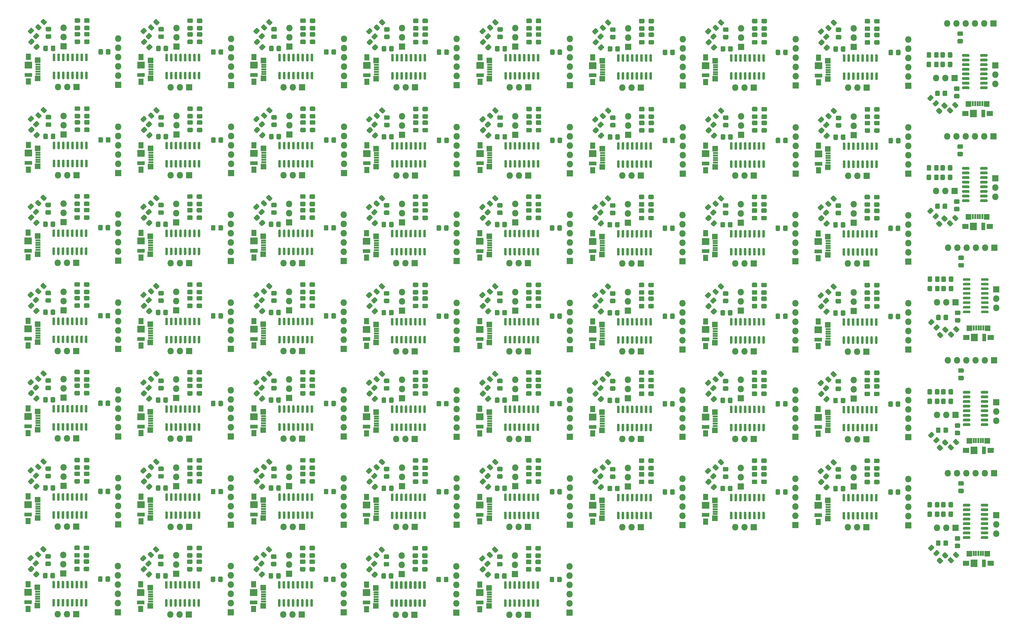
<source format=gbr>
%TF.GenerationSoftware,KiCad,Pcbnew,(5.1.6)-1*%
%TF.CreationDate,2020-07-01T09:45:42+05:30*%
%TF.ProjectId,single sided ch340c,73696e67-6c65-4207-9369-646564206368,rev?*%
%TF.SameCoordinates,Original*%
%TF.FileFunction,Soldermask,Top*%
%TF.FilePolarity,Negative*%
%FSLAX46Y46*%
G04 Gerber Fmt 4.6, Leading zero omitted, Abs format (unit mm)*
G04 Created by KiCad (PCBNEW (5.1.6)-1) date 2020-07-01 09:45:42*
%MOMM*%
%LPD*%
G01*
G04 APERTURE LIST*
%ADD10R,1.800000X1.800000*%
%ADD11O,1.800000X1.800000*%
%ADD12R,0.550000X1.480000*%
%ADD13R,1.525000X1.650000*%
%ADD14R,1.750000X1.400000*%
%ADD15R,1.900000X2.000000*%
%ADD16R,1.100000X2.000000*%
%ADD17R,1.480000X0.550000*%
%ADD18R,1.650000X1.525000*%
%ADD19R,1.400000X1.750000*%
%ADD20R,2.000000X1.900000*%
%ADD21R,2.000000X1.100000*%
G04 APERTURE END LIST*
D10*
%TO.C,SW1*%
X280771600Y-27038300D03*
D11*
X280771600Y-29578300D03*
X280771600Y-32118300D03*
%TD*%
%TO.C,D4*%
G36*
G01*
X261913100Y-55647062D02*
X261913100Y-54690538D01*
G75*
G02*
X262184838Y-54418800I271738J0D01*
G01*
X262891362Y-54418800D01*
G75*
G02*
X263163100Y-54690538I0J-271738D01*
G01*
X263163100Y-55647062D01*
G75*
G02*
X262891362Y-55918800I-271738J0D01*
G01*
X262184838Y-55918800D01*
G75*
G02*
X261913100Y-55647062I0J271738D01*
G01*
G37*
G36*
G01*
X263963100Y-55647062D02*
X263963100Y-54690538D01*
G75*
G02*
X264234838Y-54418800I271738J0D01*
G01*
X264941362Y-54418800D01*
G75*
G02*
X265213100Y-54690538I0J-271738D01*
G01*
X265213100Y-55647062D01*
G75*
G02*
X264941362Y-55918800I-271738J0D01*
G01*
X264234838Y-55918800D01*
G75*
G02*
X263963100Y-55647062I0J271738D01*
G01*
G37*
%TD*%
%TO.C,R4*%
G36*
G01*
X268968599Y-23702538D02*
X268968599Y-24659062D01*
G75*
G02*
X268696861Y-24930800I-271738J0D01*
G01*
X267990337Y-24930800D01*
G75*
G02*
X267718599Y-24659062I0J271738D01*
G01*
X267718599Y-23702538D01*
G75*
G02*
X267990337Y-23430800I271738J0D01*
G01*
X268696861Y-23430800D01*
G75*
G02*
X268968599Y-23702538I0J-271738D01*
G01*
G37*
G36*
G01*
X266918599Y-23702538D02*
X266918599Y-24659062D01*
G75*
G02*
X266646861Y-24930800I-271738J0D01*
G01*
X265940337Y-24930800D01*
G75*
G02*
X265668599Y-24659062I0J271738D01*
G01*
X265668599Y-23702538D01*
G75*
G02*
X265940337Y-23430800I271738J0D01*
G01*
X266646861Y-23430800D01*
G75*
G02*
X266918599Y-23702538I0J-271738D01*
G01*
G37*
%TD*%
%TO.C,C1*%
G36*
G01*
X269688838Y-32817800D02*
X270645362Y-32817800D01*
G75*
G02*
X270917100Y-33089538I0J-271738D01*
G01*
X270917100Y-33796062D01*
G75*
G02*
X270645362Y-34067800I-271738J0D01*
G01*
X269688838Y-34067800D01*
G75*
G02*
X269417100Y-33796062I0J271738D01*
G01*
X269417100Y-33089538D01*
G75*
G02*
X269688838Y-32817800I271738J0D01*
G01*
G37*
G36*
G01*
X269688838Y-34867800D02*
X270645362Y-34867800D01*
G75*
G02*
X270917100Y-35139538I0J-271738D01*
G01*
X270917100Y-35846062D01*
G75*
G02*
X270645362Y-36117800I-271738J0D01*
G01*
X269688838Y-36117800D01*
G75*
G02*
X269417100Y-35846062I0J271738D01*
G01*
X269417100Y-35139538D01*
G75*
G02*
X269688838Y-34867800I271738J0D01*
G01*
G37*
%TD*%
%TO.C,R3*%
G36*
G01*
X268968600Y-26306038D02*
X268968600Y-27262562D01*
G75*
G02*
X268696862Y-27534300I-271738J0D01*
G01*
X267990338Y-27534300D01*
G75*
G02*
X267718600Y-27262562I0J271738D01*
G01*
X267718600Y-26306038D01*
G75*
G02*
X267990338Y-26034300I271738J0D01*
G01*
X268696862Y-26034300D01*
G75*
G02*
X268968600Y-26306038I0J-271738D01*
G01*
G37*
G36*
G01*
X266918600Y-26306038D02*
X266918600Y-27262562D01*
G75*
G02*
X266646862Y-27534300I-271738J0D01*
G01*
X265940338Y-27534300D01*
G75*
G02*
X265668600Y-27262562I0J271738D01*
G01*
X265668600Y-26306038D01*
G75*
G02*
X265940338Y-26034300I271738J0D01*
G01*
X266646862Y-26034300D01*
G75*
G02*
X266918600Y-26306038I0J-271738D01*
G01*
G37*
%TD*%
D10*
%TO.C,J2*%
X269595600Y-30530800D03*
D11*
X267055600Y-30530800D03*
X264515600Y-30530800D03*
%TD*%
%TO.C,D2*%
G36*
G01*
X265248273Y-71304992D02*
X264571908Y-70628628D01*
G75*
G02*
X264571908Y-70244332I192148J192148D01*
G01*
X265071496Y-69744744D01*
G75*
G02*
X265455792Y-69744744I192148J-192148D01*
G01*
X266132156Y-70421108D01*
G75*
G02*
X266132156Y-70805404I-192148J-192148D01*
G01*
X265632568Y-71304992D01*
G75*
G02*
X265248272Y-71304992I-192148J192148D01*
G01*
G37*
G36*
G01*
X266697841Y-69855424D02*
X266021476Y-69179060D01*
G75*
G02*
X266021476Y-68794764I192148J192148D01*
G01*
X266521064Y-68295176D01*
G75*
G02*
X266905360Y-68295176I192148J-192148D01*
G01*
X267581724Y-68971540D01*
G75*
G02*
X267581724Y-69355836I-192148J-192148D01*
G01*
X267082136Y-69855424D01*
G75*
G02*
X266697840Y-69855424I-192148J192148D01*
G01*
G37*
%TD*%
%TO.C,C2*%
G36*
G01*
X262158908Y-66886973D02*
X262835272Y-66210608D01*
G75*
G02*
X263219568Y-66210608I192148J-192148D01*
G01*
X263719156Y-66710196D01*
G75*
G02*
X263719156Y-67094492I-192148J-192148D01*
G01*
X263042792Y-67770856D01*
G75*
G02*
X262658496Y-67770856I-192148J192148D01*
G01*
X262158908Y-67271268D01*
G75*
G02*
X262158908Y-66886972I192148J192148D01*
G01*
G37*
G36*
G01*
X263608476Y-68336541D02*
X264284840Y-67660176D01*
G75*
G02*
X264669136Y-67660176I192148J-192148D01*
G01*
X265168724Y-68159764D01*
G75*
G02*
X265168724Y-68544060I-192148J-192148D01*
G01*
X264492360Y-69220424D01*
G75*
G02*
X264108064Y-69220424I-192148J192148D01*
G01*
X263608476Y-68720836D01*
G75*
G02*
X263608476Y-68336540I192148J192148D01*
G01*
G37*
%TD*%
%TO.C,U1*%
G36*
G01*
X271621600Y-24482800D02*
X271621600Y-24132800D01*
G75*
G02*
X271796600Y-23957800I175000J0D01*
G01*
X273496600Y-23957800D01*
G75*
G02*
X273671600Y-24132800I0J-175000D01*
G01*
X273671600Y-24482800D01*
G75*
G02*
X273496600Y-24657800I-175000J0D01*
G01*
X271796600Y-24657800D01*
G75*
G02*
X271621600Y-24482800I0J175000D01*
G01*
G37*
G36*
G01*
X271621600Y-25752800D02*
X271621600Y-25402800D01*
G75*
G02*
X271796600Y-25227800I175000J0D01*
G01*
X273496600Y-25227800D01*
G75*
G02*
X273671600Y-25402800I0J-175000D01*
G01*
X273671600Y-25752800D01*
G75*
G02*
X273496600Y-25927800I-175000J0D01*
G01*
X271796600Y-25927800D01*
G75*
G02*
X271621600Y-25752800I0J175000D01*
G01*
G37*
G36*
G01*
X271621600Y-27022800D02*
X271621600Y-26672800D01*
G75*
G02*
X271796600Y-26497800I175000J0D01*
G01*
X273496600Y-26497800D01*
G75*
G02*
X273671600Y-26672800I0J-175000D01*
G01*
X273671600Y-27022800D01*
G75*
G02*
X273496600Y-27197800I-175000J0D01*
G01*
X271796600Y-27197800D01*
G75*
G02*
X271621600Y-27022800I0J175000D01*
G01*
G37*
G36*
G01*
X271621600Y-28292800D02*
X271621600Y-27942800D01*
G75*
G02*
X271796600Y-27767800I175000J0D01*
G01*
X273496600Y-27767800D01*
G75*
G02*
X273671600Y-27942800I0J-175000D01*
G01*
X273671600Y-28292800D01*
G75*
G02*
X273496600Y-28467800I-175000J0D01*
G01*
X271796600Y-28467800D01*
G75*
G02*
X271621600Y-28292800I0J175000D01*
G01*
G37*
G36*
G01*
X271621600Y-29562800D02*
X271621600Y-29212800D01*
G75*
G02*
X271796600Y-29037800I175000J0D01*
G01*
X273496600Y-29037800D01*
G75*
G02*
X273671600Y-29212800I0J-175000D01*
G01*
X273671600Y-29562800D01*
G75*
G02*
X273496600Y-29737800I-175000J0D01*
G01*
X271796600Y-29737800D01*
G75*
G02*
X271621600Y-29562800I0J175000D01*
G01*
G37*
G36*
G01*
X271621600Y-30832800D02*
X271621600Y-30482800D01*
G75*
G02*
X271796600Y-30307800I175000J0D01*
G01*
X273496600Y-30307800D01*
G75*
G02*
X273671600Y-30482800I0J-175000D01*
G01*
X273671600Y-30832800D01*
G75*
G02*
X273496600Y-31007800I-175000J0D01*
G01*
X271796600Y-31007800D01*
G75*
G02*
X271621600Y-30832800I0J175000D01*
G01*
G37*
G36*
G01*
X271621600Y-32102800D02*
X271621600Y-31752800D01*
G75*
G02*
X271796600Y-31577800I175000J0D01*
G01*
X273496600Y-31577800D01*
G75*
G02*
X273671600Y-31752800I0J-175000D01*
G01*
X273671600Y-32102800D01*
G75*
G02*
X273496600Y-32277800I-175000J0D01*
G01*
X271796600Y-32277800D01*
G75*
G02*
X271621600Y-32102800I0J175000D01*
G01*
G37*
G36*
G01*
X271621600Y-33372800D02*
X271621600Y-33022800D01*
G75*
G02*
X271796600Y-32847800I175000J0D01*
G01*
X273496600Y-32847800D01*
G75*
G02*
X273671600Y-33022800I0J-175000D01*
G01*
X273671600Y-33372800D01*
G75*
G02*
X273496600Y-33547800I-175000J0D01*
G01*
X271796600Y-33547800D01*
G75*
G02*
X271621600Y-33372800I0J175000D01*
G01*
G37*
G36*
G01*
X276571600Y-33372800D02*
X276571600Y-33022800D01*
G75*
G02*
X276746600Y-32847800I175000J0D01*
G01*
X278446600Y-32847800D01*
G75*
G02*
X278621600Y-33022800I0J-175000D01*
G01*
X278621600Y-33372800D01*
G75*
G02*
X278446600Y-33547800I-175000J0D01*
G01*
X276746600Y-33547800D01*
G75*
G02*
X276571600Y-33372800I0J175000D01*
G01*
G37*
G36*
G01*
X276571600Y-32102800D02*
X276571600Y-31752800D01*
G75*
G02*
X276746600Y-31577800I175000J0D01*
G01*
X278446600Y-31577800D01*
G75*
G02*
X278621600Y-31752800I0J-175000D01*
G01*
X278621600Y-32102800D01*
G75*
G02*
X278446600Y-32277800I-175000J0D01*
G01*
X276746600Y-32277800D01*
G75*
G02*
X276571600Y-32102800I0J175000D01*
G01*
G37*
G36*
G01*
X276571600Y-30832800D02*
X276571600Y-30482800D01*
G75*
G02*
X276746600Y-30307800I175000J0D01*
G01*
X278446600Y-30307800D01*
G75*
G02*
X278621600Y-30482800I0J-175000D01*
G01*
X278621600Y-30832800D01*
G75*
G02*
X278446600Y-31007800I-175000J0D01*
G01*
X276746600Y-31007800D01*
G75*
G02*
X276571600Y-30832800I0J175000D01*
G01*
G37*
G36*
G01*
X276571600Y-29562800D02*
X276571600Y-29212800D01*
G75*
G02*
X276746600Y-29037800I175000J0D01*
G01*
X278446600Y-29037800D01*
G75*
G02*
X278621600Y-29212800I0J-175000D01*
G01*
X278621600Y-29562800D01*
G75*
G02*
X278446600Y-29737800I-175000J0D01*
G01*
X276746600Y-29737800D01*
G75*
G02*
X276571600Y-29562800I0J175000D01*
G01*
G37*
G36*
G01*
X276571600Y-28292800D02*
X276571600Y-27942800D01*
G75*
G02*
X276746600Y-27767800I175000J0D01*
G01*
X278446600Y-27767800D01*
G75*
G02*
X278621600Y-27942800I0J-175000D01*
G01*
X278621600Y-28292800D01*
G75*
G02*
X278446600Y-28467800I-175000J0D01*
G01*
X276746600Y-28467800D01*
G75*
G02*
X276571600Y-28292800I0J175000D01*
G01*
G37*
G36*
G01*
X276571600Y-27022800D02*
X276571600Y-26672800D01*
G75*
G02*
X276746600Y-26497800I175000J0D01*
G01*
X278446600Y-26497800D01*
G75*
G02*
X278621600Y-26672800I0J-175000D01*
G01*
X278621600Y-27022800D01*
G75*
G02*
X278446600Y-27197800I-175000J0D01*
G01*
X276746600Y-27197800D01*
G75*
G02*
X276571600Y-27022800I0J175000D01*
G01*
G37*
G36*
G01*
X276571600Y-25752800D02*
X276571600Y-25402800D01*
G75*
G02*
X276746600Y-25227800I175000J0D01*
G01*
X278446600Y-25227800D01*
G75*
G02*
X278621600Y-25402800I0J-175000D01*
G01*
X278621600Y-25752800D01*
G75*
G02*
X278446600Y-25927800I-175000J0D01*
G01*
X276746600Y-25927800D01*
G75*
G02*
X276571600Y-25752800I0J175000D01*
G01*
G37*
G36*
G01*
X276571600Y-24482800D02*
X276571600Y-24132800D01*
G75*
G02*
X276746600Y-23957800I175000J0D01*
G01*
X278446600Y-23957800D01*
G75*
G02*
X278621600Y-24132800I0J-175000D01*
G01*
X278621600Y-24482800D01*
G75*
G02*
X278446600Y-24657800I-175000J0D01*
G01*
X276746600Y-24657800D01*
G75*
G02*
X276571600Y-24482800I0J175000D01*
G01*
G37*
%TD*%
%TO.C,D3*%
G36*
G01*
X261904100Y-58250562D02*
X261904100Y-57294038D01*
G75*
G02*
X262175838Y-57022300I271738J0D01*
G01*
X262882362Y-57022300D01*
G75*
G02*
X263154100Y-57294038I0J-271738D01*
G01*
X263154100Y-58250562D01*
G75*
G02*
X262882362Y-58522300I-271738J0D01*
G01*
X262175838Y-58522300D01*
G75*
G02*
X261904100Y-58250562I0J271738D01*
G01*
G37*
G36*
G01*
X263954100Y-58250562D02*
X263954100Y-57294038D01*
G75*
G02*
X264225838Y-57022300I271738J0D01*
G01*
X264932362Y-57022300D01*
G75*
G02*
X265204100Y-57294038I0J-271738D01*
G01*
X265204100Y-58250562D01*
G75*
G02*
X264932362Y-58522300I-271738J0D01*
G01*
X264225838Y-58522300D01*
G75*
G02*
X263954100Y-58250562I0J271738D01*
G01*
G37*
%TD*%
D10*
%TO.C,J3*%
X280200100Y-15544800D03*
D11*
X277660100Y-15544800D03*
X275120100Y-15544800D03*
X272580100Y-15544800D03*
X270040100Y-15544800D03*
X267500100Y-15544800D03*
%TD*%
D10*
%TO.C,J3*%
X280200100Y-46532800D03*
D11*
X277660100Y-46532800D03*
X275120100Y-46532800D03*
X272580100Y-46532800D03*
X270040100Y-46532800D03*
X267500100Y-46532800D03*
%TD*%
D12*
%TO.C,J1*%
X274593100Y-37557800D03*
X275243100Y-37557800D03*
X275893100Y-37557800D03*
X276543100Y-37557800D03*
X277193100Y-37557800D03*
D13*
X273405600Y-37642800D03*
X278380600Y-37642800D03*
D14*
X272518100Y-40217800D03*
X279268100Y-40217800D03*
D15*
X274743100Y-40217800D03*
D16*
X277443100Y-40217800D03*
%TD*%
D12*
%TO.C,J1*%
X274593100Y-68545800D03*
X275243100Y-68545800D03*
X275893100Y-68545800D03*
X276543100Y-68545800D03*
X277193100Y-68545800D03*
D13*
X273405600Y-68630800D03*
X278380600Y-68630800D03*
D14*
X272518100Y-71205800D03*
X279268100Y-71205800D03*
D15*
X274743100Y-71205800D03*
D16*
X277443100Y-71205800D03*
%TD*%
%TO.C,R2*%
G36*
G01*
X269889859Y-68168175D02*
X270566224Y-68844539D01*
G75*
G02*
X270566224Y-69228835I-192148J-192148D01*
G01*
X270066636Y-69728423D01*
G75*
G02*
X269682340Y-69728423I-192148J192148D01*
G01*
X269005976Y-69052059D01*
G75*
G02*
X269005976Y-68667763I192148J192148D01*
G01*
X269505564Y-68168175D01*
G75*
G02*
X269889860Y-68168175I192148J-192148D01*
G01*
G37*
G36*
G01*
X268440291Y-69617743D02*
X269116656Y-70294107D01*
G75*
G02*
X269116656Y-70678403I-192148J-192148D01*
G01*
X268617068Y-71177991D01*
G75*
G02*
X268232772Y-71177991I-192148J192148D01*
G01*
X267556408Y-70501627D01*
G75*
G02*
X267556408Y-70117331I192148J192148D01*
G01*
X268055996Y-69617743D01*
G75*
G02*
X268440292Y-69617743I192148J-192148D01*
G01*
G37*
%TD*%
%TO.C,R3*%
G36*
G01*
X268968600Y-57294038D02*
X268968600Y-58250562D01*
G75*
G02*
X268696862Y-58522300I-271738J0D01*
G01*
X267990338Y-58522300D01*
G75*
G02*
X267718600Y-58250562I0J271738D01*
G01*
X267718600Y-57294038D01*
G75*
G02*
X267990338Y-57022300I271738J0D01*
G01*
X268696862Y-57022300D01*
G75*
G02*
X268968600Y-57294038I0J-271738D01*
G01*
G37*
G36*
G01*
X266918600Y-57294038D02*
X266918600Y-58250562D01*
G75*
G02*
X266646862Y-58522300I-271738J0D01*
G01*
X265940338Y-58522300D01*
G75*
G02*
X265668600Y-58250562I0J271738D01*
G01*
X265668600Y-57294038D01*
G75*
G02*
X265940338Y-57022300I271738J0D01*
G01*
X266646862Y-57022300D01*
G75*
G02*
X266918600Y-57294038I0J-271738D01*
G01*
G37*
%TD*%
%TO.C,D4*%
G36*
G01*
X261913100Y-24659062D02*
X261913100Y-23702538D01*
G75*
G02*
X262184838Y-23430800I271738J0D01*
G01*
X262891362Y-23430800D01*
G75*
G02*
X263163100Y-23702538I0J-271738D01*
G01*
X263163100Y-24659062D01*
G75*
G02*
X262891362Y-24930800I-271738J0D01*
G01*
X262184838Y-24930800D01*
G75*
G02*
X261913100Y-24659062I0J271738D01*
G01*
G37*
G36*
G01*
X263963100Y-24659062D02*
X263963100Y-23702538D01*
G75*
G02*
X264234838Y-23430800I271738J0D01*
G01*
X264941362Y-23430800D01*
G75*
G02*
X265213100Y-23702538I0J-271738D01*
G01*
X265213100Y-24659062D01*
G75*
G02*
X264941362Y-24930800I-271738J0D01*
G01*
X264234838Y-24930800D01*
G75*
G02*
X263963100Y-24659062I0J271738D01*
G01*
G37*
%TD*%
%TO.C,D2*%
G36*
G01*
X265248273Y-40316992D02*
X264571908Y-39640628D01*
G75*
G02*
X264571908Y-39256332I192148J192148D01*
G01*
X265071496Y-38756744D01*
G75*
G02*
X265455792Y-38756744I192148J-192148D01*
G01*
X266132156Y-39433108D01*
G75*
G02*
X266132156Y-39817404I-192148J-192148D01*
G01*
X265632568Y-40316992D01*
G75*
G02*
X265248272Y-40316992I-192148J192148D01*
G01*
G37*
G36*
G01*
X266697841Y-38867424D02*
X266021476Y-38191060D01*
G75*
G02*
X266021476Y-37806764I192148J192148D01*
G01*
X266521064Y-37307176D01*
G75*
G02*
X266905360Y-37307176I192148J-192148D01*
G01*
X267581724Y-37983540D01*
G75*
G02*
X267581724Y-38367836I-192148J-192148D01*
G01*
X267082136Y-38867424D01*
G75*
G02*
X266697840Y-38867424I-192148J192148D01*
G01*
G37*
%TD*%
%TO.C,D3*%
G36*
G01*
X261904100Y-27262562D02*
X261904100Y-26306038D01*
G75*
G02*
X262175838Y-26034300I271738J0D01*
G01*
X262882362Y-26034300D01*
G75*
G02*
X263154100Y-26306038I0J-271738D01*
G01*
X263154100Y-27262562D01*
G75*
G02*
X262882362Y-27534300I-271738J0D01*
G01*
X262175838Y-27534300D01*
G75*
G02*
X261904100Y-27262562I0J271738D01*
G01*
G37*
G36*
G01*
X263954100Y-27262562D02*
X263954100Y-26306038D01*
G75*
G02*
X264225838Y-26034300I271738J0D01*
G01*
X264932362Y-26034300D01*
G75*
G02*
X265204100Y-26306038I0J-271738D01*
G01*
X265204100Y-27262562D01*
G75*
G02*
X264932362Y-27534300I-271738J0D01*
G01*
X264225838Y-27534300D01*
G75*
G02*
X263954100Y-27262562I0J271738D01*
G01*
G37*
%TD*%
%TO.C,R1*%
G36*
G01*
X271597862Y-21013800D02*
X270641338Y-21013800D01*
G75*
G02*
X270369600Y-20742062I0J271738D01*
G01*
X270369600Y-20035538D01*
G75*
G02*
X270641338Y-19763800I271738J0D01*
G01*
X271597862Y-19763800D01*
G75*
G02*
X271869600Y-20035538I0J-271738D01*
G01*
X271869600Y-20742062D01*
G75*
G02*
X271597862Y-21013800I-271738J0D01*
G01*
G37*
G36*
G01*
X271597862Y-18963800D02*
X270641338Y-18963800D01*
G75*
G02*
X270369600Y-18692062I0J271738D01*
G01*
X270369600Y-17985538D01*
G75*
G02*
X270641338Y-17713800I271738J0D01*
G01*
X271597862Y-17713800D01*
G75*
G02*
X271869600Y-17985538I0J-271738D01*
G01*
X271869600Y-18692062D01*
G75*
G02*
X271597862Y-18963800I-271738J0D01*
G01*
G37*
%TD*%
%TO.C,U1*%
G36*
G01*
X271621600Y-55470800D02*
X271621600Y-55120800D01*
G75*
G02*
X271796600Y-54945800I175000J0D01*
G01*
X273496600Y-54945800D01*
G75*
G02*
X273671600Y-55120800I0J-175000D01*
G01*
X273671600Y-55470800D01*
G75*
G02*
X273496600Y-55645800I-175000J0D01*
G01*
X271796600Y-55645800D01*
G75*
G02*
X271621600Y-55470800I0J175000D01*
G01*
G37*
G36*
G01*
X271621600Y-56740800D02*
X271621600Y-56390800D01*
G75*
G02*
X271796600Y-56215800I175000J0D01*
G01*
X273496600Y-56215800D01*
G75*
G02*
X273671600Y-56390800I0J-175000D01*
G01*
X273671600Y-56740800D01*
G75*
G02*
X273496600Y-56915800I-175000J0D01*
G01*
X271796600Y-56915800D01*
G75*
G02*
X271621600Y-56740800I0J175000D01*
G01*
G37*
G36*
G01*
X271621600Y-58010800D02*
X271621600Y-57660800D01*
G75*
G02*
X271796600Y-57485800I175000J0D01*
G01*
X273496600Y-57485800D01*
G75*
G02*
X273671600Y-57660800I0J-175000D01*
G01*
X273671600Y-58010800D01*
G75*
G02*
X273496600Y-58185800I-175000J0D01*
G01*
X271796600Y-58185800D01*
G75*
G02*
X271621600Y-58010800I0J175000D01*
G01*
G37*
G36*
G01*
X271621600Y-59280800D02*
X271621600Y-58930800D01*
G75*
G02*
X271796600Y-58755800I175000J0D01*
G01*
X273496600Y-58755800D01*
G75*
G02*
X273671600Y-58930800I0J-175000D01*
G01*
X273671600Y-59280800D01*
G75*
G02*
X273496600Y-59455800I-175000J0D01*
G01*
X271796600Y-59455800D01*
G75*
G02*
X271621600Y-59280800I0J175000D01*
G01*
G37*
G36*
G01*
X271621600Y-60550800D02*
X271621600Y-60200800D01*
G75*
G02*
X271796600Y-60025800I175000J0D01*
G01*
X273496600Y-60025800D01*
G75*
G02*
X273671600Y-60200800I0J-175000D01*
G01*
X273671600Y-60550800D01*
G75*
G02*
X273496600Y-60725800I-175000J0D01*
G01*
X271796600Y-60725800D01*
G75*
G02*
X271621600Y-60550800I0J175000D01*
G01*
G37*
G36*
G01*
X271621600Y-61820800D02*
X271621600Y-61470800D01*
G75*
G02*
X271796600Y-61295800I175000J0D01*
G01*
X273496600Y-61295800D01*
G75*
G02*
X273671600Y-61470800I0J-175000D01*
G01*
X273671600Y-61820800D01*
G75*
G02*
X273496600Y-61995800I-175000J0D01*
G01*
X271796600Y-61995800D01*
G75*
G02*
X271621600Y-61820800I0J175000D01*
G01*
G37*
G36*
G01*
X271621600Y-63090800D02*
X271621600Y-62740800D01*
G75*
G02*
X271796600Y-62565800I175000J0D01*
G01*
X273496600Y-62565800D01*
G75*
G02*
X273671600Y-62740800I0J-175000D01*
G01*
X273671600Y-63090800D01*
G75*
G02*
X273496600Y-63265800I-175000J0D01*
G01*
X271796600Y-63265800D01*
G75*
G02*
X271621600Y-63090800I0J175000D01*
G01*
G37*
G36*
G01*
X271621600Y-64360800D02*
X271621600Y-64010800D01*
G75*
G02*
X271796600Y-63835800I175000J0D01*
G01*
X273496600Y-63835800D01*
G75*
G02*
X273671600Y-64010800I0J-175000D01*
G01*
X273671600Y-64360800D01*
G75*
G02*
X273496600Y-64535800I-175000J0D01*
G01*
X271796600Y-64535800D01*
G75*
G02*
X271621600Y-64360800I0J175000D01*
G01*
G37*
G36*
G01*
X276571600Y-64360800D02*
X276571600Y-64010800D01*
G75*
G02*
X276746600Y-63835800I175000J0D01*
G01*
X278446600Y-63835800D01*
G75*
G02*
X278621600Y-64010800I0J-175000D01*
G01*
X278621600Y-64360800D01*
G75*
G02*
X278446600Y-64535800I-175000J0D01*
G01*
X276746600Y-64535800D01*
G75*
G02*
X276571600Y-64360800I0J175000D01*
G01*
G37*
G36*
G01*
X276571600Y-63090800D02*
X276571600Y-62740800D01*
G75*
G02*
X276746600Y-62565800I175000J0D01*
G01*
X278446600Y-62565800D01*
G75*
G02*
X278621600Y-62740800I0J-175000D01*
G01*
X278621600Y-63090800D01*
G75*
G02*
X278446600Y-63265800I-175000J0D01*
G01*
X276746600Y-63265800D01*
G75*
G02*
X276571600Y-63090800I0J175000D01*
G01*
G37*
G36*
G01*
X276571600Y-61820800D02*
X276571600Y-61470800D01*
G75*
G02*
X276746600Y-61295800I175000J0D01*
G01*
X278446600Y-61295800D01*
G75*
G02*
X278621600Y-61470800I0J-175000D01*
G01*
X278621600Y-61820800D01*
G75*
G02*
X278446600Y-61995800I-175000J0D01*
G01*
X276746600Y-61995800D01*
G75*
G02*
X276571600Y-61820800I0J175000D01*
G01*
G37*
G36*
G01*
X276571600Y-60550800D02*
X276571600Y-60200800D01*
G75*
G02*
X276746600Y-60025800I175000J0D01*
G01*
X278446600Y-60025800D01*
G75*
G02*
X278621600Y-60200800I0J-175000D01*
G01*
X278621600Y-60550800D01*
G75*
G02*
X278446600Y-60725800I-175000J0D01*
G01*
X276746600Y-60725800D01*
G75*
G02*
X276571600Y-60550800I0J175000D01*
G01*
G37*
G36*
G01*
X276571600Y-59280800D02*
X276571600Y-58930800D01*
G75*
G02*
X276746600Y-58755800I175000J0D01*
G01*
X278446600Y-58755800D01*
G75*
G02*
X278621600Y-58930800I0J-175000D01*
G01*
X278621600Y-59280800D01*
G75*
G02*
X278446600Y-59455800I-175000J0D01*
G01*
X276746600Y-59455800D01*
G75*
G02*
X276571600Y-59280800I0J175000D01*
G01*
G37*
G36*
G01*
X276571600Y-58010800D02*
X276571600Y-57660800D01*
G75*
G02*
X276746600Y-57485800I175000J0D01*
G01*
X278446600Y-57485800D01*
G75*
G02*
X278621600Y-57660800I0J-175000D01*
G01*
X278621600Y-58010800D01*
G75*
G02*
X278446600Y-58185800I-175000J0D01*
G01*
X276746600Y-58185800D01*
G75*
G02*
X276571600Y-58010800I0J175000D01*
G01*
G37*
G36*
G01*
X276571600Y-56740800D02*
X276571600Y-56390800D01*
G75*
G02*
X276746600Y-56215800I175000J0D01*
G01*
X278446600Y-56215800D01*
G75*
G02*
X278621600Y-56390800I0J-175000D01*
G01*
X278621600Y-56740800D01*
G75*
G02*
X278446600Y-56915800I-175000J0D01*
G01*
X276746600Y-56915800D01*
G75*
G02*
X276571600Y-56740800I0J175000D01*
G01*
G37*
G36*
G01*
X276571600Y-55470800D02*
X276571600Y-55120800D01*
G75*
G02*
X276746600Y-54945800I175000J0D01*
G01*
X278446600Y-54945800D01*
G75*
G02*
X278621600Y-55120800I0J-175000D01*
G01*
X278621600Y-55470800D01*
G75*
G02*
X278446600Y-55645800I-175000J0D01*
G01*
X276746600Y-55645800D01*
G75*
G02*
X276571600Y-55470800I0J175000D01*
G01*
G37*
%TD*%
%TO.C,C2*%
G36*
G01*
X262158908Y-35898973D02*
X262835272Y-35222608D01*
G75*
G02*
X263219568Y-35222608I192148J-192148D01*
G01*
X263719156Y-35722196D01*
G75*
G02*
X263719156Y-36106492I-192148J-192148D01*
G01*
X263042792Y-36782856D01*
G75*
G02*
X262658496Y-36782856I-192148J192148D01*
G01*
X262158908Y-36283268D01*
G75*
G02*
X262158908Y-35898972I192148J192148D01*
G01*
G37*
G36*
G01*
X263608476Y-37348541D02*
X264284840Y-36672176D01*
G75*
G02*
X264669136Y-36672176I192148J-192148D01*
G01*
X265168724Y-37171764D01*
G75*
G02*
X265168724Y-37556060I-192148J-192148D01*
G01*
X264492360Y-38232424D01*
G75*
G02*
X264108064Y-38232424I-192148J192148D01*
G01*
X263608476Y-37732836D01*
G75*
G02*
X263608476Y-37348540I192148J192148D01*
G01*
G37*
%TD*%
D10*
%TO.C,SW1*%
X280771600Y-58026300D03*
D11*
X280771600Y-60566300D03*
X280771600Y-63106300D03*
%TD*%
D10*
%TO.C,J2*%
X269595600Y-61518800D03*
D11*
X267055600Y-61518800D03*
X264515600Y-61518800D03*
%TD*%
%TO.C,D1*%
G36*
G01*
X266303601Y-66188062D02*
X266303601Y-65231538D01*
G75*
G02*
X266575339Y-64959800I271738J0D01*
G01*
X267281863Y-64959800D01*
G75*
G02*
X267553601Y-65231538I0J-271738D01*
G01*
X267553601Y-66188062D01*
G75*
G02*
X267281863Y-66459800I-271738J0D01*
G01*
X266575339Y-66459800D01*
G75*
G02*
X266303601Y-66188062I0J271738D01*
G01*
G37*
G36*
G01*
X264253601Y-66188062D02*
X264253601Y-65231538D01*
G75*
G02*
X264525339Y-64959800I271738J0D01*
G01*
X265231863Y-64959800D01*
G75*
G02*
X265503601Y-65231538I0J-271738D01*
G01*
X265503601Y-66188062D01*
G75*
G02*
X265231863Y-66459800I-271738J0D01*
G01*
X264525339Y-66459800D01*
G75*
G02*
X264253601Y-66188062I0J271738D01*
G01*
G37*
%TD*%
%TO.C,R1*%
G36*
G01*
X271597862Y-52001800D02*
X270641338Y-52001800D01*
G75*
G02*
X270369600Y-51730062I0J271738D01*
G01*
X270369600Y-51023538D01*
G75*
G02*
X270641338Y-50751800I271738J0D01*
G01*
X271597862Y-50751800D01*
G75*
G02*
X271869600Y-51023538I0J-271738D01*
G01*
X271869600Y-51730062D01*
G75*
G02*
X271597862Y-52001800I-271738J0D01*
G01*
G37*
G36*
G01*
X271597862Y-49951800D02*
X270641338Y-49951800D01*
G75*
G02*
X270369600Y-49680062I0J271738D01*
G01*
X270369600Y-48973538D01*
G75*
G02*
X270641338Y-48701800I271738J0D01*
G01*
X271597862Y-48701800D01*
G75*
G02*
X271869600Y-48973538I0J-271738D01*
G01*
X271869600Y-49680062D01*
G75*
G02*
X271597862Y-49951800I-271738J0D01*
G01*
G37*
%TD*%
%TO.C,D1*%
G36*
G01*
X266303601Y-35200062D02*
X266303601Y-34243538D01*
G75*
G02*
X266575339Y-33971800I271738J0D01*
G01*
X267281863Y-33971800D01*
G75*
G02*
X267553601Y-34243538I0J-271738D01*
G01*
X267553601Y-35200062D01*
G75*
G02*
X267281863Y-35471800I-271738J0D01*
G01*
X266575339Y-35471800D01*
G75*
G02*
X266303601Y-35200062I0J271738D01*
G01*
G37*
G36*
G01*
X264253601Y-35200062D02*
X264253601Y-34243538D01*
G75*
G02*
X264525339Y-33971800I271738J0D01*
G01*
X265231863Y-33971800D01*
G75*
G02*
X265503601Y-34243538I0J-271738D01*
G01*
X265503601Y-35200062D01*
G75*
G02*
X265231863Y-35471800I-271738J0D01*
G01*
X264525339Y-35471800D01*
G75*
G02*
X264253601Y-35200062I0J271738D01*
G01*
G37*
%TD*%
%TO.C,R2*%
G36*
G01*
X269889858Y-37180176D02*
X270566223Y-37856540D01*
G75*
G02*
X270566223Y-38240836I-192148J-192148D01*
G01*
X270066635Y-38740424D01*
G75*
G02*
X269682339Y-38740424I-192148J192148D01*
G01*
X269005975Y-38064060D01*
G75*
G02*
X269005975Y-37679764I192148J192148D01*
G01*
X269505563Y-37180176D01*
G75*
G02*
X269889859Y-37180176I192148J-192148D01*
G01*
G37*
G36*
G01*
X268440290Y-38629744D02*
X269116655Y-39306108D01*
G75*
G02*
X269116655Y-39690404I-192148J-192148D01*
G01*
X268617067Y-40189992D01*
G75*
G02*
X268232771Y-40189992I-192148J192148D01*
G01*
X267556407Y-39513628D01*
G75*
G02*
X267556407Y-39129332I192148J192148D01*
G01*
X268055995Y-38629744D01*
G75*
G02*
X268440291Y-38629744I192148J-192148D01*
G01*
G37*
%TD*%
%TO.C,C1*%
G36*
G01*
X269688838Y-63805800D02*
X270645362Y-63805800D01*
G75*
G02*
X270917100Y-64077538I0J-271738D01*
G01*
X270917100Y-64784062D01*
G75*
G02*
X270645362Y-65055800I-271738J0D01*
G01*
X269688838Y-65055800D01*
G75*
G02*
X269417100Y-64784062I0J271738D01*
G01*
X269417100Y-64077538D01*
G75*
G02*
X269688838Y-63805800I271738J0D01*
G01*
G37*
G36*
G01*
X269688838Y-65855800D02*
X270645362Y-65855800D01*
G75*
G02*
X270917100Y-66127538I0J-271738D01*
G01*
X270917100Y-66834062D01*
G75*
G02*
X270645362Y-67105800I-271738J0D01*
G01*
X269688838Y-67105800D01*
G75*
G02*
X269417100Y-66834062I0J271738D01*
G01*
X269417100Y-66127538D01*
G75*
G02*
X269688838Y-65855800I271738J0D01*
G01*
G37*
%TD*%
%TO.C,R4*%
G36*
G01*
X268968599Y-54690538D02*
X268968599Y-55647062D01*
G75*
G02*
X268696861Y-55918800I-271738J0D01*
G01*
X267990337Y-55918800D01*
G75*
G02*
X267718599Y-55647062I0J271738D01*
G01*
X267718599Y-54690538D01*
G75*
G02*
X267990337Y-54418800I271738J0D01*
G01*
X268696861Y-54418800D01*
G75*
G02*
X268968599Y-54690538I0J-271738D01*
G01*
G37*
G36*
G01*
X266918599Y-54690538D02*
X266918599Y-55647062D01*
G75*
G02*
X266646861Y-55918800I-271738J0D01*
G01*
X265940337Y-55918800D01*
G75*
G02*
X265668599Y-55647062I0J271738D01*
G01*
X265668599Y-54690538D01*
G75*
G02*
X265940337Y-54418800I271738J0D01*
G01*
X266646861Y-54418800D01*
G75*
G02*
X266918599Y-54690538I0J-271738D01*
G01*
G37*
%TD*%
%TO.C,SW1*%
X280974800Y-124574300D03*
X280974800Y-122034300D03*
D10*
X280974800Y-119494300D03*
%TD*%
%TO.C,D2*%
G36*
G01*
X139159408Y-162276673D02*
X139835772Y-161600308D01*
G75*
G02*
X140220068Y-161600308I192148J-192148D01*
G01*
X140719656Y-162099896D01*
G75*
G02*
X140719656Y-162484192I-192148J-192148D01*
G01*
X140043292Y-163160556D01*
G75*
G02*
X139658996Y-163160556I-192148J192148D01*
G01*
X139159408Y-162660968D01*
G75*
G02*
X139159408Y-162276672I192148J192148D01*
G01*
G37*
G36*
G01*
X140608976Y-163726241D02*
X141285340Y-163049876D01*
G75*
G02*
X141669636Y-163049876I192148J-192148D01*
G01*
X142169224Y-163549464D01*
G75*
G02*
X142169224Y-163933760I-192148J-192148D01*
G01*
X141492860Y-164610124D01*
G75*
G02*
X141108564Y-164610124I-192148J192148D01*
G01*
X140608976Y-164110536D01*
G75*
G02*
X140608976Y-163726240I192148J192148D01*
G01*
G37*
%TD*%
%TO.C,D4*%
G36*
G01*
X264166300Y-148103062D02*
X264166300Y-147146538D01*
G75*
G02*
X264438038Y-146874800I271738J0D01*
G01*
X265144562Y-146874800D01*
G75*
G02*
X265416300Y-147146538I0J-271738D01*
G01*
X265416300Y-148103062D01*
G75*
G02*
X265144562Y-148374800I-271738J0D01*
G01*
X264438038Y-148374800D01*
G75*
G02*
X264166300Y-148103062I0J271738D01*
G01*
G37*
G36*
G01*
X262116300Y-148103062D02*
X262116300Y-147146538D01*
G75*
G02*
X262388038Y-146874800I271738J0D01*
G01*
X263094562Y-146874800D01*
G75*
G02*
X263366300Y-147146538I0J-271738D01*
G01*
X263366300Y-148103062D01*
G75*
G02*
X263094562Y-148374800I-271738J0D01*
G01*
X262388038Y-148374800D01*
G75*
G02*
X262116300Y-148103062I0J271738D01*
G01*
G37*
%TD*%
%TO.C,R4*%
G36*
G01*
X267121799Y-116158538D02*
X267121799Y-117115062D01*
G75*
G02*
X266850061Y-117386800I-271738J0D01*
G01*
X266143537Y-117386800D01*
G75*
G02*
X265871799Y-117115062I0J271738D01*
G01*
X265871799Y-116158538D01*
G75*
G02*
X266143537Y-115886800I271738J0D01*
G01*
X266850061Y-115886800D01*
G75*
G02*
X267121799Y-116158538I0J-271738D01*
G01*
G37*
G36*
G01*
X269171799Y-116158538D02*
X269171799Y-117115062D01*
G75*
G02*
X268900061Y-117386800I-271738J0D01*
G01*
X268193537Y-117386800D01*
G75*
G02*
X267921799Y-117115062I0J271738D01*
G01*
X267921799Y-116158538D01*
G75*
G02*
X268193537Y-115886800I271738J0D01*
G01*
X268900061Y-115886800D01*
G75*
G02*
X269171799Y-116158538I0J-271738D01*
G01*
G37*
%TD*%
%TO.C,D3*%
G36*
G01*
X262158100Y-88781362D02*
X262158100Y-87824838D01*
G75*
G02*
X262429838Y-87553100I271738J0D01*
G01*
X263136362Y-87553100D01*
G75*
G02*
X263408100Y-87824838I0J-271738D01*
G01*
X263408100Y-88781362D01*
G75*
G02*
X263136362Y-89053100I-271738J0D01*
G01*
X262429838Y-89053100D01*
G75*
G02*
X262158100Y-88781362I0J271738D01*
G01*
G37*
G36*
G01*
X264208100Y-88781362D02*
X264208100Y-87824838D01*
G75*
G02*
X264479838Y-87553100I271738J0D01*
G01*
X265186362Y-87553100D01*
G75*
G02*
X265458100Y-87824838I0J-271738D01*
G01*
X265458100Y-88781362D01*
G75*
G02*
X265186362Y-89053100I-271738J0D01*
G01*
X264479838Y-89053100D01*
G75*
G02*
X264208100Y-88781362I0J271738D01*
G01*
G37*
%TD*%
%TO.C,D2*%
G36*
G01*
X265502273Y-101835792D02*
X264825908Y-101159428D01*
G75*
G02*
X264825908Y-100775132I192148J192148D01*
G01*
X265325496Y-100275544D01*
G75*
G02*
X265709792Y-100275544I192148J-192148D01*
G01*
X266386156Y-100951908D01*
G75*
G02*
X266386156Y-101336204I-192148J-192148D01*
G01*
X265886568Y-101835792D01*
G75*
G02*
X265502272Y-101835792I-192148J192148D01*
G01*
G37*
G36*
G01*
X266951841Y-100386224D02*
X266275476Y-99709860D01*
G75*
G02*
X266275476Y-99325564I192148J192148D01*
G01*
X266775064Y-98825976D01*
G75*
G02*
X267159360Y-98825976I192148J-192148D01*
G01*
X267835724Y-99502340D01*
G75*
G02*
X267835724Y-99886636I-192148J-192148D01*
G01*
X267336136Y-100386224D01*
G75*
G02*
X266951840Y-100386224I-192148J192148D01*
G01*
G37*
%TD*%
%TO.C,C2*%
G36*
G01*
X262412908Y-97417773D02*
X263089272Y-96741408D01*
G75*
G02*
X263473568Y-96741408I192148J-192148D01*
G01*
X263973156Y-97240996D01*
G75*
G02*
X263973156Y-97625292I-192148J-192148D01*
G01*
X263296792Y-98301656D01*
G75*
G02*
X262912496Y-98301656I-192148J192148D01*
G01*
X262412908Y-97802068D01*
G75*
G02*
X262412908Y-97417772I192148J192148D01*
G01*
G37*
G36*
G01*
X263862476Y-98867341D02*
X264538840Y-98190976D01*
G75*
G02*
X264923136Y-98190976I192148J-192148D01*
G01*
X265422724Y-98690564D01*
G75*
G02*
X265422724Y-99074860I-192148J-192148D01*
G01*
X264746360Y-99751224D01*
G75*
G02*
X264362064Y-99751224I-192148J192148D01*
G01*
X263862476Y-99251636D01*
G75*
G02*
X263862476Y-98867340I192148J192148D01*
G01*
G37*
%TD*%
%TO.C,C1*%
G36*
G01*
X269892038Y-127323800D02*
X270848562Y-127323800D01*
G75*
G02*
X271120300Y-127595538I0J-271738D01*
G01*
X271120300Y-128302062D01*
G75*
G02*
X270848562Y-128573800I-271738J0D01*
G01*
X269892038Y-128573800D01*
G75*
G02*
X269620300Y-128302062I0J271738D01*
G01*
X269620300Y-127595538D01*
G75*
G02*
X269892038Y-127323800I271738J0D01*
G01*
G37*
G36*
G01*
X269892038Y-125273800D02*
X270848562Y-125273800D01*
G75*
G02*
X271120300Y-125545538I0J-271738D01*
G01*
X271120300Y-126252062D01*
G75*
G02*
X270848562Y-126523800I-271738J0D01*
G01*
X269892038Y-126523800D01*
G75*
G02*
X269620300Y-126252062I0J271738D01*
G01*
X269620300Y-125545538D01*
G75*
G02*
X269892038Y-125273800I271738J0D01*
G01*
G37*
%TD*%
%TO.C,R3*%
G36*
G01*
X267121800Y-118762038D02*
X267121800Y-119718562D01*
G75*
G02*
X266850062Y-119990300I-271738J0D01*
G01*
X266143538Y-119990300D01*
G75*
G02*
X265871800Y-119718562I0J271738D01*
G01*
X265871800Y-118762038D01*
G75*
G02*
X266143538Y-118490300I271738J0D01*
G01*
X266850062Y-118490300D01*
G75*
G02*
X267121800Y-118762038I0J-271738D01*
G01*
G37*
G36*
G01*
X269171800Y-118762038D02*
X269171800Y-119718562D01*
G75*
G02*
X268900062Y-119990300I-271738J0D01*
G01*
X268193538Y-119990300D01*
G75*
G02*
X267921800Y-119718562I0J271738D01*
G01*
X267921800Y-118762038D01*
G75*
G02*
X268193538Y-118490300I271738J0D01*
G01*
X268900062Y-118490300D01*
G75*
G02*
X269171800Y-118762038I0J-271738D01*
G01*
G37*
%TD*%
%TO.C,R4*%
G36*
G01*
X155773862Y-165996999D02*
X154817338Y-165996999D01*
G75*
G02*
X154545600Y-165725261I0J271738D01*
G01*
X154545600Y-165018737D01*
G75*
G02*
X154817338Y-164746999I271738J0D01*
G01*
X155773862Y-164746999D01*
G75*
G02*
X156045600Y-165018737I0J-271738D01*
G01*
X156045600Y-165725261D01*
G75*
G02*
X155773862Y-165996999I-271738J0D01*
G01*
G37*
G36*
G01*
X155773862Y-163946999D02*
X154817338Y-163946999D01*
G75*
G02*
X154545600Y-163675261I0J271738D01*
G01*
X154545600Y-162968737D01*
G75*
G02*
X154817338Y-162696999I271738J0D01*
G01*
X155773862Y-162696999D01*
G75*
G02*
X156045600Y-162968737I0J-271738D01*
G01*
X156045600Y-163675261D01*
G75*
G02*
X155773862Y-163946999I-271738J0D01*
G01*
G37*
%TD*%
D11*
%TO.C,J2*%
X264718800Y-122986800D03*
X267258800Y-122986800D03*
D10*
X269798800Y-122986800D03*
%TD*%
%TO.C,D3*%
G36*
G01*
X152213838Y-158932501D02*
X153170362Y-158932501D01*
G75*
G02*
X153442100Y-159204239I0J-271738D01*
G01*
X153442100Y-159910763D01*
G75*
G02*
X153170362Y-160182501I-271738J0D01*
G01*
X152213838Y-160182501D01*
G75*
G02*
X151942100Y-159910763I0J271738D01*
G01*
X151942100Y-159204239D01*
G75*
G02*
X152213838Y-158932501I271738J0D01*
G01*
G37*
G36*
G01*
X152213838Y-160982501D02*
X153170362Y-160982501D01*
G75*
G02*
X153442100Y-161254239I0J-271738D01*
G01*
X153442100Y-161960763D01*
G75*
G02*
X153170362Y-162232501I-271738J0D01*
G01*
X152213838Y-162232501D01*
G75*
G02*
X151942100Y-161960763I0J271738D01*
G01*
X151942100Y-161254239D01*
G75*
G02*
X152213838Y-160982501I271738J0D01*
G01*
G37*
%TD*%
%TO.C,SW1*%
X152438100Y-177800000D03*
D11*
X149898100Y-177800000D03*
X147358100Y-177800000D03*
%TD*%
%TO.C,D2*%
G36*
G01*
X266901041Y-162311424D02*
X266224676Y-161635060D01*
G75*
G02*
X266224676Y-161250764I192148J192148D01*
G01*
X266724264Y-160751176D01*
G75*
G02*
X267108560Y-160751176I192148J-192148D01*
G01*
X267784924Y-161427540D01*
G75*
G02*
X267784924Y-161811836I-192148J-192148D01*
G01*
X267285336Y-162311424D01*
G75*
G02*
X266901040Y-162311424I-192148J192148D01*
G01*
G37*
G36*
G01*
X265451473Y-163760992D02*
X264775108Y-163084628D01*
G75*
G02*
X264775108Y-162700332I192148J192148D01*
G01*
X265274696Y-162200744D01*
G75*
G02*
X265658992Y-162200744I192148J-192148D01*
G01*
X266335356Y-162877108D01*
G75*
G02*
X266335356Y-163261404I-192148J-192148D01*
G01*
X265835768Y-163760992D01*
G75*
G02*
X265451472Y-163760992I-192148J192148D01*
G01*
G37*
%TD*%
%TO.C,D3*%
G36*
G01*
X264157300Y-150706562D02*
X264157300Y-149750038D01*
G75*
G02*
X264429038Y-149478300I271738J0D01*
G01*
X265135562Y-149478300D01*
G75*
G02*
X265407300Y-149750038I0J-271738D01*
G01*
X265407300Y-150706562D01*
G75*
G02*
X265135562Y-150978300I-271738J0D01*
G01*
X264429038Y-150978300D01*
G75*
G02*
X264157300Y-150706562I0J271738D01*
G01*
G37*
G36*
G01*
X262107300Y-150706562D02*
X262107300Y-149750038D01*
G75*
G02*
X262379038Y-149478300I271738J0D01*
G01*
X263085562Y-149478300D01*
G75*
G02*
X263357300Y-149750038I0J-271738D01*
G01*
X263357300Y-150706562D01*
G75*
G02*
X263085562Y-150978300I-271738J0D01*
G01*
X262379038Y-150978300D01*
G75*
G02*
X262107300Y-150706562I0J271738D01*
G01*
G37*
%TD*%
%TO.C,D4*%
G36*
G01*
X154817338Y-158941500D02*
X155773862Y-158941500D01*
G75*
G02*
X156045600Y-159213238I0J-271738D01*
G01*
X156045600Y-159919762D01*
G75*
G02*
X155773862Y-160191500I-271738J0D01*
G01*
X154817338Y-160191500D01*
G75*
G02*
X154545600Y-159919762I0J271738D01*
G01*
X154545600Y-159213238D01*
G75*
G02*
X154817338Y-158941500I271738J0D01*
G01*
G37*
G36*
G01*
X154817338Y-160991500D02*
X155773862Y-160991500D01*
G75*
G02*
X156045600Y-161263238I0J-271738D01*
G01*
X156045600Y-161969762D01*
G75*
G02*
X155773862Y-162241500I-271738J0D01*
G01*
X154817338Y-162241500D01*
G75*
G02*
X154545600Y-161969762I0J271738D01*
G01*
X154545600Y-161263238D01*
G75*
G02*
X154817338Y-160991500I271738J0D01*
G01*
G37*
%TD*%
D17*
%TO.C,J1*%
X141918600Y-171621500D03*
X141918600Y-172271500D03*
X141918600Y-172921500D03*
X141918600Y-173571500D03*
X141918600Y-174221500D03*
D18*
X141833600Y-170434000D03*
X141833600Y-175409000D03*
D19*
X139258600Y-169546500D03*
X139258600Y-176296500D03*
D20*
X139258600Y-171771500D03*
D21*
X139258600Y-174471500D03*
%TD*%
%TO.C,R3*%
G36*
G01*
X153170362Y-165997000D02*
X152213838Y-165997000D01*
G75*
G02*
X151942100Y-165725262I0J271738D01*
G01*
X151942100Y-165018738D01*
G75*
G02*
X152213838Y-164747000I271738J0D01*
G01*
X153170362Y-164747000D01*
G75*
G02*
X153442100Y-165018738I0J-271738D01*
G01*
X153442100Y-165725262D01*
G75*
G02*
X153170362Y-165997000I-271738J0D01*
G01*
G37*
G36*
G01*
X153170362Y-163947000D02*
X152213838Y-163947000D01*
G75*
G02*
X151942100Y-163675262I0J271738D01*
G01*
X151942100Y-162968738D01*
G75*
G02*
X152213838Y-162697000I271738J0D01*
G01*
X153170362Y-162697000D01*
G75*
G02*
X153442100Y-162968738I0J-271738D01*
G01*
X153442100Y-163675262D01*
G75*
G02*
X153170362Y-163947000I-271738J0D01*
G01*
G37*
%TD*%
%TO.C,C2*%
G36*
G01*
X263811676Y-160792541D02*
X264488040Y-160116176D01*
G75*
G02*
X264872336Y-160116176I192148J-192148D01*
G01*
X265371924Y-160615764D01*
G75*
G02*
X265371924Y-161000060I-192148J-192148D01*
G01*
X264695560Y-161676424D01*
G75*
G02*
X264311264Y-161676424I-192148J192148D01*
G01*
X263811676Y-161176836D01*
G75*
G02*
X263811676Y-160792540I192148J192148D01*
G01*
G37*
G36*
G01*
X262362108Y-159342973D02*
X263038472Y-158666608D01*
G75*
G02*
X263422768Y-158666608I192148J-192148D01*
G01*
X263922356Y-159166196D01*
G75*
G02*
X263922356Y-159550492I-192148J-192148D01*
G01*
X263245992Y-160226856D01*
G75*
G02*
X262861696Y-160226856I-192148J192148D01*
G01*
X262362108Y-159727268D01*
G75*
G02*
X262362108Y-159342972I192148J192148D01*
G01*
G37*
%TD*%
D10*
%TO.C,J2*%
X148945600Y-166624000D03*
D11*
X148945600Y-164084000D03*
X148945600Y-161544000D03*
%TD*%
%TO.C,R2*%
G36*
G01*
X142296224Y-166918259D02*
X141619860Y-167594624D01*
G75*
G02*
X141235564Y-167594624I-192148J192148D01*
G01*
X140735976Y-167095036D01*
G75*
G02*
X140735976Y-166710740I192148J192148D01*
G01*
X141412340Y-166034376D01*
G75*
G02*
X141796636Y-166034376I192148J-192148D01*
G01*
X142296224Y-166533964D01*
G75*
G02*
X142296224Y-166918260I-192148J-192148D01*
G01*
G37*
G36*
G01*
X140846656Y-165468691D02*
X140170292Y-166145056D01*
G75*
G02*
X139785996Y-166145056I-192148J192148D01*
G01*
X139286408Y-165645468D01*
G75*
G02*
X139286408Y-165261172I192148J192148D01*
G01*
X139962772Y-164584808D01*
G75*
G02*
X140347068Y-164584808I192148J-192148D01*
G01*
X140846656Y-165084396D01*
G75*
G02*
X140846656Y-165468692I-192148J-192148D01*
G01*
G37*
%TD*%
%TO.C,U1*%
G36*
G01*
X276774800Y-116938800D02*
X276774800Y-116588800D01*
G75*
G02*
X276949800Y-116413800I175000J0D01*
G01*
X278649800Y-116413800D01*
G75*
G02*
X278824800Y-116588800I0J-175000D01*
G01*
X278824800Y-116938800D01*
G75*
G02*
X278649800Y-117113800I-175000J0D01*
G01*
X276949800Y-117113800D01*
G75*
G02*
X276774800Y-116938800I0J175000D01*
G01*
G37*
G36*
G01*
X276774800Y-118208800D02*
X276774800Y-117858800D01*
G75*
G02*
X276949800Y-117683800I175000J0D01*
G01*
X278649800Y-117683800D01*
G75*
G02*
X278824800Y-117858800I0J-175000D01*
G01*
X278824800Y-118208800D01*
G75*
G02*
X278649800Y-118383800I-175000J0D01*
G01*
X276949800Y-118383800D01*
G75*
G02*
X276774800Y-118208800I0J175000D01*
G01*
G37*
G36*
G01*
X276774800Y-119478800D02*
X276774800Y-119128800D01*
G75*
G02*
X276949800Y-118953800I175000J0D01*
G01*
X278649800Y-118953800D01*
G75*
G02*
X278824800Y-119128800I0J-175000D01*
G01*
X278824800Y-119478800D01*
G75*
G02*
X278649800Y-119653800I-175000J0D01*
G01*
X276949800Y-119653800D01*
G75*
G02*
X276774800Y-119478800I0J175000D01*
G01*
G37*
G36*
G01*
X276774800Y-120748800D02*
X276774800Y-120398800D01*
G75*
G02*
X276949800Y-120223800I175000J0D01*
G01*
X278649800Y-120223800D01*
G75*
G02*
X278824800Y-120398800I0J-175000D01*
G01*
X278824800Y-120748800D01*
G75*
G02*
X278649800Y-120923800I-175000J0D01*
G01*
X276949800Y-120923800D01*
G75*
G02*
X276774800Y-120748800I0J175000D01*
G01*
G37*
G36*
G01*
X276774800Y-122018800D02*
X276774800Y-121668800D01*
G75*
G02*
X276949800Y-121493800I175000J0D01*
G01*
X278649800Y-121493800D01*
G75*
G02*
X278824800Y-121668800I0J-175000D01*
G01*
X278824800Y-122018800D01*
G75*
G02*
X278649800Y-122193800I-175000J0D01*
G01*
X276949800Y-122193800D01*
G75*
G02*
X276774800Y-122018800I0J175000D01*
G01*
G37*
G36*
G01*
X276774800Y-123288800D02*
X276774800Y-122938800D01*
G75*
G02*
X276949800Y-122763800I175000J0D01*
G01*
X278649800Y-122763800D01*
G75*
G02*
X278824800Y-122938800I0J-175000D01*
G01*
X278824800Y-123288800D01*
G75*
G02*
X278649800Y-123463800I-175000J0D01*
G01*
X276949800Y-123463800D01*
G75*
G02*
X276774800Y-123288800I0J175000D01*
G01*
G37*
G36*
G01*
X276774800Y-124558800D02*
X276774800Y-124208800D01*
G75*
G02*
X276949800Y-124033800I175000J0D01*
G01*
X278649800Y-124033800D01*
G75*
G02*
X278824800Y-124208800I0J-175000D01*
G01*
X278824800Y-124558800D01*
G75*
G02*
X278649800Y-124733800I-175000J0D01*
G01*
X276949800Y-124733800D01*
G75*
G02*
X276774800Y-124558800I0J175000D01*
G01*
G37*
G36*
G01*
X276774800Y-125828800D02*
X276774800Y-125478800D01*
G75*
G02*
X276949800Y-125303800I175000J0D01*
G01*
X278649800Y-125303800D01*
G75*
G02*
X278824800Y-125478800I0J-175000D01*
G01*
X278824800Y-125828800D01*
G75*
G02*
X278649800Y-126003800I-175000J0D01*
G01*
X276949800Y-126003800D01*
G75*
G02*
X276774800Y-125828800I0J175000D01*
G01*
G37*
G36*
G01*
X271824800Y-125828800D02*
X271824800Y-125478800D01*
G75*
G02*
X271999800Y-125303800I175000J0D01*
G01*
X273699800Y-125303800D01*
G75*
G02*
X273874800Y-125478800I0J-175000D01*
G01*
X273874800Y-125828800D01*
G75*
G02*
X273699800Y-126003800I-175000J0D01*
G01*
X271999800Y-126003800D01*
G75*
G02*
X271824800Y-125828800I0J175000D01*
G01*
G37*
G36*
G01*
X271824800Y-124558800D02*
X271824800Y-124208800D01*
G75*
G02*
X271999800Y-124033800I175000J0D01*
G01*
X273699800Y-124033800D01*
G75*
G02*
X273874800Y-124208800I0J-175000D01*
G01*
X273874800Y-124558800D01*
G75*
G02*
X273699800Y-124733800I-175000J0D01*
G01*
X271999800Y-124733800D01*
G75*
G02*
X271824800Y-124558800I0J175000D01*
G01*
G37*
G36*
G01*
X271824800Y-123288800D02*
X271824800Y-122938800D01*
G75*
G02*
X271999800Y-122763800I175000J0D01*
G01*
X273699800Y-122763800D01*
G75*
G02*
X273874800Y-122938800I0J-175000D01*
G01*
X273874800Y-123288800D01*
G75*
G02*
X273699800Y-123463800I-175000J0D01*
G01*
X271999800Y-123463800D01*
G75*
G02*
X271824800Y-123288800I0J175000D01*
G01*
G37*
G36*
G01*
X271824800Y-122018800D02*
X271824800Y-121668800D01*
G75*
G02*
X271999800Y-121493800I175000J0D01*
G01*
X273699800Y-121493800D01*
G75*
G02*
X273874800Y-121668800I0J-175000D01*
G01*
X273874800Y-122018800D01*
G75*
G02*
X273699800Y-122193800I-175000J0D01*
G01*
X271999800Y-122193800D01*
G75*
G02*
X271824800Y-122018800I0J175000D01*
G01*
G37*
G36*
G01*
X271824800Y-120748800D02*
X271824800Y-120398800D01*
G75*
G02*
X271999800Y-120223800I175000J0D01*
G01*
X273699800Y-120223800D01*
G75*
G02*
X273874800Y-120398800I0J-175000D01*
G01*
X273874800Y-120748800D01*
G75*
G02*
X273699800Y-120923800I-175000J0D01*
G01*
X271999800Y-120923800D01*
G75*
G02*
X271824800Y-120748800I0J175000D01*
G01*
G37*
G36*
G01*
X271824800Y-119478800D02*
X271824800Y-119128800D01*
G75*
G02*
X271999800Y-118953800I175000J0D01*
G01*
X273699800Y-118953800D01*
G75*
G02*
X273874800Y-119128800I0J-175000D01*
G01*
X273874800Y-119478800D01*
G75*
G02*
X273699800Y-119653800I-175000J0D01*
G01*
X271999800Y-119653800D01*
G75*
G02*
X271824800Y-119478800I0J175000D01*
G01*
G37*
G36*
G01*
X271824800Y-118208800D02*
X271824800Y-117858800D01*
G75*
G02*
X271999800Y-117683800I175000J0D01*
G01*
X273699800Y-117683800D01*
G75*
G02*
X273874800Y-117858800I0J-175000D01*
G01*
X273874800Y-118208800D01*
G75*
G02*
X273699800Y-118383800I-175000J0D01*
G01*
X271999800Y-118383800D01*
G75*
G02*
X271824800Y-118208800I0J175000D01*
G01*
G37*
G36*
G01*
X271824800Y-116938800D02*
X271824800Y-116588800D01*
G75*
G02*
X271999800Y-116413800I175000J0D01*
G01*
X273699800Y-116413800D01*
G75*
G02*
X273874800Y-116588800I0J-175000D01*
G01*
X273874800Y-116938800D01*
G75*
G02*
X273699800Y-117113800I-175000J0D01*
G01*
X271999800Y-117113800D01*
G75*
G02*
X271824800Y-116938800I0J175000D01*
G01*
G37*
%TD*%
%TO.C,R1*%
G36*
G01*
X271851862Y-82532600D02*
X270895338Y-82532600D01*
G75*
G02*
X270623600Y-82260862I0J271738D01*
G01*
X270623600Y-81554338D01*
G75*
G02*
X270895338Y-81282600I271738J0D01*
G01*
X271851862Y-81282600D01*
G75*
G02*
X272123600Y-81554338I0J-271738D01*
G01*
X272123600Y-82260862D01*
G75*
G02*
X271851862Y-82532600I-271738J0D01*
G01*
G37*
G36*
G01*
X271851862Y-80482600D02*
X270895338Y-80482600D01*
G75*
G02*
X270623600Y-80210862I0J271738D01*
G01*
X270623600Y-79504338D01*
G75*
G02*
X270895338Y-79232600I271738J0D01*
G01*
X271851862Y-79232600D01*
G75*
G02*
X272123600Y-79504338I0J-271738D01*
G01*
X272123600Y-80210862D01*
G75*
G02*
X271851862Y-80482600I-271738J0D01*
G01*
G37*
%TD*%
%TO.C,C1*%
G36*
G01*
X146658600Y-166717238D02*
X146658600Y-167673762D01*
G75*
G02*
X146386862Y-167945500I-271738J0D01*
G01*
X145680338Y-167945500D01*
G75*
G02*
X145408600Y-167673762I0J271738D01*
G01*
X145408600Y-166717238D01*
G75*
G02*
X145680338Y-166445500I271738J0D01*
G01*
X146386862Y-166445500D01*
G75*
G02*
X146658600Y-166717238I0J-271738D01*
G01*
G37*
G36*
G01*
X144608600Y-166717238D02*
X144608600Y-167673762D01*
G75*
G02*
X144336862Y-167945500I-271738J0D01*
G01*
X143630338Y-167945500D01*
G75*
G02*
X143358600Y-167673762I0J271738D01*
G01*
X143358600Y-166717238D01*
G75*
G02*
X143630338Y-166445500I271738J0D01*
G01*
X144336862Y-166445500D01*
G75*
G02*
X144608600Y-166717238I0J-271738D01*
G01*
G37*
%TD*%
%TO.C,U1*%
G36*
G01*
X154993600Y-168650000D02*
X155343600Y-168650000D01*
G75*
G02*
X155518600Y-168825000I0J-175000D01*
G01*
X155518600Y-170525000D01*
G75*
G02*
X155343600Y-170700000I-175000J0D01*
G01*
X154993600Y-170700000D01*
G75*
G02*
X154818600Y-170525000I0J175000D01*
G01*
X154818600Y-168825000D01*
G75*
G02*
X154993600Y-168650000I175000J0D01*
G01*
G37*
G36*
G01*
X153723600Y-168650000D02*
X154073600Y-168650000D01*
G75*
G02*
X154248600Y-168825000I0J-175000D01*
G01*
X154248600Y-170525000D01*
G75*
G02*
X154073600Y-170700000I-175000J0D01*
G01*
X153723600Y-170700000D01*
G75*
G02*
X153548600Y-170525000I0J175000D01*
G01*
X153548600Y-168825000D01*
G75*
G02*
X153723600Y-168650000I175000J0D01*
G01*
G37*
G36*
G01*
X152453600Y-168650000D02*
X152803600Y-168650000D01*
G75*
G02*
X152978600Y-168825000I0J-175000D01*
G01*
X152978600Y-170525000D01*
G75*
G02*
X152803600Y-170700000I-175000J0D01*
G01*
X152453600Y-170700000D01*
G75*
G02*
X152278600Y-170525000I0J175000D01*
G01*
X152278600Y-168825000D01*
G75*
G02*
X152453600Y-168650000I175000J0D01*
G01*
G37*
G36*
G01*
X151183600Y-168650000D02*
X151533600Y-168650000D01*
G75*
G02*
X151708600Y-168825000I0J-175000D01*
G01*
X151708600Y-170525000D01*
G75*
G02*
X151533600Y-170700000I-175000J0D01*
G01*
X151183600Y-170700000D01*
G75*
G02*
X151008600Y-170525000I0J175000D01*
G01*
X151008600Y-168825000D01*
G75*
G02*
X151183600Y-168650000I175000J0D01*
G01*
G37*
G36*
G01*
X149913600Y-168650000D02*
X150263600Y-168650000D01*
G75*
G02*
X150438600Y-168825000I0J-175000D01*
G01*
X150438600Y-170525000D01*
G75*
G02*
X150263600Y-170700000I-175000J0D01*
G01*
X149913600Y-170700000D01*
G75*
G02*
X149738600Y-170525000I0J175000D01*
G01*
X149738600Y-168825000D01*
G75*
G02*
X149913600Y-168650000I175000J0D01*
G01*
G37*
G36*
G01*
X148643600Y-168650000D02*
X148993600Y-168650000D01*
G75*
G02*
X149168600Y-168825000I0J-175000D01*
G01*
X149168600Y-170525000D01*
G75*
G02*
X148993600Y-170700000I-175000J0D01*
G01*
X148643600Y-170700000D01*
G75*
G02*
X148468600Y-170525000I0J175000D01*
G01*
X148468600Y-168825000D01*
G75*
G02*
X148643600Y-168650000I175000J0D01*
G01*
G37*
G36*
G01*
X147373600Y-168650000D02*
X147723600Y-168650000D01*
G75*
G02*
X147898600Y-168825000I0J-175000D01*
G01*
X147898600Y-170525000D01*
G75*
G02*
X147723600Y-170700000I-175000J0D01*
G01*
X147373600Y-170700000D01*
G75*
G02*
X147198600Y-170525000I0J175000D01*
G01*
X147198600Y-168825000D01*
G75*
G02*
X147373600Y-168650000I175000J0D01*
G01*
G37*
G36*
G01*
X146103600Y-168650000D02*
X146453600Y-168650000D01*
G75*
G02*
X146628600Y-168825000I0J-175000D01*
G01*
X146628600Y-170525000D01*
G75*
G02*
X146453600Y-170700000I-175000J0D01*
G01*
X146103600Y-170700000D01*
G75*
G02*
X145928600Y-170525000I0J175000D01*
G01*
X145928600Y-168825000D01*
G75*
G02*
X146103600Y-168650000I175000J0D01*
G01*
G37*
G36*
G01*
X146103600Y-173600000D02*
X146453600Y-173600000D01*
G75*
G02*
X146628600Y-173775000I0J-175000D01*
G01*
X146628600Y-175475000D01*
G75*
G02*
X146453600Y-175650000I-175000J0D01*
G01*
X146103600Y-175650000D01*
G75*
G02*
X145928600Y-175475000I0J175000D01*
G01*
X145928600Y-173775000D01*
G75*
G02*
X146103600Y-173600000I175000J0D01*
G01*
G37*
G36*
G01*
X147373600Y-173600000D02*
X147723600Y-173600000D01*
G75*
G02*
X147898600Y-173775000I0J-175000D01*
G01*
X147898600Y-175475000D01*
G75*
G02*
X147723600Y-175650000I-175000J0D01*
G01*
X147373600Y-175650000D01*
G75*
G02*
X147198600Y-175475000I0J175000D01*
G01*
X147198600Y-173775000D01*
G75*
G02*
X147373600Y-173600000I175000J0D01*
G01*
G37*
G36*
G01*
X148643600Y-173600000D02*
X148993600Y-173600000D01*
G75*
G02*
X149168600Y-173775000I0J-175000D01*
G01*
X149168600Y-175475000D01*
G75*
G02*
X148993600Y-175650000I-175000J0D01*
G01*
X148643600Y-175650000D01*
G75*
G02*
X148468600Y-175475000I0J175000D01*
G01*
X148468600Y-173775000D01*
G75*
G02*
X148643600Y-173600000I175000J0D01*
G01*
G37*
G36*
G01*
X149913600Y-173600000D02*
X150263600Y-173600000D01*
G75*
G02*
X150438600Y-173775000I0J-175000D01*
G01*
X150438600Y-175475000D01*
G75*
G02*
X150263600Y-175650000I-175000J0D01*
G01*
X149913600Y-175650000D01*
G75*
G02*
X149738600Y-175475000I0J175000D01*
G01*
X149738600Y-173775000D01*
G75*
G02*
X149913600Y-173600000I175000J0D01*
G01*
G37*
G36*
G01*
X151183600Y-173600000D02*
X151533600Y-173600000D01*
G75*
G02*
X151708600Y-173775000I0J-175000D01*
G01*
X151708600Y-175475000D01*
G75*
G02*
X151533600Y-175650000I-175000J0D01*
G01*
X151183600Y-175650000D01*
G75*
G02*
X151008600Y-175475000I0J175000D01*
G01*
X151008600Y-173775000D01*
G75*
G02*
X151183600Y-173600000I175000J0D01*
G01*
G37*
G36*
G01*
X152453600Y-173600000D02*
X152803600Y-173600000D01*
G75*
G02*
X152978600Y-173775000I0J-175000D01*
G01*
X152978600Y-175475000D01*
G75*
G02*
X152803600Y-175650000I-175000J0D01*
G01*
X152453600Y-175650000D01*
G75*
G02*
X152278600Y-175475000I0J175000D01*
G01*
X152278600Y-173775000D01*
G75*
G02*
X152453600Y-173600000I175000J0D01*
G01*
G37*
G36*
G01*
X153723600Y-173600000D02*
X154073600Y-173600000D01*
G75*
G02*
X154248600Y-173775000I0J-175000D01*
G01*
X154248600Y-175475000D01*
G75*
G02*
X154073600Y-175650000I-175000J0D01*
G01*
X153723600Y-175650000D01*
G75*
G02*
X153548600Y-175475000I0J175000D01*
G01*
X153548600Y-173775000D01*
G75*
G02*
X153723600Y-173600000I175000J0D01*
G01*
G37*
G36*
G01*
X154993600Y-173600000D02*
X155343600Y-173600000D01*
G75*
G02*
X155518600Y-173775000I0J-175000D01*
G01*
X155518600Y-175475000D01*
G75*
G02*
X155343600Y-175650000I-175000J0D01*
G01*
X154993600Y-175650000D01*
G75*
G02*
X154818600Y-175475000I0J175000D01*
G01*
X154818600Y-173775000D01*
G75*
G02*
X154993600Y-173600000I175000J0D01*
G01*
G37*
%TD*%
%TO.C,J3*%
X267703300Y-108000800D03*
X270243300Y-108000800D03*
X272783300Y-108000800D03*
X275323300Y-108000800D03*
X277863300Y-108000800D03*
D10*
X280403300Y-108000800D03*
%TD*%
%TO.C,J3*%
X163931600Y-177228500D03*
D11*
X163931600Y-174688500D03*
X163931600Y-172148500D03*
X163931600Y-169608500D03*
X163931600Y-167068500D03*
X163931600Y-164528500D03*
%TD*%
%TO.C,D4*%
G36*
G01*
X262167100Y-86177862D02*
X262167100Y-85221338D01*
G75*
G02*
X262438838Y-84949600I271738J0D01*
G01*
X263145362Y-84949600D01*
G75*
G02*
X263417100Y-85221338I0J-271738D01*
G01*
X263417100Y-86177862D01*
G75*
G02*
X263145362Y-86449600I-271738J0D01*
G01*
X262438838Y-86449600D01*
G75*
G02*
X262167100Y-86177862I0J271738D01*
G01*
G37*
G36*
G01*
X264217100Y-86177862D02*
X264217100Y-85221338D01*
G75*
G02*
X264488838Y-84949600I271738J0D01*
G01*
X265195362Y-84949600D01*
G75*
G02*
X265467100Y-85221338I0J-271738D01*
G01*
X265467100Y-86177862D01*
G75*
G02*
X265195362Y-86449600I-271738J0D01*
G01*
X264488838Y-86449600D01*
G75*
G02*
X264217100Y-86177862I0J271738D01*
G01*
G37*
%TD*%
%TO.C,R1*%
G36*
G01*
X158462600Y-168626262D02*
X158462600Y-167669738D01*
G75*
G02*
X158734338Y-167398000I271738J0D01*
G01*
X159440862Y-167398000D01*
G75*
G02*
X159712600Y-167669738I0J-271738D01*
G01*
X159712600Y-168626262D01*
G75*
G02*
X159440862Y-168898000I-271738J0D01*
G01*
X158734338Y-168898000D01*
G75*
G02*
X158462600Y-168626262I0J271738D01*
G01*
G37*
G36*
G01*
X160512600Y-168626262D02*
X160512600Y-167669738D01*
G75*
G02*
X160784338Y-167398000I271738J0D01*
G01*
X161490862Y-167398000D01*
G75*
G02*
X161762600Y-167669738I0J-271738D01*
G01*
X161762600Y-168626262D01*
G75*
G02*
X161490862Y-168898000I-271738J0D01*
G01*
X160784338Y-168898000D01*
G75*
G02*
X160512600Y-168626262I0J271738D01*
G01*
G37*
%TD*%
%TO.C,D1*%
G36*
G01*
X144276338Y-163332001D02*
X145232862Y-163332001D01*
G75*
G02*
X145504600Y-163603739I0J-271738D01*
G01*
X145504600Y-164310263D01*
G75*
G02*
X145232862Y-164582001I-271738J0D01*
G01*
X144276338Y-164582001D01*
G75*
G02*
X144004600Y-164310263I0J271738D01*
G01*
X144004600Y-163603739D01*
G75*
G02*
X144276338Y-163332001I271738J0D01*
G01*
G37*
G36*
G01*
X144276338Y-161282001D02*
X145232862Y-161282001D01*
G75*
G02*
X145504600Y-161553739I0J-271738D01*
G01*
X145504600Y-162260263D01*
G75*
G02*
X145232862Y-162532001I-271738J0D01*
G01*
X144276338Y-162532001D01*
G75*
G02*
X144004600Y-162260263I0J271738D01*
G01*
X144004600Y-161553739D01*
G75*
G02*
X144276338Y-161282001I271738J0D01*
G01*
G37*
%TD*%
%TO.C,J3*%
X267703300Y-138988800D03*
X270243300Y-138988800D03*
X272783300Y-138988800D03*
X275323300Y-138988800D03*
X277863300Y-138988800D03*
D10*
X280403300Y-138988800D03*
%TD*%
%TO.C,R4*%
G36*
G01*
X269222599Y-85221338D02*
X269222599Y-86177862D01*
G75*
G02*
X268950861Y-86449600I-271738J0D01*
G01*
X268244337Y-86449600D01*
G75*
G02*
X267972599Y-86177862I0J271738D01*
G01*
X267972599Y-85221338D01*
G75*
G02*
X268244337Y-84949600I271738J0D01*
G01*
X268950861Y-84949600D01*
G75*
G02*
X269222599Y-85221338I0J-271738D01*
G01*
G37*
G36*
G01*
X267172599Y-85221338D02*
X267172599Y-86177862D01*
G75*
G02*
X266900861Y-86449600I-271738J0D01*
G01*
X266194337Y-86449600D01*
G75*
G02*
X265922599Y-86177862I0J271738D01*
G01*
X265922599Y-85221338D01*
G75*
G02*
X266194337Y-84949600I271738J0D01*
G01*
X266900861Y-84949600D01*
G75*
G02*
X267172599Y-85221338I0J-271738D01*
G01*
G37*
%TD*%
D12*
%TO.C,J1*%
X274847100Y-99076600D03*
X275497100Y-99076600D03*
X276147100Y-99076600D03*
X276797100Y-99076600D03*
X277447100Y-99076600D03*
D13*
X273659600Y-99161600D03*
X278634600Y-99161600D03*
D14*
X272772100Y-101736600D03*
X279522100Y-101736600D03*
D15*
X274997100Y-101736600D03*
D16*
X277697100Y-101736600D03*
%TD*%
%TO.C,J1*%
X277646300Y-132673800D03*
D15*
X274946300Y-132673800D03*
D14*
X279471300Y-132673800D03*
X272721300Y-132673800D03*
D13*
X278583800Y-130098800D03*
X273608800Y-130098800D03*
D12*
X277396300Y-130013800D03*
X276746300Y-130013800D03*
X276096300Y-130013800D03*
X275446300Y-130013800D03*
X274796300Y-130013800D03*
%TD*%
D16*
%TO.C,J1*%
X277646300Y-163661800D03*
D15*
X274946300Y-163661800D03*
D14*
X279471300Y-163661800D03*
X272721300Y-163661800D03*
D13*
X278583800Y-161086800D03*
X273608800Y-161086800D03*
D12*
X277396300Y-161001800D03*
X276746300Y-161001800D03*
X276096300Y-161001800D03*
X275446300Y-161001800D03*
X274796300Y-161001800D03*
%TD*%
%TO.C,D1*%
G36*
G01*
X264456801Y-158644062D02*
X264456801Y-157687538D01*
G75*
G02*
X264728539Y-157415800I271738J0D01*
G01*
X265435063Y-157415800D01*
G75*
G02*
X265706801Y-157687538I0J-271738D01*
G01*
X265706801Y-158644062D01*
G75*
G02*
X265435063Y-158915800I-271738J0D01*
G01*
X264728539Y-158915800D01*
G75*
G02*
X264456801Y-158644062I0J271738D01*
G01*
G37*
G36*
G01*
X266506801Y-158644062D02*
X266506801Y-157687538D01*
G75*
G02*
X266778539Y-157415800I271738J0D01*
G01*
X267485063Y-157415800D01*
G75*
G02*
X267756801Y-157687538I0J-271738D01*
G01*
X267756801Y-158644062D01*
G75*
G02*
X267485063Y-158915800I-271738J0D01*
G01*
X266778539Y-158915800D01*
G75*
G02*
X266506801Y-158644062I0J271738D01*
G01*
G37*
%TD*%
%TO.C,R2*%
G36*
G01*
X268643491Y-162073743D02*
X269319856Y-162750107D01*
G75*
G02*
X269319856Y-163134403I-192148J-192148D01*
G01*
X268820268Y-163633991D01*
G75*
G02*
X268435972Y-163633991I-192148J192148D01*
G01*
X267759608Y-162957627D01*
G75*
G02*
X267759608Y-162573331I192148J192148D01*
G01*
X268259196Y-162073743D01*
G75*
G02*
X268643492Y-162073743I192148J-192148D01*
G01*
G37*
G36*
G01*
X270093059Y-160624175D02*
X270769424Y-161300539D01*
G75*
G02*
X270769424Y-161684835I-192148J-192148D01*
G01*
X270269836Y-162184423D01*
G75*
G02*
X269885540Y-162184423I-192148J192148D01*
G01*
X269209176Y-161508059D01*
G75*
G02*
X269209176Y-161123763I192148J192148D01*
G01*
X269708764Y-160624175D01*
G75*
G02*
X270093060Y-160624175I192148J-192148D01*
G01*
G37*
%TD*%
%TO.C,U1*%
G36*
G01*
X271875600Y-86001600D02*
X271875600Y-85651600D01*
G75*
G02*
X272050600Y-85476600I175000J0D01*
G01*
X273750600Y-85476600D01*
G75*
G02*
X273925600Y-85651600I0J-175000D01*
G01*
X273925600Y-86001600D01*
G75*
G02*
X273750600Y-86176600I-175000J0D01*
G01*
X272050600Y-86176600D01*
G75*
G02*
X271875600Y-86001600I0J175000D01*
G01*
G37*
G36*
G01*
X271875600Y-87271600D02*
X271875600Y-86921600D01*
G75*
G02*
X272050600Y-86746600I175000J0D01*
G01*
X273750600Y-86746600D01*
G75*
G02*
X273925600Y-86921600I0J-175000D01*
G01*
X273925600Y-87271600D01*
G75*
G02*
X273750600Y-87446600I-175000J0D01*
G01*
X272050600Y-87446600D01*
G75*
G02*
X271875600Y-87271600I0J175000D01*
G01*
G37*
G36*
G01*
X271875600Y-88541600D02*
X271875600Y-88191600D01*
G75*
G02*
X272050600Y-88016600I175000J0D01*
G01*
X273750600Y-88016600D01*
G75*
G02*
X273925600Y-88191600I0J-175000D01*
G01*
X273925600Y-88541600D01*
G75*
G02*
X273750600Y-88716600I-175000J0D01*
G01*
X272050600Y-88716600D01*
G75*
G02*
X271875600Y-88541600I0J175000D01*
G01*
G37*
G36*
G01*
X271875600Y-89811600D02*
X271875600Y-89461600D01*
G75*
G02*
X272050600Y-89286600I175000J0D01*
G01*
X273750600Y-89286600D01*
G75*
G02*
X273925600Y-89461600I0J-175000D01*
G01*
X273925600Y-89811600D01*
G75*
G02*
X273750600Y-89986600I-175000J0D01*
G01*
X272050600Y-89986600D01*
G75*
G02*
X271875600Y-89811600I0J175000D01*
G01*
G37*
G36*
G01*
X271875600Y-91081600D02*
X271875600Y-90731600D01*
G75*
G02*
X272050600Y-90556600I175000J0D01*
G01*
X273750600Y-90556600D01*
G75*
G02*
X273925600Y-90731600I0J-175000D01*
G01*
X273925600Y-91081600D01*
G75*
G02*
X273750600Y-91256600I-175000J0D01*
G01*
X272050600Y-91256600D01*
G75*
G02*
X271875600Y-91081600I0J175000D01*
G01*
G37*
G36*
G01*
X271875600Y-92351600D02*
X271875600Y-92001600D01*
G75*
G02*
X272050600Y-91826600I175000J0D01*
G01*
X273750600Y-91826600D01*
G75*
G02*
X273925600Y-92001600I0J-175000D01*
G01*
X273925600Y-92351600D01*
G75*
G02*
X273750600Y-92526600I-175000J0D01*
G01*
X272050600Y-92526600D01*
G75*
G02*
X271875600Y-92351600I0J175000D01*
G01*
G37*
G36*
G01*
X271875600Y-93621600D02*
X271875600Y-93271600D01*
G75*
G02*
X272050600Y-93096600I175000J0D01*
G01*
X273750600Y-93096600D01*
G75*
G02*
X273925600Y-93271600I0J-175000D01*
G01*
X273925600Y-93621600D01*
G75*
G02*
X273750600Y-93796600I-175000J0D01*
G01*
X272050600Y-93796600D01*
G75*
G02*
X271875600Y-93621600I0J175000D01*
G01*
G37*
G36*
G01*
X271875600Y-94891600D02*
X271875600Y-94541600D01*
G75*
G02*
X272050600Y-94366600I175000J0D01*
G01*
X273750600Y-94366600D01*
G75*
G02*
X273925600Y-94541600I0J-175000D01*
G01*
X273925600Y-94891600D01*
G75*
G02*
X273750600Y-95066600I-175000J0D01*
G01*
X272050600Y-95066600D01*
G75*
G02*
X271875600Y-94891600I0J175000D01*
G01*
G37*
G36*
G01*
X276825600Y-94891600D02*
X276825600Y-94541600D01*
G75*
G02*
X277000600Y-94366600I175000J0D01*
G01*
X278700600Y-94366600D01*
G75*
G02*
X278875600Y-94541600I0J-175000D01*
G01*
X278875600Y-94891600D01*
G75*
G02*
X278700600Y-95066600I-175000J0D01*
G01*
X277000600Y-95066600D01*
G75*
G02*
X276825600Y-94891600I0J175000D01*
G01*
G37*
G36*
G01*
X276825600Y-93621600D02*
X276825600Y-93271600D01*
G75*
G02*
X277000600Y-93096600I175000J0D01*
G01*
X278700600Y-93096600D01*
G75*
G02*
X278875600Y-93271600I0J-175000D01*
G01*
X278875600Y-93621600D01*
G75*
G02*
X278700600Y-93796600I-175000J0D01*
G01*
X277000600Y-93796600D01*
G75*
G02*
X276825600Y-93621600I0J175000D01*
G01*
G37*
G36*
G01*
X276825600Y-92351600D02*
X276825600Y-92001600D01*
G75*
G02*
X277000600Y-91826600I175000J0D01*
G01*
X278700600Y-91826600D01*
G75*
G02*
X278875600Y-92001600I0J-175000D01*
G01*
X278875600Y-92351600D01*
G75*
G02*
X278700600Y-92526600I-175000J0D01*
G01*
X277000600Y-92526600D01*
G75*
G02*
X276825600Y-92351600I0J175000D01*
G01*
G37*
G36*
G01*
X276825600Y-91081600D02*
X276825600Y-90731600D01*
G75*
G02*
X277000600Y-90556600I175000J0D01*
G01*
X278700600Y-90556600D01*
G75*
G02*
X278875600Y-90731600I0J-175000D01*
G01*
X278875600Y-91081600D01*
G75*
G02*
X278700600Y-91256600I-175000J0D01*
G01*
X277000600Y-91256600D01*
G75*
G02*
X276825600Y-91081600I0J175000D01*
G01*
G37*
G36*
G01*
X276825600Y-89811600D02*
X276825600Y-89461600D01*
G75*
G02*
X277000600Y-89286600I175000J0D01*
G01*
X278700600Y-89286600D01*
G75*
G02*
X278875600Y-89461600I0J-175000D01*
G01*
X278875600Y-89811600D01*
G75*
G02*
X278700600Y-89986600I-175000J0D01*
G01*
X277000600Y-89986600D01*
G75*
G02*
X276825600Y-89811600I0J175000D01*
G01*
G37*
G36*
G01*
X276825600Y-88541600D02*
X276825600Y-88191600D01*
G75*
G02*
X277000600Y-88016600I175000J0D01*
G01*
X278700600Y-88016600D01*
G75*
G02*
X278875600Y-88191600I0J-175000D01*
G01*
X278875600Y-88541600D01*
G75*
G02*
X278700600Y-88716600I-175000J0D01*
G01*
X277000600Y-88716600D01*
G75*
G02*
X276825600Y-88541600I0J175000D01*
G01*
G37*
G36*
G01*
X276825600Y-87271600D02*
X276825600Y-86921600D01*
G75*
G02*
X277000600Y-86746600I175000J0D01*
G01*
X278700600Y-86746600D01*
G75*
G02*
X278875600Y-86921600I0J-175000D01*
G01*
X278875600Y-87271600D01*
G75*
G02*
X278700600Y-87446600I-175000J0D01*
G01*
X277000600Y-87446600D01*
G75*
G02*
X276825600Y-87271600I0J175000D01*
G01*
G37*
G36*
G01*
X276825600Y-86001600D02*
X276825600Y-85651600D01*
G75*
G02*
X277000600Y-85476600I175000J0D01*
G01*
X278700600Y-85476600D01*
G75*
G02*
X278875600Y-85651600I0J-175000D01*
G01*
X278875600Y-86001600D01*
G75*
G02*
X278700600Y-86176600I-175000J0D01*
G01*
X277000600Y-86176600D01*
G75*
G02*
X276825600Y-86001600I0J175000D01*
G01*
G37*
%TD*%
D10*
%TO.C,J3*%
X280454100Y-77063600D03*
D11*
X277914100Y-77063600D03*
X275374100Y-77063600D03*
X272834100Y-77063600D03*
X270294100Y-77063600D03*
X267754100Y-77063600D03*
%TD*%
D10*
%TO.C,J2*%
X269849600Y-92049600D03*
D11*
X267309600Y-92049600D03*
X264769600Y-92049600D03*
%TD*%
%TO.C,R2*%
G36*
G01*
X270143859Y-98698977D02*
X270820224Y-99375341D01*
G75*
G02*
X270820224Y-99759637I-192148J-192148D01*
G01*
X270320636Y-100259225D01*
G75*
G02*
X269936340Y-100259225I-192148J192148D01*
G01*
X269259976Y-99582861D01*
G75*
G02*
X269259976Y-99198565I192148J192148D01*
G01*
X269759564Y-98698977D01*
G75*
G02*
X270143860Y-98698977I192148J-192148D01*
G01*
G37*
G36*
G01*
X268694291Y-100148545D02*
X269370656Y-100824909D01*
G75*
G02*
X269370656Y-101209205I-192148J-192148D01*
G01*
X268871068Y-101708793D01*
G75*
G02*
X268486772Y-101708793I-192148J192148D01*
G01*
X267810408Y-101032429D01*
G75*
G02*
X267810408Y-100648133I192148J192148D01*
G01*
X268309996Y-100148545D01*
G75*
G02*
X268694292Y-100148545I192148J-192148D01*
G01*
G37*
%TD*%
%TO.C,D3*%
G36*
G01*
X28261838Y-160880901D02*
X29218362Y-160880901D01*
G75*
G02*
X29490100Y-161152639I0J-271738D01*
G01*
X29490100Y-161859163D01*
G75*
G02*
X29218362Y-162130901I-271738J0D01*
G01*
X28261838Y-162130901D01*
G75*
G02*
X27990100Y-161859163I0J271738D01*
G01*
X27990100Y-161152639D01*
G75*
G02*
X28261838Y-160880901I271738J0D01*
G01*
G37*
G36*
G01*
X28261838Y-158830901D02*
X29218362Y-158830901D01*
G75*
G02*
X29490100Y-159102639I0J-271738D01*
G01*
X29490100Y-159809163D01*
G75*
G02*
X29218362Y-160080901I-271738J0D01*
G01*
X28261838Y-160080901D01*
G75*
G02*
X27990100Y-159809163I0J271738D01*
G01*
X27990100Y-159102639D01*
G75*
G02*
X28261838Y-158830901I271738J0D01*
G01*
G37*
%TD*%
%TO.C,R3*%
G36*
G01*
X267121800Y-149750038D02*
X267121800Y-150706562D01*
G75*
G02*
X266850062Y-150978300I-271738J0D01*
G01*
X266143538Y-150978300D01*
G75*
G02*
X265871800Y-150706562I0J271738D01*
G01*
X265871800Y-149750038D01*
G75*
G02*
X266143538Y-149478300I271738J0D01*
G01*
X266850062Y-149478300D01*
G75*
G02*
X267121800Y-149750038I0J-271738D01*
G01*
G37*
G36*
G01*
X269171800Y-149750038D02*
X269171800Y-150706562D01*
G75*
G02*
X268900062Y-150978300I-271738J0D01*
G01*
X268193538Y-150978300D01*
G75*
G02*
X267921800Y-150706562I0J271738D01*
G01*
X267921800Y-149750038D01*
G75*
G02*
X268193538Y-149478300I271738J0D01*
G01*
X268900062Y-149478300D01*
G75*
G02*
X269171800Y-149750038I0J-271738D01*
G01*
G37*
%TD*%
%TO.C,C2*%
G36*
G01*
X143577427Y-159187308D02*
X144253792Y-159863672D01*
G75*
G02*
X144253792Y-160247968I-192148J-192148D01*
G01*
X143754204Y-160747556D01*
G75*
G02*
X143369908Y-160747556I-192148J192148D01*
G01*
X142693544Y-160071192D01*
G75*
G02*
X142693544Y-159686896I192148J192148D01*
G01*
X143193132Y-159187308D01*
G75*
G02*
X143577428Y-159187308I192148J-192148D01*
G01*
G37*
G36*
G01*
X142127859Y-160636876D02*
X142804224Y-161313240D01*
G75*
G02*
X142804224Y-161697536I-192148J-192148D01*
G01*
X142304636Y-162197124D01*
G75*
G02*
X141920340Y-162197124I-192148J192148D01*
G01*
X141243976Y-161520760D01*
G75*
G02*
X141243976Y-161136464I192148J192148D01*
G01*
X141743564Y-160636876D01*
G75*
G02*
X142127860Y-160636876I192148J-192148D01*
G01*
G37*
%TD*%
%TO.C,D1*%
G36*
G01*
X266557601Y-96718862D02*
X266557601Y-95762338D01*
G75*
G02*
X266829339Y-95490600I271738J0D01*
G01*
X267535863Y-95490600D01*
G75*
G02*
X267807601Y-95762338I0J-271738D01*
G01*
X267807601Y-96718862D01*
G75*
G02*
X267535863Y-96990600I-271738J0D01*
G01*
X266829339Y-96990600D01*
G75*
G02*
X266557601Y-96718862I0J271738D01*
G01*
G37*
G36*
G01*
X264507601Y-96718862D02*
X264507601Y-95762338D01*
G75*
G02*
X264779339Y-95490600I271738J0D01*
G01*
X265485863Y-95490600D01*
G75*
G02*
X265757601Y-95762338I0J-271738D01*
G01*
X265757601Y-96718862D01*
G75*
G02*
X265485863Y-96990600I-271738J0D01*
G01*
X264779339Y-96990600D01*
G75*
G02*
X264507601Y-96718862I0J271738D01*
G01*
G37*
%TD*%
%TO.C,J2*%
X264718800Y-153974800D03*
X267258800Y-153974800D03*
D10*
X269798800Y-153974800D03*
%TD*%
%TO.C,D3*%
G36*
G01*
X264157300Y-119718562D02*
X264157300Y-118762038D01*
G75*
G02*
X264429038Y-118490300I271738J0D01*
G01*
X265135562Y-118490300D01*
G75*
G02*
X265407300Y-118762038I0J-271738D01*
G01*
X265407300Y-119718562D01*
G75*
G02*
X265135562Y-119990300I-271738J0D01*
G01*
X264429038Y-119990300D01*
G75*
G02*
X264157300Y-119718562I0J271738D01*
G01*
G37*
G36*
G01*
X262107300Y-119718562D02*
X262107300Y-118762038D01*
G75*
G02*
X262379038Y-118490300I271738J0D01*
G01*
X263085562Y-118490300D01*
G75*
G02*
X263357300Y-118762038I0J-271738D01*
G01*
X263357300Y-119718562D01*
G75*
G02*
X263085562Y-119990300I-271738J0D01*
G01*
X262379038Y-119990300D01*
G75*
G02*
X262107300Y-119718562I0J271738D01*
G01*
G37*
%TD*%
%TO.C,R1*%
G36*
G01*
X271801062Y-111419800D02*
X270844538Y-111419800D01*
G75*
G02*
X270572800Y-111148062I0J271738D01*
G01*
X270572800Y-110441538D01*
G75*
G02*
X270844538Y-110169800I271738J0D01*
G01*
X271801062Y-110169800D01*
G75*
G02*
X272072800Y-110441538I0J-271738D01*
G01*
X272072800Y-111148062D01*
G75*
G02*
X271801062Y-111419800I-271738J0D01*
G01*
G37*
G36*
G01*
X271801062Y-113469800D02*
X270844538Y-113469800D01*
G75*
G02*
X270572800Y-113198062I0J271738D01*
G01*
X270572800Y-112491538D01*
G75*
G02*
X270844538Y-112219800I271738J0D01*
G01*
X271801062Y-112219800D01*
G75*
G02*
X272072800Y-112491538I0J-271738D01*
G01*
X272072800Y-113198062D01*
G75*
G02*
X271801062Y-113469800I-271738J0D01*
G01*
G37*
%TD*%
%TO.C,D4*%
G36*
G01*
X264166300Y-117115062D02*
X264166300Y-116158538D01*
G75*
G02*
X264438038Y-115886800I271738J0D01*
G01*
X265144562Y-115886800D01*
G75*
G02*
X265416300Y-116158538I0J-271738D01*
G01*
X265416300Y-117115062D01*
G75*
G02*
X265144562Y-117386800I-271738J0D01*
G01*
X264438038Y-117386800D01*
G75*
G02*
X264166300Y-117115062I0J271738D01*
G01*
G37*
G36*
G01*
X262116300Y-117115062D02*
X262116300Y-116158538D01*
G75*
G02*
X262388038Y-115886800I271738J0D01*
G01*
X263094562Y-115886800D01*
G75*
G02*
X263366300Y-116158538I0J-271738D01*
G01*
X263366300Y-117115062D01*
G75*
G02*
X263094562Y-117386800I-271738J0D01*
G01*
X262388038Y-117386800D01*
G75*
G02*
X262116300Y-117115062I0J271738D01*
G01*
G37*
%TD*%
%TO.C,C1*%
G36*
G01*
X269942838Y-94336600D02*
X270899362Y-94336600D01*
G75*
G02*
X271171100Y-94608338I0J-271738D01*
G01*
X271171100Y-95314862D01*
G75*
G02*
X270899362Y-95586600I-271738J0D01*
G01*
X269942838Y-95586600D01*
G75*
G02*
X269671100Y-95314862I0J271738D01*
G01*
X269671100Y-94608338D01*
G75*
G02*
X269942838Y-94336600I271738J0D01*
G01*
G37*
G36*
G01*
X269942838Y-96386600D02*
X270899362Y-96386600D01*
G75*
G02*
X271171100Y-96658338I0J-271738D01*
G01*
X271171100Y-97364862D01*
G75*
G02*
X270899362Y-97636600I-271738J0D01*
G01*
X269942838Y-97636600D01*
G75*
G02*
X269671100Y-97364862I0J271738D01*
G01*
X269671100Y-96658338D01*
G75*
G02*
X269942838Y-96386600I271738J0D01*
G01*
G37*
%TD*%
%TO.C,D2*%
G36*
G01*
X266901041Y-131323424D02*
X266224676Y-130647060D01*
G75*
G02*
X266224676Y-130262764I192148J192148D01*
G01*
X266724264Y-129763176D01*
G75*
G02*
X267108560Y-129763176I192148J-192148D01*
G01*
X267784924Y-130439540D01*
G75*
G02*
X267784924Y-130823836I-192148J-192148D01*
G01*
X267285336Y-131323424D01*
G75*
G02*
X266901040Y-131323424I-192148J192148D01*
G01*
G37*
G36*
G01*
X265451473Y-132772992D02*
X264775108Y-132096628D01*
G75*
G02*
X264775108Y-131712332I192148J192148D01*
G01*
X265274696Y-131212744D01*
G75*
G02*
X265658992Y-131212744I192148J-192148D01*
G01*
X266335356Y-131889108D01*
G75*
G02*
X266335356Y-132273404I-192148J-192148D01*
G01*
X265835768Y-132772992D01*
G75*
G02*
X265451472Y-132772992I-192148J192148D01*
G01*
G37*
%TD*%
%TO.C,C2*%
G36*
G01*
X18175859Y-160535276D02*
X18852224Y-161211640D01*
G75*
G02*
X18852224Y-161595936I-192148J-192148D01*
G01*
X18352636Y-162095524D01*
G75*
G02*
X17968340Y-162095524I-192148J192148D01*
G01*
X17291976Y-161419160D01*
G75*
G02*
X17291976Y-161034864I192148J192148D01*
G01*
X17791564Y-160535276D01*
G75*
G02*
X18175860Y-160535276I192148J-192148D01*
G01*
G37*
G36*
G01*
X19625427Y-159085708D02*
X20301792Y-159762072D01*
G75*
G02*
X20301792Y-160146368I-192148J-192148D01*
G01*
X19802204Y-160645956D01*
G75*
G02*
X19417908Y-160645956I-192148J192148D01*
G01*
X18741544Y-159969592D01*
G75*
G02*
X18741544Y-159585296I192148J192148D01*
G01*
X19241132Y-159085708D01*
G75*
G02*
X19625428Y-159085708I192148J-192148D01*
G01*
G37*
%TD*%
%TO.C,R3*%
G36*
G01*
X29218362Y-163845400D02*
X28261838Y-163845400D01*
G75*
G02*
X27990100Y-163573662I0J271738D01*
G01*
X27990100Y-162867138D01*
G75*
G02*
X28261838Y-162595400I271738J0D01*
G01*
X29218362Y-162595400D01*
G75*
G02*
X29490100Y-162867138I0J-271738D01*
G01*
X29490100Y-163573662D01*
G75*
G02*
X29218362Y-163845400I-271738J0D01*
G01*
G37*
G36*
G01*
X29218362Y-165895400D02*
X28261838Y-165895400D01*
G75*
G02*
X27990100Y-165623662I0J271738D01*
G01*
X27990100Y-164917138D01*
G75*
G02*
X28261838Y-164645400I271738J0D01*
G01*
X29218362Y-164645400D01*
G75*
G02*
X29490100Y-164917138I0J-271738D01*
G01*
X29490100Y-165623662D01*
G75*
G02*
X29218362Y-165895400I-271738J0D01*
G01*
G37*
%TD*%
D11*
%TO.C,SW1*%
X280974800Y-155562300D03*
X280974800Y-153022300D03*
D10*
X280974800Y-150482300D03*
%TD*%
%TO.C,R1*%
G36*
G01*
X36560600Y-168524662D02*
X36560600Y-167568138D01*
G75*
G02*
X36832338Y-167296400I271738J0D01*
G01*
X37538862Y-167296400D01*
G75*
G02*
X37810600Y-167568138I0J-271738D01*
G01*
X37810600Y-168524662D01*
G75*
G02*
X37538862Y-168796400I-271738J0D01*
G01*
X36832338Y-168796400D01*
G75*
G02*
X36560600Y-168524662I0J271738D01*
G01*
G37*
G36*
G01*
X34510600Y-168524662D02*
X34510600Y-167568138D01*
G75*
G02*
X34782338Y-167296400I271738J0D01*
G01*
X35488862Y-167296400D01*
G75*
G02*
X35760600Y-167568138I0J-271738D01*
G01*
X35760600Y-168524662D01*
G75*
G02*
X35488862Y-168796400I-271738J0D01*
G01*
X34782338Y-168796400D01*
G75*
G02*
X34510600Y-168524662I0J271738D01*
G01*
G37*
%TD*%
%TO.C,D4*%
G36*
G01*
X30865338Y-160889900D02*
X31821862Y-160889900D01*
G75*
G02*
X32093600Y-161161638I0J-271738D01*
G01*
X32093600Y-161868162D01*
G75*
G02*
X31821862Y-162139900I-271738J0D01*
G01*
X30865338Y-162139900D01*
G75*
G02*
X30593600Y-161868162I0J271738D01*
G01*
X30593600Y-161161638D01*
G75*
G02*
X30865338Y-160889900I271738J0D01*
G01*
G37*
G36*
G01*
X30865338Y-158839900D02*
X31821862Y-158839900D01*
G75*
G02*
X32093600Y-159111638I0J-271738D01*
G01*
X32093600Y-159818162D01*
G75*
G02*
X31821862Y-160089900I-271738J0D01*
G01*
X30865338Y-160089900D01*
G75*
G02*
X30593600Y-159818162I0J271738D01*
G01*
X30593600Y-159111638D01*
G75*
G02*
X30865338Y-158839900I271738J0D01*
G01*
G37*
%TD*%
%TO.C,D2*%
G36*
G01*
X16656976Y-163624641D02*
X17333340Y-162948276D01*
G75*
G02*
X17717636Y-162948276I192148J-192148D01*
G01*
X18217224Y-163447864D01*
G75*
G02*
X18217224Y-163832160I-192148J-192148D01*
G01*
X17540860Y-164508524D01*
G75*
G02*
X17156564Y-164508524I-192148J192148D01*
G01*
X16656976Y-164008936D01*
G75*
G02*
X16656976Y-163624640I192148J192148D01*
G01*
G37*
G36*
G01*
X15207408Y-162175073D02*
X15883772Y-161498708D01*
G75*
G02*
X16268068Y-161498708I192148J-192148D01*
G01*
X16767656Y-161998296D01*
G75*
G02*
X16767656Y-162382592I-192148J-192148D01*
G01*
X16091292Y-163058956D01*
G75*
G02*
X15706996Y-163058956I-192148J192148D01*
G01*
X15207408Y-162559368D01*
G75*
G02*
X15207408Y-162175072I192148J192148D01*
G01*
G37*
%TD*%
D21*
%TO.C,J1*%
X15306600Y-174369900D03*
D20*
X15306600Y-171669900D03*
D19*
X15306600Y-176194900D03*
X15306600Y-169444900D03*
D18*
X17881600Y-175307400D03*
X17881600Y-170332400D03*
D17*
X17966600Y-174119900D03*
X17966600Y-173469900D03*
X17966600Y-172819900D03*
X17966600Y-172169900D03*
X17966600Y-171519900D03*
%TD*%
%TO.C,R2*%
G36*
G01*
X16894656Y-165367091D02*
X16218292Y-166043456D01*
G75*
G02*
X15833996Y-166043456I-192148J192148D01*
G01*
X15334408Y-165543868D01*
G75*
G02*
X15334408Y-165159572I192148J192148D01*
G01*
X16010772Y-164483208D01*
G75*
G02*
X16395068Y-164483208I192148J-192148D01*
G01*
X16894656Y-164982796D01*
G75*
G02*
X16894656Y-165367092I-192148J-192148D01*
G01*
G37*
G36*
G01*
X18344224Y-166816659D02*
X17667860Y-167493024D01*
G75*
G02*
X17283564Y-167493024I-192148J192148D01*
G01*
X16783976Y-166993436D01*
G75*
G02*
X16783976Y-166609140I192148J192148D01*
G01*
X17460340Y-165932776D01*
G75*
G02*
X17844636Y-165932776I192148J-192148D01*
G01*
X18344224Y-166432364D01*
G75*
G02*
X18344224Y-166816660I-192148J-192148D01*
G01*
G37*
%TD*%
%TO.C,D1*%
G36*
G01*
X20324338Y-161180401D02*
X21280862Y-161180401D01*
G75*
G02*
X21552600Y-161452139I0J-271738D01*
G01*
X21552600Y-162158663D01*
G75*
G02*
X21280862Y-162430401I-271738J0D01*
G01*
X20324338Y-162430401D01*
G75*
G02*
X20052600Y-162158663I0J271738D01*
G01*
X20052600Y-161452139D01*
G75*
G02*
X20324338Y-161180401I271738J0D01*
G01*
G37*
G36*
G01*
X20324338Y-163230401D02*
X21280862Y-163230401D01*
G75*
G02*
X21552600Y-163502139I0J-271738D01*
G01*
X21552600Y-164208663D01*
G75*
G02*
X21280862Y-164480401I-271738J0D01*
G01*
X20324338Y-164480401D01*
G75*
G02*
X20052600Y-164208663I0J271738D01*
G01*
X20052600Y-163502139D01*
G75*
G02*
X20324338Y-163230401I271738J0D01*
G01*
G37*
%TD*%
%TO.C,C1*%
G36*
G01*
X20656600Y-166615638D02*
X20656600Y-167572162D01*
G75*
G02*
X20384862Y-167843900I-271738J0D01*
G01*
X19678338Y-167843900D01*
G75*
G02*
X19406600Y-167572162I0J271738D01*
G01*
X19406600Y-166615638D01*
G75*
G02*
X19678338Y-166343900I271738J0D01*
G01*
X20384862Y-166343900D01*
G75*
G02*
X20656600Y-166615638I0J-271738D01*
G01*
G37*
G36*
G01*
X22706600Y-166615638D02*
X22706600Y-167572162D01*
G75*
G02*
X22434862Y-167843900I-271738J0D01*
G01*
X21728338Y-167843900D01*
G75*
G02*
X21456600Y-167572162I0J271738D01*
G01*
X21456600Y-166615638D01*
G75*
G02*
X21728338Y-166343900I271738J0D01*
G01*
X22434862Y-166343900D01*
G75*
G02*
X22706600Y-166615638I0J-271738D01*
G01*
G37*
%TD*%
D10*
%TO.C,SW1*%
X281025600Y-88557100D03*
D11*
X281025600Y-91097100D03*
X281025600Y-93637100D03*
%TD*%
%TO.C,U1*%
G36*
G01*
X276774800Y-147926800D02*
X276774800Y-147576800D01*
G75*
G02*
X276949800Y-147401800I175000J0D01*
G01*
X278649800Y-147401800D01*
G75*
G02*
X278824800Y-147576800I0J-175000D01*
G01*
X278824800Y-147926800D01*
G75*
G02*
X278649800Y-148101800I-175000J0D01*
G01*
X276949800Y-148101800D01*
G75*
G02*
X276774800Y-147926800I0J175000D01*
G01*
G37*
G36*
G01*
X276774800Y-149196800D02*
X276774800Y-148846800D01*
G75*
G02*
X276949800Y-148671800I175000J0D01*
G01*
X278649800Y-148671800D01*
G75*
G02*
X278824800Y-148846800I0J-175000D01*
G01*
X278824800Y-149196800D01*
G75*
G02*
X278649800Y-149371800I-175000J0D01*
G01*
X276949800Y-149371800D01*
G75*
G02*
X276774800Y-149196800I0J175000D01*
G01*
G37*
G36*
G01*
X276774800Y-150466800D02*
X276774800Y-150116800D01*
G75*
G02*
X276949800Y-149941800I175000J0D01*
G01*
X278649800Y-149941800D01*
G75*
G02*
X278824800Y-150116800I0J-175000D01*
G01*
X278824800Y-150466800D01*
G75*
G02*
X278649800Y-150641800I-175000J0D01*
G01*
X276949800Y-150641800D01*
G75*
G02*
X276774800Y-150466800I0J175000D01*
G01*
G37*
G36*
G01*
X276774800Y-151736800D02*
X276774800Y-151386800D01*
G75*
G02*
X276949800Y-151211800I175000J0D01*
G01*
X278649800Y-151211800D01*
G75*
G02*
X278824800Y-151386800I0J-175000D01*
G01*
X278824800Y-151736800D01*
G75*
G02*
X278649800Y-151911800I-175000J0D01*
G01*
X276949800Y-151911800D01*
G75*
G02*
X276774800Y-151736800I0J175000D01*
G01*
G37*
G36*
G01*
X276774800Y-153006800D02*
X276774800Y-152656800D01*
G75*
G02*
X276949800Y-152481800I175000J0D01*
G01*
X278649800Y-152481800D01*
G75*
G02*
X278824800Y-152656800I0J-175000D01*
G01*
X278824800Y-153006800D01*
G75*
G02*
X278649800Y-153181800I-175000J0D01*
G01*
X276949800Y-153181800D01*
G75*
G02*
X276774800Y-153006800I0J175000D01*
G01*
G37*
G36*
G01*
X276774800Y-154276800D02*
X276774800Y-153926800D01*
G75*
G02*
X276949800Y-153751800I175000J0D01*
G01*
X278649800Y-153751800D01*
G75*
G02*
X278824800Y-153926800I0J-175000D01*
G01*
X278824800Y-154276800D01*
G75*
G02*
X278649800Y-154451800I-175000J0D01*
G01*
X276949800Y-154451800D01*
G75*
G02*
X276774800Y-154276800I0J175000D01*
G01*
G37*
G36*
G01*
X276774800Y-155546800D02*
X276774800Y-155196800D01*
G75*
G02*
X276949800Y-155021800I175000J0D01*
G01*
X278649800Y-155021800D01*
G75*
G02*
X278824800Y-155196800I0J-175000D01*
G01*
X278824800Y-155546800D01*
G75*
G02*
X278649800Y-155721800I-175000J0D01*
G01*
X276949800Y-155721800D01*
G75*
G02*
X276774800Y-155546800I0J175000D01*
G01*
G37*
G36*
G01*
X276774800Y-156816800D02*
X276774800Y-156466800D01*
G75*
G02*
X276949800Y-156291800I175000J0D01*
G01*
X278649800Y-156291800D01*
G75*
G02*
X278824800Y-156466800I0J-175000D01*
G01*
X278824800Y-156816800D01*
G75*
G02*
X278649800Y-156991800I-175000J0D01*
G01*
X276949800Y-156991800D01*
G75*
G02*
X276774800Y-156816800I0J175000D01*
G01*
G37*
G36*
G01*
X271824800Y-156816800D02*
X271824800Y-156466800D01*
G75*
G02*
X271999800Y-156291800I175000J0D01*
G01*
X273699800Y-156291800D01*
G75*
G02*
X273874800Y-156466800I0J-175000D01*
G01*
X273874800Y-156816800D01*
G75*
G02*
X273699800Y-156991800I-175000J0D01*
G01*
X271999800Y-156991800D01*
G75*
G02*
X271824800Y-156816800I0J175000D01*
G01*
G37*
G36*
G01*
X271824800Y-155546800D02*
X271824800Y-155196800D01*
G75*
G02*
X271999800Y-155021800I175000J0D01*
G01*
X273699800Y-155021800D01*
G75*
G02*
X273874800Y-155196800I0J-175000D01*
G01*
X273874800Y-155546800D01*
G75*
G02*
X273699800Y-155721800I-175000J0D01*
G01*
X271999800Y-155721800D01*
G75*
G02*
X271824800Y-155546800I0J175000D01*
G01*
G37*
G36*
G01*
X271824800Y-154276800D02*
X271824800Y-153926800D01*
G75*
G02*
X271999800Y-153751800I175000J0D01*
G01*
X273699800Y-153751800D01*
G75*
G02*
X273874800Y-153926800I0J-175000D01*
G01*
X273874800Y-154276800D01*
G75*
G02*
X273699800Y-154451800I-175000J0D01*
G01*
X271999800Y-154451800D01*
G75*
G02*
X271824800Y-154276800I0J175000D01*
G01*
G37*
G36*
G01*
X271824800Y-153006800D02*
X271824800Y-152656800D01*
G75*
G02*
X271999800Y-152481800I175000J0D01*
G01*
X273699800Y-152481800D01*
G75*
G02*
X273874800Y-152656800I0J-175000D01*
G01*
X273874800Y-153006800D01*
G75*
G02*
X273699800Y-153181800I-175000J0D01*
G01*
X271999800Y-153181800D01*
G75*
G02*
X271824800Y-153006800I0J175000D01*
G01*
G37*
G36*
G01*
X271824800Y-151736800D02*
X271824800Y-151386800D01*
G75*
G02*
X271999800Y-151211800I175000J0D01*
G01*
X273699800Y-151211800D01*
G75*
G02*
X273874800Y-151386800I0J-175000D01*
G01*
X273874800Y-151736800D01*
G75*
G02*
X273699800Y-151911800I-175000J0D01*
G01*
X271999800Y-151911800D01*
G75*
G02*
X271824800Y-151736800I0J175000D01*
G01*
G37*
G36*
G01*
X271824800Y-150466800D02*
X271824800Y-150116800D01*
G75*
G02*
X271999800Y-149941800I175000J0D01*
G01*
X273699800Y-149941800D01*
G75*
G02*
X273874800Y-150116800I0J-175000D01*
G01*
X273874800Y-150466800D01*
G75*
G02*
X273699800Y-150641800I-175000J0D01*
G01*
X271999800Y-150641800D01*
G75*
G02*
X271824800Y-150466800I0J175000D01*
G01*
G37*
G36*
G01*
X271824800Y-149196800D02*
X271824800Y-148846800D01*
G75*
G02*
X271999800Y-148671800I175000J0D01*
G01*
X273699800Y-148671800D01*
G75*
G02*
X273874800Y-148846800I0J-175000D01*
G01*
X273874800Y-149196800D01*
G75*
G02*
X273699800Y-149371800I-175000J0D01*
G01*
X271999800Y-149371800D01*
G75*
G02*
X271824800Y-149196800I0J175000D01*
G01*
G37*
G36*
G01*
X271824800Y-147926800D02*
X271824800Y-147576800D01*
G75*
G02*
X271999800Y-147401800I175000J0D01*
G01*
X273699800Y-147401800D01*
G75*
G02*
X273874800Y-147576800I0J-175000D01*
G01*
X273874800Y-147926800D01*
G75*
G02*
X273699800Y-148101800I-175000J0D01*
G01*
X271999800Y-148101800D01*
G75*
G02*
X271824800Y-147926800I0J175000D01*
G01*
G37*
%TD*%
%TO.C,C2*%
G36*
G01*
X263811676Y-129804541D02*
X264488040Y-129128176D01*
G75*
G02*
X264872336Y-129128176I192148J-192148D01*
G01*
X265371924Y-129627764D01*
G75*
G02*
X265371924Y-130012060I-192148J-192148D01*
G01*
X264695560Y-130688424D01*
G75*
G02*
X264311264Y-130688424I-192148J192148D01*
G01*
X263811676Y-130188836D01*
G75*
G02*
X263811676Y-129804540I192148J192148D01*
G01*
G37*
G36*
G01*
X262362108Y-128354973D02*
X263038472Y-127678608D01*
G75*
G02*
X263422768Y-127678608I192148J-192148D01*
G01*
X263922356Y-128178196D01*
G75*
G02*
X263922356Y-128562492I-192148J-192148D01*
G01*
X263245992Y-129238856D01*
G75*
G02*
X262861696Y-129238856I-192148J192148D01*
G01*
X262362108Y-128739268D01*
G75*
G02*
X262362108Y-128354972I192148J192148D01*
G01*
G37*
%TD*%
%TO.C,R1*%
G36*
G01*
X65447800Y-168575462D02*
X65447800Y-167618938D01*
G75*
G02*
X65719538Y-167347200I271738J0D01*
G01*
X66426062Y-167347200D01*
G75*
G02*
X66697800Y-167618938I0J-271738D01*
G01*
X66697800Y-168575462D01*
G75*
G02*
X66426062Y-168847200I-271738J0D01*
G01*
X65719538Y-168847200D01*
G75*
G02*
X65447800Y-168575462I0J271738D01*
G01*
G37*
G36*
G01*
X67497800Y-168575462D02*
X67497800Y-167618938D01*
G75*
G02*
X67769538Y-167347200I271738J0D01*
G01*
X68476062Y-167347200D01*
G75*
G02*
X68747800Y-167618938I0J-271738D01*
G01*
X68747800Y-168575462D01*
G75*
G02*
X68476062Y-168847200I-271738J0D01*
G01*
X67769538Y-168847200D01*
G75*
G02*
X67497800Y-168575462I0J271738D01*
G01*
G37*
%TD*%
%TO.C,R4*%
G36*
G01*
X31821862Y-163845399D02*
X30865338Y-163845399D01*
G75*
G02*
X30593600Y-163573661I0J271738D01*
G01*
X30593600Y-162867137D01*
G75*
G02*
X30865338Y-162595399I271738J0D01*
G01*
X31821862Y-162595399D01*
G75*
G02*
X32093600Y-162867137I0J-271738D01*
G01*
X32093600Y-163573661D01*
G75*
G02*
X31821862Y-163845399I-271738J0D01*
G01*
G37*
G36*
G01*
X31821862Y-165895399D02*
X30865338Y-165895399D01*
G75*
G02*
X30593600Y-165623661I0J271738D01*
G01*
X30593600Y-164917137D01*
G75*
G02*
X30865338Y-164645399I271738J0D01*
G01*
X31821862Y-164645399D01*
G75*
G02*
X32093600Y-164917137I0J-271738D01*
G01*
X32093600Y-165623661D01*
G75*
G02*
X31821862Y-165895399I-271738J0D01*
G01*
G37*
%TD*%
%TO.C,R1*%
G36*
G01*
X271801062Y-142407800D02*
X270844538Y-142407800D01*
G75*
G02*
X270572800Y-142136062I0J271738D01*
G01*
X270572800Y-141429538D01*
G75*
G02*
X270844538Y-141157800I271738J0D01*
G01*
X271801062Y-141157800D01*
G75*
G02*
X272072800Y-141429538I0J-271738D01*
G01*
X272072800Y-142136062D01*
G75*
G02*
X271801062Y-142407800I-271738J0D01*
G01*
G37*
G36*
G01*
X271801062Y-144457800D02*
X270844538Y-144457800D01*
G75*
G02*
X270572800Y-144186062I0J271738D01*
G01*
X270572800Y-143479538D01*
G75*
G02*
X270844538Y-143207800I271738J0D01*
G01*
X271801062Y-143207800D01*
G75*
G02*
X272072800Y-143479538I0J-271738D01*
G01*
X272072800Y-144186062D01*
G75*
G02*
X271801062Y-144457800I-271738J0D01*
G01*
G37*
%TD*%
%TO.C,C2*%
G36*
G01*
X50562627Y-159136508D02*
X51238992Y-159812872D01*
G75*
G02*
X51238992Y-160197168I-192148J-192148D01*
G01*
X50739404Y-160696756D01*
G75*
G02*
X50355108Y-160696756I-192148J192148D01*
G01*
X49678744Y-160020392D01*
G75*
G02*
X49678744Y-159636096I192148J192148D01*
G01*
X50178332Y-159136508D01*
G75*
G02*
X50562628Y-159136508I192148J-192148D01*
G01*
G37*
G36*
G01*
X49113059Y-160586076D02*
X49789424Y-161262440D01*
G75*
G02*
X49789424Y-161646736I-192148J-192148D01*
G01*
X49289836Y-162146324D01*
G75*
G02*
X48905540Y-162146324I-192148J192148D01*
G01*
X48229176Y-161469960D01*
G75*
G02*
X48229176Y-161085664I192148J192148D01*
G01*
X48728764Y-160586076D01*
G75*
G02*
X49113060Y-160586076I192148J-192148D01*
G01*
G37*
%TD*%
%TO.C,R4*%
G36*
G01*
X93747062Y-165946199D02*
X92790538Y-165946199D01*
G75*
G02*
X92518800Y-165674461I0J271738D01*
G01*
X92518800Y-164967937D01*
G75*
G02*
X92790538Y-164696199I271738J0D01*
G01*
X93747062Y-164696199D01*
G75*
G02*
X94018800Y-164967937I0J-271738D01*
G01*
X94018800Y-165674461D01*
G75*
G02*
X93747062Y-165946199I-271738J0D01*
G01*
G37*
G36*
G01*
X93747062Y-163896199D02*
X92790538Y-163896199D01*
G75*
G02*
X92518800Y-163624461I0J271738D01*
G01*
X92518800Y-162917937D01*
G75*
G02*
X92790538Y-162646199I271738J0D01*
G01*
X93747062Y-162646199D01*
G75*
G02*
X94018800Y-162917937I0J-271738D01*
G01*
X94018800Y-163624461D01*
G75*
G02*
X93747062Y-163896199I-271738J0D01*
G01*
G37*
%TD*%
%TO.C,R3*%
G36*
G01*
X269222600Y-87824838D02*
X269222600Y-88781362D01*
G75*
G02*
X268950862Y-89053100I-271738J0D01*
G01*
X268244338Y-89053100D01*
G75*
G02*
X267972600Y-88781362I0J271738D01*
G01*
X267972600Y-87824838D01*
G75*
G02*
X268244338Y-87553100I271738J0D01*
G01*
X268950862Y-87553100D01*
G75*
G02*
X269222600Y-87824838I0J-271738D01*
G01*
G37*
G36*
G01*
X267172600Y-87824838D02*
X267172600Y-88781362D01*
G75*
G02*
X266900862Y-89053100I-271738J0D01*
G01*
X266194338Y-89053100D01*
G75*
G02*
X265922600Y-88781362I0J271738D01*
G01*
X265922600Y-87824838D01*
G75*
G02*
X266194338Y-87553100I271738J0D01*
G01*
X266900862Y-87553100D01*
G75*
G02*
X267172600Y-87824838I0J-271738D01*
G01*
G37*
%TD*%
%TO.C,D3*%
G36*
G01*
X121124238Y-160982501D02*
X122080762Y-160982501D01*
G75*
G02*
X122352500Y-161254239I0J-271738D01*
G01*
X122352500Y-161960763D01*
G75*
G02*
X122080762Y-162232501I-271738J0D01*
G01*
X121124238Y-162232501D01*
G75*
G02*
X120852500Y-161960763I0J271738D01*
G01*
X120852500Y-161254239D01*
G75*
G02*
X121124238Y-160982501I271738J0D01*
G01*
G37*
G36*
G01*
X121124238Y-158932501D02*
X122080762Y-158932501D01*
G75*
G02*
X122352500Y-159204239I0J-271738D01*
G01*
X122352500Y-159910763D01*
G75*
G02*
X122080762Y-160182501I-271738J0D01*
G01*
X121124238Y-160182501D01*
G75*
G02*
X120852500Y-159910763I0J271738D01*
G01*
X120852500Y-159204239D01*
G75*
G02*
X121124238Y-158932501I271738J0D01*
G01*
G37*
%TD*%
%TO.C,D1*%
G36*
G01*
X264456801Y-127656062D02*
X264456801Y-126699538D01*
G75*
G02*
X264728539Y-126427800I271738J0D01*
G01*
X265435063Y-126427800D01*
G75*
G02*
X265706801Y-126699538I0J-271738D01*
G01*
X265706801Y-127656062D01*
G75*
G02*
X265435063Y-127927800I-271738J0D01*
G01*
X264728539Y-127927800D01*
G75*
G02*
X264456801Y-127656062I0J271738D01*
G01*
G37*
G36*
G01*
X266506801Y-127656062D02*
X266506801Y-126699538D01*
G75*
G02*
X266778539Y-126427800I271738J0D01*
G01*
X267485063Y-126427800D01*
G75*
G02*
X267756801Y-126699538I0J-271738D01*
G01*
X267756801Y-127656062D01*
G75*
G02*
X267485063Y-127927800I-271738J0D01*
G01*
X266778539Y-127927800D01*
G75*
G02*
X266506801Y-127656062I0J271738D01*
G01*
G37*
%TD*%
D10*
%TO.C,J2*%
X86918800Y-166573200D03*
D11*
X86918800Y-164033200D03*
X86918800Y-161493200D03*
%TD*%
%TO.C,U1*%
G36*
G01*
X31041600Y-173498400D02*
X31391600Y-173498400D01*
G75*
G02*
X31566600Y-173673400I0J-175000D01*
G01*
X31566600Y-175373400D01*
G75*
G02*
X31391600Y-175548400I-175000J0D01*
G01*
X31041600Y-175548400D01*
G75*
G02*
X30866600Y-175373400I0J175000D01*
G01*
X30866600Y-173673400D01*
G75*
G02*
X31041600Y-173498400I175000J0D01*
G01*
G37*
G36*
G01*
X29771600Y-173498400D02*
X30121600Y-173498400D01*
G75*
G02*
X30296600Y-173673400I0J-175000D01*
G01*
X30296600Y-175373400D01*
G75*
G02*
X30121600Y-175548400I-175000J0D01*
G01*
X29771600Y-175548400D01*
G75*
G02*
X29596600Y-175373400I0J175000D01*
G01*
X29596600Y-173673400D01*
G75*
G02*
X29771600Y-173498400I175000J0D01*
G01*
G37*
G36*
G01*
X28501600Y-173498400D02*
X28851600Y-173498400D01*
G75*
G02*
X29026600Y-173673400I0J-175000D01*
G01*
X29026600Y-175373400D01*
G75*
G02*
X28851600Y-175548400I-175000J0D01*
G01*
X28501600Y-175548400D01*
G75*
G02*
X28326600Y-175373400I0J175000D01*
G01*
X28326600Y-173673400D01*
G75*
G02*
X28501600Y-173498400I175000J0D01*
G01*
G37*
G36*
G01*
X27231600Y-173498400D02*
X27581600Y-173498400D01*
G75*
G02*
X27756600Y-173673400I0J-175000D01*
G01*
X27756600Y-175373400D01*
G75*
G02*
X27581600Y-175548400I-175000J0D01*
G01*
X27231600Y-175548400D01*
G75*
G02*
X27056600Y-175373400I0J175000D01*
G01*
X27056600Y-173673400D01*
G75*
G02*
X27231600Y-173498400I175000J0D01*
G01*
G37*
G36*
G01*
X25961600Y-173498400D02*
X26311600Y-173498400D01*
G75*
G02*
X26486600Y-173673400I0J-175000D01*
G01*
X26486600Y-175373400D01*
G75*
G02*
X26311600Y-175548400I-175000J0D01*
G01*
X25961600Y-175548400D01*
G75*
G02*
X25786600Y-175373400I0J175000D01*
G01*
X25786600Y-173673400D01*
G75*
G02*
X25961600Y-173498400I175000J0D01*
G01*
G37*
G36*
G01*
X24691600Y-173498400D02*
X25041600Y-173498400D01*
G75*
G02*
X25216600Y-173673400I0J-175000D01*
G01*
X25216600Y-175373400D01*
G75*
G02*
X25041600Y-175548400I-175000J0D01*
G01*
X24691600Y-175548400D01*
G75*
G02*
X24516600Y-175373400I0J175000D01*
G01*
X24516600Y-173673400D01*
G75*
G02*
X24691600Y-173498400I175000J0D01*
G01*
G37*
G36*
G01*
X23421600Y-173498400D02*
X23771600Y-173498400D01*
G75*
G02*
X23946600Y-173673400I0J-175000D01*
G01*
X23946600Y-175373400D01*
G75*
G02*
X23771600Y-175548400I-175000J0D01*
G01*
X23421600Y-175548400D01*
G75*
G02*
X23246600Y-175373400I0J175000D01*
G01*
X23246600Y-173673400D01*
G75*
G02*
X23421600Y-173498400I175000J0D01*
G01*
G37*
G36*
G01*
X22151600Y-173498400D02*
X22501600Y-173498400D01*
G75*
G02*
X22676600Y-173673400I0J-175000D01*
G01*
X22676600Y-175373400D01*
G75*
G02*
X22501600Y-175548400I-175000J0D01*
G01*
X22151600Y-175548400D01*
G75*
G02*
X21976600Y-175373400I0J175000D01*
G01*
X21976600Y-173673400D01*
G75*
G02*
X22151600Y-173498400I175000J0D01*
G01*
G37*
G36*
G01*
X22151600Y-168548400D02*
X22501600Y-168548400D01*
G75*
G02*
X22676600Y-168723400I0J-175000D01*
G01*
X22676600Y-170423400D01*
G75*
G02*
X22501600Y-170598400I-175000J0D01*
G01*
X22151600Y-170598400D01*
G75*
G02*
X21976600Y-170423400I0J175000D01*
G01*
X21976600Y-168723400D01*
G75*
G02*
X22151600Y-168548400I175000J0D01*
G01*
G37*
G36*
G01*
X23421600Y-168548400D02*
X23771600Y-168548400D01*
G75*
G02*
X23946600Y-168723400I0J-175000D01*
G01*
X23946600Y-170423400D01*
G75*
G02*
X23771600Y-170598400I-175000J0D01*
G01*
X23421600Y-170598400D01*
G75*
G02*
X23246600Y-170423400I0J175000D01*
G01*
X23246600Y-168723400D01*
G75*
G02*
X23421600Y-168548400I175000J0D01*
G01*
G37*
G36*
G01*
X24691600Y-168548400D02*
X25041600Y-168548400D01*
G75*
G02*
X25216600Y-168723400I0J-175000D01*
G01*
X25216600Y-170423400D01*
G75*
G02*
X25041600Y-170598400I-175000J0D01*
G01*
X24691600Y-170598400D01*
G75*
G02*
X24516600Y-170423400I0J175000D01*
G01*
X24516600Y-168723400D01*
G75*
G02*
X24691600Y-168548400I175000J0D01*
G01*
G37*
G36*
G01*
X25961600Y-168548400D02*
X26311600Y-168548400D01*
G75*
G02*
X26486600Y-168723400I0J-175000D01*
G01*
X26486600Y-170423400D01*
G75*
G02*
X26311600Y-170598400I-175000J0D01*
G01*
X25961600Y-170598400D01*
G75*
G02*
X25786600Y-170423400I0J175000D01*
G01*
X25786600Y-168723400D01*
G75*
G02*
X25961600Y-168548400I175000J0D01*
G01*
G37*
G36*
G01*
X27231600Y-168548400D02*
X27581600Y-168548400D01*
G75*
G02*
X27756600Y-168723400I0J-175000D01*
G01*
X27756600Y-170423400D01*
G75*
G02*
X27581600Y-170598400I-175000J0D01*
G01*
X27231600Y-170598400D01*
G75*
G02*
X27056600Y-170423400I0J175000D01*
G01*
X27056600Y-168723400D01*
G75*
G02*
X27231600Y-168548400I175000J0D01*
G01*
G37*
G36*
G01*
X28501600Y-168548400D02*
X28851600Y-168548400D01*
G75*
G02*
X29026600Y-168723400I0J-175000D01*
G01*
X29026600Y-170423400D01*
G75*
G02*
X28851600Y-170598400I-175000J0D01*
G01*
X28501600Y-170598400D01*
G75*
G02*
X28326600Y-170423400I0J175000D01*
G01*
X28326600Y-168723400D01*
G75*
G02*
X28501600Y-168548400I175000J0D01*
G01*
G37*
G36*
G01*
X29771600Y-168548400D02*
X30121600Y-168548400D01*
G75*
G02*
X30296600Y-168723400I0J-175000D01*
G01*
X30296600Y-170423400D01*
G75*
G02*
X30121600Y-170598400I-175000J0D01*
G01*
X29771600Y-170598400D01*
G75*
G02*
X29596600Y-170423400I0J175000D01*
G01*
X29596600Y-168723400D01*
G75*
G02*
X29771600Y-168548400I175000J0D01*
G01*
G37*
G36*
G01*
X31041600Y-168548400D02*
X31391600Y-168548400D01*
G75*
G02*
X31566600Y-168723400I0J-175000D01*
G01*
X31566600Y-170423400D01*
G75*
G02*
X31391600Y-170598400I-175000J0D01*
G01*
X31041600Y-170598400D01*
G75*
G02*
X30866600Y-170423400I0J175000D01*
G01*
X30866600Y-168723400D01*
G75*
G02*
X31041600Y-168548400I175000J0D01*
G01*
G37*
%TD*%
%TO.C,J3*%
X39979600Y-164426900D03*
X39979600Y-166966900D03*
X39979600Y-169506900D03*
X39979600Y-172046900D03*
X39979600Y-174586900D03*
D10*
X39979600Y-177126900D03*
%TD*%
%TO.C,C1*%
G36*
G01*
X84631800Y-166666438D02*
X84631800Y-167622962D01*
G75*
G02*
X84360062Y-167894700I-271738J0D01*
G01*
X83653538Y-167894700D01*
G75*
G02*
X83381800Y-167622962I0J271738D01*
G01*
X83381800Y-166666438D01*
G75*
G02*
X83653538Y-166394700I271738J0D01*
G01*
X84360062Y-166394700D01*
G75*
G02*
X84631800Y-166666438I0J-271738D01*
G01*
G37*
G36*
G01*
X82581800Y-166666438D02*
X82581800Y-167622962D01*
G75*
G02*
X82310062Y-167894700I-271738J0D01*
G01*
X81603538Y-167894700D01*
G75*
G02*
X81331800Y-167622962I0J271738D01*
G01*
X81331800Y-166666438D01*
G75*
G02*
X81603538Y-166394700I271738J0D01*
G01*
X82310062Y-166394700D01*
G75*
G02*
X82581800Y-166666438I0J-271738D01*
G01*
G37*
%TD*%
D11*
%TO.C,J2*%
X24993600Y-161442400D03*
X24993600Y-163982400D03*
D10*
X24993600Y-166522400D03*
%TD*%
%TO.C,D2*%
G36*
G01*
X46144608Y-162225873D02*
X46820972Y-161549508D01*
G75*
G02*
X47205268Y-161549508I192148J-192148D01*
G01*
X47704856Y-162049096D01*
G75*
G02*
X47704856Y-162433392I-192148J-192148D01*
G01*
X47028492Y-163109756D01*
G75*
G02*
X46644196Y-163109756I-192148J192148D01*
G01*
X46144608Y-162610168D01*
G75*
G02*
X46144608Y-162225872I192148J192148D01*
G01*
G37*
G36*
G01*
X47594176Y-163675441D02*
X48270540Y-162999076D01*
G75*
G02*
X48654836Y-162999076I192148J-192148D01*
G01*
X49154424Y-163498664D01*
G75*
G02*
X49154424Y-163882960I-192148J-192148D01*
G01*
X48478060Y-164559324D01*
G75*
G02*
X48093764Y-164559324I-192148J192148D01*
G01*
X47594176Y-164059736D01*
G75*
G02*
X47594176Y-163675440I192148J192148D01*
G01*
G37*
%TD*%
%TO.C,D4*%
G36*
G01*
X61802538Y-158890700D02*
X62759062Y-158890700D01*
G75*
G02*
X63030800Y-159162438I0J-271738D01*
G01*
X63030800Y-159868962D01*
G75*
G02*
X62759062Y-160140700I-271738J0D01*
G01*
X61802538Y-160140700D01*
G75*
G02*
X61530800Y-159868962I0J271738D01*
G01*
X61530800Y-159162438D01*
G75*
G02*
X61802538Y-158890700I271738J0D01*
G01*
G37*
G36*
G01*
X61802538Y-160940700D02*
X62759062Y-160940700D01*
G75*
G02*
X63030800Y-161212438I0J-271738D01*
G01*
X63030800Y-161918962D01*
G75*
G02*
X62759062Y-162190700I-271738J0D01*
G01*
X61802538Y-162190700D01*
G75*
G02*
X61530800Y-161918962I0J271738D01*
G01*
X61530800Y-161212438D01*
G75*
G02*
X61802538Y-160940700I271738J0D01*
G01*
G37*
%TD*%
%TO.C,U1*%
G36*
G01*
X92966800Y-168599200D02*
X93316800Y-168599200D01*
G75*
G02*
X93491800Y-168774200I0J-175000D01*
G01*
X93491800Y-170474200D01*
G75*
G02*
X93316800Y-170649200I-175000J0D01*
G01*
X92966800Y-170649200D01*
G75*
G02*
X92791800Y-170474200I0J175000D01*
G01*
X92791800Y-168774200D01*
G75*
G02*
X92966800Y-168599200I175000J0D01*
G01*
G37*
G36*
G01*
X91696800Y-168599200D02*
X92046800Y-168599200D01*
G75*
G02*
X92221800Y-168774200I0J-175000D01*
G01*
X92221800Y-170474200D01*
G75*
G02*
X92046800Y-170649200I-175000J0D01*
G01*
X91696800Y-170649200D01*
G75*
G02*
X91521800Y-170474200I0J175000D01*
G01*
X91521800Y-168774200D01*
G75*
G02*
X91696800Y-168599200I175000J0D01*
G01*
G37*
G36*
G01*
X90426800Y-168599200D02*
X90776800Y-168599200D01*
G75*
G02*
X90951800Y-168774200I0J-175000D01*
G01*
X90951800Y-170474200D01*
G75*
G02*
X90776800Y-170649200I-175000J0D01*
G01*
X90426800Y-170649200D01*
G75*
G02*
X90251800Y-170474200I0J175000D01*
G01*
X90251800Y-168774200D01*
G75*
G02*
X90426800Y-168599200I175000J0D01*
G01*
G37*
G36*
G01*
X89156800Y-168599200D02*
X89506800Y-168599200D01*
G75*
G02*
X89681800Y-168774200I0J-175000D01*
G01*
X89681800Y-170474200D01*
G75*
G02*
X89506800Y-170649200I-175000J0D01*
G01*
X89156800Y-170649200D01*
G75*
G02*
X88981800Y-170474200I0J175000D01*
G01*
X88981800Y-168774200D01*
G75*
G02*
X89156800Y-168599200I175000J0D01*
G01*
G37*
G36*
G01*
X87886800Y-168599200D02*
X88236800Y-168599200D01*
G75*
G02*
X88411800Y-168774200I0J-175000D01*
G01*
X88411800Y-170474200D01*
G75*
G02*
X88236800Y-170649200I-175000J0D01*
G01*
X87886800Y-170649200D01*
G75*
G02*
X87711800Y-170474200I0J175000D01*
G01*
X87711800Y-168774200D01*
G75*
G02*
X87886800Y-168599200I175000J0D01*
G01*
G37*
G36*
G01*
X86616800Y-168599200D02*
X86966800Y-168599200D01*
G75*
G02*
X87141800Y-168774200I0J-175000D01*
G01*
X87141800Y-170474200D01*
G75*
G02*
X86966800Y-170649200I-175000J0D01*
G01*
X86616800Y-170649200D01*
G75*
G02*
X86441800Y-170474200I0J175000D01*
G01*
X86441800Y-168774200D01*
G75*
G02*
X86616800Y-168599200I175000J0D01*
G01*
G37*
G36*
G01*
X85346800Y-168599200D02*
X85696800Y-168599200D01*
G75*
G02*
X85871800Y-168774200I0J-175000D01*
G01*
X85871800Y-170474200D01*
G75*
G02*
X85696800Y-170649200I-175000J0D01*
G01*
X85346800Y-170649200D01*
G75*
G02*
X85171800Y-170474200I0J175000D01*
G01*
X85171800Y-168774200D01*
G75*
G02*
X85346800Y-168599200I175000J0D01*
G01*
G37*
G36*
G01*
X84076800Y-168599200D02*
X84426800Y-168599200D01*
G75*
G02*
X84601800Y-168774200I0J-175000D01*
G01*
X84601800Y-170474200D01*
G75*
G02*
X84426800Y-170649200I-175000J0D01*
G01*
X84076800Y-170649200D01*
G75*
G02*
X83901800Y-170474200I0J175000D01*
G01*
X83901800Y-168774200D01*
G75*
G02*
X84076800Y-168599200I175000J0D01*
G01*
G37*
G36*
G01*
X84076800Y-173549200D02*
X84426800Y-173549200D01*
G75*
G02*
X84601800Y-173724200I0J-175000D01*
G01*
X84601800Y-175424200D01*
G75*
G02*
X84426800Y-175599200I-175000J0D01*
G01*
X84076800Y-175599200D01*
G75*
G02*
X83901800Y-175424200I0J175000D01*
G01*
X83901800Y-173724200D01*
G75*
G02*
X84076800Y-173549200I175000J0D01*
G01*
G37*
G36*
G01*
X85346800Y-173549200D02*
X85696800Y-173549200D01*
G75*
G02*
X85871800Y-173724200I0J-175000D01*
G01*
X85871800Y-175424200D01*
G75*
G02*
X85696800Y-175599200I-175000J0D01*
G01*
X85346800Y-175599200D01*
G75*
G02*
X85171800Y-175424200I0J175000D01*
G01*
X85171800Y-173724200D01*
G75*
G02*
X85346800Y-173549200I175000J0D01*
G01*
G37*
G36*
G01*
X86616800Y-173549200D02*
X86966800Y-173549200D01*
G75*
G02*
X87141800Y-173724200I0J-175000D01*
G01*
X87141800Y-175424200D01*
G75*
G02*
X86966800Y-175599200I-175000J0D01*
G01*
X86616800Y-175599200D01*
G75*
G02*
X86441800Y-175424200I0J175000D01*
G01*
X86441800Y-173724200D01*
G75*
G02*
X86616800Y-173549200I175000J0D01*
G01*
G37*
G36*
G01*
X87886800Y-173549200D02*
X88236800Y-173549200D01*
G75*
G02*
X88411800Y-173724200I0J-175000D01*
G01*
X88411800Y-175424200D01*
G75*
G02*
X88236800Y-175599200I-175000J0D01*
G01*
X87886800Y-175599200D01*
G75*
G02*
X87711800Y-175424200I0J175000D01*
G01*
X87711800Y-173724200D01*
G75*
G02*
X87886800Y-173549200I175000J0D01*
G01*
G37*
G36*
G01*
X89156800Y-173549200D02*
X89506800Y-173549200D01*
G75*
G02*
X89681800Y-173724200I0J-175000D01*
G01*
X89681800Y-175424200D01*
G75*
G02*
X89506800Y-175599200I-175000J0D01*
G01*
X89156800Y-175599200D01*
G75*
G02*
X88981800Y-175424200I0J175000D01*
G01*
X88981800Y-173724200D01*
G75*
G02*
X89156800Y-173549200I175000J0D01*
G01*
G37*
G36*
G01*
X90426800Y-173549200D02*
X90776800Y-173549200D01*
G75*
G02*
X90951800Y-173724200I0J-175000D01*
G01*
X90951800Y-175424200D01*
G75*
G02*
X90776800Y-175599200I-175000J0D01*
G01*
X90426800Y-175599200D01*
G75*
G02*
X90251800Y-175424200I0J175000D01*
G01*
X90251800Y-173724200D01*
G75*
G02*
X90426800Y-173549200I175000J0D01*
G01*
G37*
G36*
G01*
X91696800Y-173549200D02*
X92046800Y-173549200D01*
G75*
G02*
X92221800Y-173724200I0J-175000D01*
G01*
X92221800Y-175424200D01*
G75*
G02*
X92046800Y-175599200I-175000J0D01*
G01*
X91696800Y-175599200D01*
G75*
G02*
X91521800Y-175424200I0J175000D01*
G01*
X91521800Y-173724200D01*
G75*
G02*
X91696800Y-173549200I175000J0D01*
G01*
G37*
G36*
G01*
X92966800Y-173549200D02*
X93316800Y-173549200D01*
G75*
G02*
X93491800Y-173724200I0J-175000D01*
G01*
X93491800Y-175424200D01*
G75*
G02*
X93316800Y-175599200I-175000J0D01*
G01*
X92966800Y-175599200D01*
G75*
G02*
X92791800Y-175424200I0J175000D01*
G01*
X92791800Y-173724200D01*
G75*
G02*
X92966800Y-173549200I175000J0D01*
G01*
G37*
%TD*%
%TO.C,R1*%
G36*
G01*
X129423000Y-168626262D02*
X129423000Y-167669738D01*
G75*
G02*
X129694738Y-167398000I271738J0D01*
G01*
X130401262Y-167398000D01*
G75*
G02*
X130673000Y-167669738I0J-271738D01*
G01*
X130673000Y-168626262D01*
G75*
G02*
X130401262Y-168898000I-271738J0D01*
G01*
X129694738Y-168898000D01*
G75*
G02*
X129423000Y-168626262I0J271738D01*
G01*
G37*
G36*
G01*
X127373000Y-168626262D02*
X127373000Y-167669738D01*
G75*
G02*
X127644738Y-167398000I271738J0D01*
G01*
X128351262Y-167398000D01*
G75*
G02*
X128623000Y-167669738I0J-271738D01*
G01*
X128623000Y-168626262D01*
G75*
G02*
X128351262Y-168898000I-271738J0D01*
G01*
X127644738Y-168898000D01*
G75*
G02*
X127373000Y-168626262I0J271738D01*
G01*
G37*
%TD*%
%TO.C,D4*%
G36*
G01*
X123727738Y-160991500D02*
X124684262Y-160991500D01*
G75*
G02*
X124956000Y-161263238I0J-271738D01*
G01*
X124956000Y-161969762D01*
G75*
G02*
X124684262Y-162241500I-271738J0D01*
G01*
X123727738Y-162241500D01*
G75*
G02*
X123456000Y-161969762I0J271738D01*
G01*
X123456000Y-161263238D01*
G75*
G02*
X123727738Y-160991500I271738J0D01*
G01*
G37*
G36*
G01*
X123727738Y-158941500D02*
X124684262Y-158941500D01*
G75*
G02*
X124956000Y-159213238I0J-271738D01*
G01*
X124956000Y-159919762D01*
G75*
G02*
X124684262Y-160191500I-271738J0D01*
G01*
X123727738Y-160191500D01*
G75*
G02*
X123456000Y-159919762I0J271738D01*
G01*
X123456000Y-159213238D01*
G75*
G02*
X123727738Y-158941500I271738J0D01*
G01*
G37*
%TD*%
%TO.C,D3*%
G36*
G01*
X59199038Y-158881701D02*
X60155562Y-158881701D01*
G75*
G02*
X60427300Y-159153439I0J-271738D01*
G01*
X60427300Y-159859963D01*
G75*
G02*
X60155562Y-160131701I-271738J0D01*
G01*
X59199038Y-160131701D01*
G75*
G02*
X58927300Y-159859963I0J271738D01*
G01*
X58927300Y-159153439D01*
G75*
G02*
X59199038Y-158881701I271738J0D01*
G01*
G37*
G36*
G01*
X59199038Y-160931701D02*
X60155562Y-160931701D01*
G75*
G02*
X60427300Y-161203439I0J-271738D01*
G01*
X60427300Y-161909963D01*
G75*
G02*
X60155562Y-162181701I-271738J0D01*
G01*
X59199038Y-162181701D01*
G75*
G02*
X58927300Y-161909963I0J271738D01*
G01*
X58927300Y-161203439D01*
G75*
G02*
X59199038Y-160931701I271738J0D01*
G01*
G37*
%TD*%
%TO.C,R3*%
G36*
G01*
X91143562Y-165946200D02*
X90187038Y-165946200D01*
G75*
G02*
X89915300Y-165674462I0J271738D01*
G01*
X89915300Y-164967938D01*
G75*
G02*
X90187038Y-164696200I271738J0D01*
G01*
X91143562Y-164696200D01*
G75*
G02*
X91415300Y-164967938I0J-271738D01*
G01*
X91415300Y-165674462D01*
G75*
G02*
X91143562Y-165946200I-271738J0D01*
G01*
G37*
G36*
G01*
X91143562Y-163896200D02*
X90187038Y-163896200D01*
G75*
G02*
X89915300Y-163624462I0J271738D01*
G01*
X89915300Y-162917938D01*
G75*
G02*
X90187038Y-162646200I271738J0D01*
G01*
X91143562Y-162646200D01*
G75*
G02*
X91415300Y-162917938I0J-271738D01*
G01*
X91415300Y-163624462D01*
G75*
G02*
X91143562Y-163896200I-271738J0D01*
G01*
G37*
%TD*%
%TO.C,D2*%
G36*
G01*
X109519376Y-163726241D02*
X110195740Y-163049876D01*
G75*
G02*
X110580036Y-163049876I192148J-192148D01*
G01*
X111079624Y-163549464D01*
G75*
G02*
X111079624Y-163933760I-192148J-192148D01*
G01*
X110403260Y-164610124D01*
G75*
G02*
X110018964Y-164610124I-192148J192148D01*
G01*
X109519376Y-164110536D01*
G75*
G02*
X109519376Y-163726240I192148J192148D01*
G01*
G37*
G36*
G01*
X108069808Y-162276673D02*
X108746172Y-161600308D01*
G75*
G02*
X109130468Y-161600308I192148J-192148D01*
G01*
X109630056Y-162099896D01*
G75*
G02*
X109630056Y-162484192I-192148J-192148D01*
G01*
X108953692Y-163160556D01*
G75*
G02*
X108569396Y-163160556I-192148J192148D01*
G01*
X108069808Y-162660968D01*
G75*
G02*
X108069808Y-162276672I192148J192148D01*
G01*
G37*
%TD*%
%TO.C,J3*%
X101904800Y-177177700D03*
D11*
X101904800Y-174637700D03*
X101904800Y-172097700D03*
X101904800Y-169557700D03*
X101904800Y-167017700D03*
X101904800Y-164477700D03*
%TD*%
%TO.C,C2*%
G36*
G01*
X111038259Y-160636876D02*
X111714624Y-161313240D01*
G75*
G02*
X111714624Y-161697536I-192148J-192148D01*
G01*
X111215036Y-162197124D01*
G75*
G02*
X110830740Y-162197124I-192148J192148D01*
G01*
X110154376Y-161520760D01*
G75*
G02*
X110154376Y-161136464I192148J192148D01*
G01*
X110653964Y-160636876D01*
G75*
G02*
X111038260Y-160636876I192148J-192148D01*
G01*
G37*
G36*
G01*
X112487827Y-159187308D02*
X113164192Y-159863672D01*
G75*
G02*
X113164192Y-160247968I-192148J-192148D01*
G01*
X112664604Y-160747556D01*
G75*
G02*
X112280308Y-160747556I-192148J192148D01*
G01*
X111603944Y-160071192D01*
G75*
G02*
X111603944Y-159686896I192148J192148D01*
G01*
X112103532Y-159187308D01*
G75*
G02*
X112487828Y-159187308I192148J-192148D01*
G01*
G37*
%TD*%
%TO.C,R4*%
G36*
G01*
X267121799Y-147146538D02*
X267121799Y-148103062D01*
G75*
G02*
X266850061Y-148374800I-271738J0D01*
G01*
X266143537Y-148374800D01*
G75*
G02*
X265871799Y-148103062I0J271738D01*
G01*
X265871799Y-147146538D01*
G75*
G02*
X266143537Y-146874800I271738J0D01*
G01*
X266850061Y-146874800D01*
G75*
G02*
X267121799Y-147146538I0J-271738D01*
G01*
G37*
G36*
G01*
X269171799Y-147146538D02*
X269171799Y-148103062D01*
G75*
G02*
X268900061Y-148374800I-271738J0D01*
G01*
X268193537Y-148374800D01*
G75*
G02*
X267921799Y-148103062I0J271738D01*
G01*
X267921799Y-147146538D01*
G75*
G02*
X268193537Y-146874800I271738J0D01*
G01*
X268900061Y-146874800D01*
G75*
G02*
X269171799Y-147146538I0J-271738D01*
G01*
G37*
%TD*%
%TO.C,R2*%
G36*
G01*
X268643490Y-131085744D02*
X269319855Y-131762108D01*
G75*
G02*
X269319855Y-132146404I-192148J-192148D01*
G01*
X268820267Y-132645992D01*
G75*
G02*
X268435971Y-132645992I-192148J192148D01*
G01*
X267759607Y-131969628D01*
G75*
G02*
X267759607Y-131585332I192148J192148D01*
G01*
X268259195Y-131085744D01*
G75*
G02*
X268643491Y-131085744I192148J-192148D01*
G01*
G37*
G36*
G01*
X270093058Y-129636176D02*
X270769423Y-130312540D01*
G75*
G02*
X270769423Y-130696836I-192148J-192148D01*
G01*
X270269835Y-131196424D01*
G75*
G02*
X269885539Y-131196424I-192148J192148D01*
G01*
X269209175Y-130520060D01*
G75*
G02*
X269209175Y-130135764I192148J192148D01*
G01*
X269708763Y-129636176D01*
G75*
G02*
X270093059Y-129636176I192148J-192148D01*
G01*
G37*
%TD*%
%TO.C,C1*%
G36*
G01*
X269892038Y-158311800D02*
X270848562Y-158311800D01*
G75*
G02*
X271120300Y-158583538I0J-271738D01*
G01*
X271120300Y-159290062D01*
G75*
G02*
X270848562Y-159561800I-271738J0D01*
G01*
X269892038Y-159561800D01*
G75*
G02*
X269620300Y-159290062I0J271738D01*
G01*
X269620300Y-158583538D01*
G75*
G02*
X269892038Y-158311800I271738J0D01*
G01*
G37*
G36*
G01*
X269892038Y-156261800D02*
X270848562Y-156261800D01*
G75*
G02*
X271120300Y-156533538I0J-271738D01*
G01*
X271120300Y-157240062D01*
G75*
G02*
X270848562Y-157511800I-271738J0D01*
G01*
X269892038Y-157511800D01*
G75*
G02*
X269620300Y-157240062I0J271738D01*
G01*
X269620300Y-156533538D01*
G75*
G02*
X269892038Y-156261800I271738J0D01*
G01*
G37*
%TD*%
%TO.C,SW1*%
X23406100Y-177698400D03*
X25946100Y-177698400D03*
D10*
X28486100Y-177698400D03*
%TD*%
%TO.C,SW1*%
X90411300Y-177749200D03*
D11*
X87871300Y-177749200D03*
X85331300Y-177749200D03*
%TD*%
D10*
%TO.C,J2*%
X55930800Y-166573200D03*
D11*
X55930800Y-164033200D03*
X55930800Y-161493200D03*
%TD*%
%TO.C,R4*%
G36*
G01*
X62759062Y-165946199D02*
X61802538Y-165946199D01*
G75*
G02*
X61530800Y-165674461I0J271738D01*
G01*
X61530800Y-164967937D01*
G75*
G02*
X61802538Y-164696199I271738J0D01*
G01*
X62759062Y-164696199D01*
G75*
G02*
X63030800Y-164967937I0J-271738D01*
G01*
X63030800Y-165674461D01*
G75*
G02*
X62759062Y-165946199I-271738J0D01*
G01*
G37*
G36*
G01*
X62759062Y-163896199D02*
X61802538Y-163896199D01*
G75*
G02*
X61530800Y-163624461I0J271738D01*
G01*
X61530800Y-162917937D01*
G75*
G02*
X61802538Y-162646199I271738J0D01*
G01*
X62759062Y-162646199D01*
G75*
G02*
X63030800Y-162917937I0J-271738D01*
G01*
X63030800Y-163624461D01*
G75*
G02*
X62759062Y-163896199I-271738J0D01*
G01*
G37*
%TD*%
%TO.C,C2*%
G36*
G01*
X81550627Y-159136508D02*
X82226992Y-159812872D01*
G75*
G02*
X82226992Y-160197168I-192148J-192148D01*
G01*
X81727404Y-160696756D01*
G75*
G02*
X81343108Y-160696756I-192148J192148D01*
G01*
X80666744Y-160020392D01*
G75*
G02*
X80666744Y-159636096I192148J192148D01*
G01*
X81166332Y-159136508D01*
G75*
G02*
X81550628Y-159136508I192148J-192148D01*
G01*
G37*
G36*
G01*
X80101059Y-160586076D02*
X80777424Y-161262440D01*
G75*
G02*
X80777424Y-161646736I-192148J-192148D01*
G01*
X80277836Y-162146324D01*
G75*
G02*
X79893540Y-162146324I-192148J192148D01*
G01*
X79217176Y-161469960D01*
G75*
G02*
X79217176Y-161085664I192148J192148D01*
G01*
X79716764Y-160586076D01*
G75*
G02*
X80101060Y-160586076I192148J-192148D01*
G01*
G37*
%TD*%
%TO.C,J2*%
X117856000Y-161544000D03*
X117856000Y-164084000D03*
D10*
X117856000Y-166624000D03*
%TD*%
%TO.C,SW1*%
X59423300Y-177749200D03*
D11*
X56883300Y-177749200D03*
X54343300Y-177749200D03*
%TD*%
%TO.C,C1*%
G36*
G01*
X53643800Y-166666438D02*
X53643800Y-167622962D01*
G75*
G02*
X53372062Y-167894700I-271738J0D01*
G01*
X52665538Y-167894700D01*
G75*
G02*
X52393800Y-167622962I0J271738D01*
G01*
X52393800Y-166666438D01*
G75*
G02*
X52665538Y-166394700I271738J0D01*
G01*
X53372062Y-166394700D01*
G75*
G02*
X53643800Y-166666438I0J-271738D01*
G01*
G37*
G36*
G01*
X51593800Y-166666438D02*
X51593800Y-167622962D01*
G75*
G02*
X51322062Y-167894700I-271738J0D01*
G01*
X50615538Y-167894700D01*
G75*
G02*
X50343800Y-167622962I0J271738D01*
G01*
X50343800Y-166666438D01*
G75*
G02*
X50615538Y-166394700I271738J0D01*
G01*
X51322062Y-166394700D01*
G75*
G02*
X51593800Y-166666438I0J-271738D01*
G01*
G37*
%TD*%
%TO.C,R2*%
G36*
G01*
X49281424Y-166867459D02*
X48605060Y-167543824D01*
G75*
G02*
X48220764Y-167543824I-192148J192148D01*
G01*
X47721176Y-167044236D01*
G75*
G02*
X47721176Y-166659940I192148J192148D01*
G01*
X48397540Y-165983576D01*
G75*
G02*
X48781836Y-165983576I192148J-192148D01*
G01*
X49281424Y-166483164D01*
G75*
G02*
X49281424Y-166867460I-192148J-192148D01*
G01*
G37*
G36*
G01*
X47831856Y-165417891D02*
X47155492Y-166094256D01*
G75*
G02*
X46771196Y-166094256I-192148J192148D01*
G01*
X46271608Y-165594668D01*
G75*
G02*
X46271608Y-165210372I192148J192148D01*
G01*
X46947972Y-164534008D01*
G75*
G02*
X47332268Y-164534008I192148J-192148D01*
G01*
X47831856Y-165033596D01*
G75*
G02*
X47831856Y-165417892I-192148J-192148D01*
G01*
G37*
%TD*%
%TO.C,R4*%
G36*
G01*
X124684262Y-163946999D02*
X123727738Y-163946999D01*
G75*
G02*
X123456000Y-163675261I0J271738D01*
G01*
X123456000Y-162968737D01*
G75*
G02*
X123727738Y-162696999I271738J0D01*
G01*
X124684262Y-162696999D01*
G75*
G02*
X124956000Y-162968737I0J-271738D01*
G01*
X124956000Y-163675261D01*
G75*
G02*
X124684262Y-163946999I-271738J0D01*
G01*
G37*
G36*
G01*
X124684262Y-165996999D02*
X123727738Y-165996999D01*
G75*
G02*
X123456000Y-165725261I0J271738D01*
G01*
X123456000Y-165018737D01*
G75*
G02*
X123727738Y-164746999I271738J0D01*
G01*
X124684262Y-164746999D01*
G75*
G02*
X124956000Y-165018737I0J-271738D01*
G01*
X124956000Y-165725261D01*
G75*
G02*
X124684262Y-165996999I-271738J0D01*
G01*
G37*
%TD*%
%TO.C,SW1*%
X116268500Y-177800000D03*
X118808500Y-177800000D03*
D10*
X121348500Y-177800000D03*
%TD*%
%TO.C,D1*%
G36*
G01*
X113186738Y-161282001D02*
X114143262Y-161282001D01*
G75*
G02*
X114415000Y-161553739I0J-271738D01*
G01*
X114415000Y-162260263D01*
G75*
G02*
X114143262Y-162532001I-271738J0D01*
G01*
X113186738Y-162532001D01*
G75*
G02*
X112915000Y-162260263I0J271738D01*
G01*
X112915000Y-161553739D01*
G75*
G02*
X113186738Y-161282001I271738J0D01*
G01*
G37*
G36*
G01*
X113186738Y-163332001D02*
X114143262Y-163332001D01*
G75*
G02*
X114415000Y-163603739I0J-271738D01*
G01*
X114415000Y-164310263D01*
G75*
G02*
X114143262Y-164582001I-271738J0D01*
G01*
X113186738Y-164582001D01*
G75*
G02*
X112915000Y-164310263I0J271738D01*
G01*
X112915000Y-163603739D01*
G75*
G02*
X113186738Y-163332001I271738J0D01*
G01*
G37*
%TD*%
%TO.C,C1*%
G36*
G01*
X113519000Y-166717238D02*
X113519000Y-167673762D01*
G75*
G02*
X113247262Y-167945500I-271738J0D01*
G01*
X112540738Y-167945500D01*
G75*
G02*
X112269000Y-167673762I0J271738D01*
G01*
X112269000Y-166717238D01*
G75*
G02*
X112540738Y-166445500I271738J0D01*
G01*
X113247262Y-166445500D01*
G75*
G02*
X113519000Y-166717238I0J-271738D01*
G01*
G37*
G36*
G01*
X115569000Y-166717238D02*
X115569000Y-167673762D01*
G75*
G02*
X115297262Y-167945500I-271738J0D01*
G01*
X114590738Y-167945500D01*
G75*
G02*
X114319000Y-167673762I0J271738D01*
G01*
X114319000Y-166717238D01*
G75*
G02*
X114590738Y-166445500I271738J0D01*
G01*
X115297262Y-166445500D01*
G75*
G02*
X115569000Y-166717238I0J-271738D01*
G01*
G37*
%TD*%
%TO.C,R3*%
G36*
G01*
X122080762Y-163947000D02*
X121124238Y-163947000D01*
G75*
G02*
X120852500Y-163675262I0J271738D01*
G01*
X120852500Y-162968738D01*
G75*
G02*
X121124238Y-162697000I271738J0D01*
G01*
X122080762Y-162697000D01*
G75*
G02*
X122352500Y-162968738I0J-271738D01*
G01*
X122352500Y-163675262D01*
G75*
G02*
X122080762Y-163947000I-271738J0D01*
G01*
G37*
G36*
G01*
X122080762Y-165997000D02*
X121124238Y-165997000D01*
G75*
G02*
X120852500Y-165725262I0J271738D01*
G01*
X120852500Y-165018738D01*
G75*
G02*
X121124238Y-164747000I271738J0D01*
G01*
X122080762Y-164747000D01*
G75*
G02*
X122352500Y-165018738I0J-271738D01*
G01*
X122352500Y-165725262D01*
G75*
G02*
X122080762Y-165997000I-271738J0D01*
G01*
G37*
%TD*%
%TO.C,R1*%
G36*
G01*
X96435800Y-168575462D02*
X96435800Y-167618938D01*
G75*
G02*
X96707538Y-167347200I271738J0D01*
G01*
X97414062Y-167347200D01*
G75*
G02*
X97685800Y-167618938I0J-271738D01*
G01*
X97685800Y-168575462D01*
G75*
G02*
X97414062Y-168847200I-271738J0D01*
G01*
X96707538Y-168847200D01*
G75*
G02*
X96435800Y-168575462I0J271738D01*
G01*
G37*
G36*
G01*
X98485800Y-168575462D02*
X98485800Y-167618938D01*
G75*
G02*
X98757538Y-167347200I271738J0D01*
G01*
X99464062Y-167347200D01*
G75*
G02*
X99735800Y-167618938I0J-271738D01*
G01*
X99735800Y-168575462D01*
G75*
G02*
X99464062Y-168847200I-271738J0D01*
G01*
X98757538Y-168847200D01*
G75*
G02*
X98485800Y-168575462I0J271738D01*
G01*
G37*
%TD*%
D17*
%TO.C,J1*%
X79891800Y-171570700D03*
X79891800Y-172220700D03*
X79891800Y-172870700D03*
X79891800Y-173520700D03*
X79891800Y-174170700D03*
D18*
X79806800Y-170383200D03*
X79806800Y-175358200D03*
D19*
X77231800Y-169495700D03*
X77231800Y-176245700D03*
D20*
X77231800Y-171720700D03*
D21*
X77231800Y-174420700D03*
%TD*%
%TO.C,D4*%
G36*
G01*
X92790538Y-158890700D02*
X93747062Y-158890700D01*
G75*
G02*
X94018800Y-159162438I0J-271738D01*
G01*
X94018800Y-159868962D01*
G75*
G02*
X93747062Y-160140700I-271738J0D01*
G01*
X92790538Y-160140700D01*
G75*
G02*
X92518800Y-159868962I0J271738D01*
G01*
X92518800Y-159162438D01*
G75*
G02*
X92790538Y-158890700I271738J0D01*
G01*
G37*
G36*
G01*
X92790538Y-160940700D02*
X93747062Y-160940700D01*
G75*
G02*
X94018800Y-161212438I0J-271738D01*
G01*
X94018800Y-161918962D01*
G75*
G02*
X93747062Y-162190700I-271738J0D01*
G01*
X92790538Y-162190700D01*
G75*
G02*
X92518800Y-161918962I0J271738D01*
G01*
X92518800Y-161212438D01*
G75*
G02*
X92790538Y-160940700I271738J0D01*
G01*
G37*
%TD*%
%TO.C,D2*%
G36*
G01*
X77132608Y-162225873D02*
X77808972Y-161549508D01*
G75*
G02*
X78193268Y-161549508I192148J-192148D01*
G01*
X78692856Y-162049096D01*
G75*
G02*
X78692856Y-162433392I-192148J-192148D01*
G01*
X78016492Y-163109756D01*
G75*
G02*
X77632196Y-163109756I-192148J192148D01*
G01*
X77132608Y-162610168D01*
G75*
G02*
X77132608Y-162225872I192148J192148D01*
G01*
G37*
G36*
G01*
X78582176Y-163675441D02*
X79258540Y-162999076D01*
G75*
G02*
X79642836Y-162999076I192148J-192148D01*
G01*
X80142424Y-163498664D01*
G75*
G02*
X80142424Y-163882960I-192148J-192148D01*
G01*
X79466060Y-164559324D01*
G75*
G02*
X79081764Y-164559324I-192148J192148D01*
G01*
X78582176Y-164059736D01*
G75*
G02*
X78582176Y-163675440I192148J192148D01*
G01*
G37*
%TD*%
%TO.C,D1*%
G36*
G01*
X51261538Y-163281201D02*
X52218062Y-163281201D01*
G75*
G02*
X52489800Y-163552939I0J-271738D01*
G01*
X52489800Y-164259463D01*
G75*
G02*
X52218062Y-164531201I-271738J0D01*
G01*
X51261538Y-164531201D01*
G75*
G02*
X50989800Y-164259463I0J271738D01*
G01*
X50989800Y-163552939D01*
G75*
G02*
X51261538Y-163281201I271738J0D01*
G01*
G37*
G36*
G01*
X51261538Y-161231201D02*
X52218062Y-161231201D01*
G75*
G02*
X52489800Y-161502939I0J-271738D01*
G01*
X52489800Y-162209463D01*
G75*
G02*
X52218062Y-162481201I-271738J0D01*
G01*
X51261538Y-162481201D01*
G75*
G02*
X50989800Y-162209463I0J271738D01*
G01*
X50989800Y-161502939D01*
G75*
G02*
X51261538Y-161231201I271738J0D01*
G01*
G37*
%TD*%
D10*
%TO.C,J3*%
X70916800Y-177177700D03*
D11*
X70916800Y-174637700D03*
X70916800Y-172097700D03*
X70916800Y-169557700D03*
X70916800Y-167017700D03*
X70916800Y-164477700D03*
%TD*%
%TO.C,J3*%
X132842000Y-164528500D03*
X132842000Y-167068500D03*
X132842000Y-169608500D03*
X132842000Y-172148500D03*
X132842000Y-174688500D03*
D10*
X132842000Y-177228500D03*
%TD*%
%TO.C,R2*%
G36*
G01*
X109757056Y-165468691D02*
X109080692Y-166145056D01*
G75*
G02*
X108696396Y-166145056I-192148J192148D01*
G01*
X108196808Y-165645468D01*
G75*
G02*
X108196808Y-165261172I192148J192148D01*
G01*
X108873172Y-164584808D01*
G75*
G02*
X109257468Y-164584808I192148J-192148D01*
G01*
X109757056Y-165084396D01*
G75*
G02*
X109757056Y-165468692I-192148J-192148D01*
G01*
G37*
G36*
G01*
X111206624Y-166918259D02*
X110530260Y-167594624D01*
G75*
G02*
X110145964Y-167594624I-192148J192148D01*
G01*
X109646376Y-167095036D01*
G75*
G02*
X109646376Y-166710740I192148J192148D01*
G01*
X110322740Y-166034376D01*
G75*
G02*
X110707036Y-166034376I192148J-192148D01*
G01*
X111206624Y-166533964D01*
G75*
G02*
X111206624Y-166918260I-192148J-192148D01*
G01*
G37*
%TD*%
D21*
%TO.C,J1*%
X108169000Y-174471500D03*
D20*
X108169000Y-171771500D03*
D19*
X108169000Y-176296500D03*
X108169000Y-169546500D03*
D18*
X110744000Y-175409000D03*
X110744000Y-170434000D03*
D17*
X110829000Y-174221500D03*
X110829000Y-173571500D03*
X110829000Y-172921500D03*
X110829000Y-172271500D03*
X110829000Y-171621500D03*
%TD*%
%TO.C,R3*%
G36*
G01*
X60155562Y-165946200D02*
X59199038Y-165946200D01*
G75*
G02*
X58927300Y-165674462I0J271738D01*
G01*
X58927300Y-164967938D01*
G75*
G02*
X59199038Y-164696200I271738J0D01*
G01*
X60155562Y-164696200D01*
G75*
G02*
X60427300Y-164967938I0J-271738D01*
G01*
X60427300Y-165674462D01*
G75*
G02*
X60155562Y-165946200I-271738J0D01*
G01*
G37*
G36*
G01*
X60155562Y-163896200D02*
X59199038Y-163896200D01*
G75*
G02*
X58927300Y-163624462I0J271738D01*
G01*
X58927300Y-162917938D01*
G75*
G02*
X59199038Y-162646200I271738J0D01*
G01*
X60155562Y-162646200D01*
G75*
G02*
X60427300Y-162917938I0J-271738D01*
G01*
X60427300Y-163624462D01*
G75*
G02*
X60155562Y-163896200I-271738J0D01*
G01*
G37*
%TD*%
%TO.C,R2*%
G36*
G01*
X80269424Y-166867459D02*
X79593060Y-167543824D01*
G75*
G02*
X79208764Y-167543824I-192148J192148D01*
G01*
X78709176Y-167044236D01*
G75*
G02*
X78709176Y-166659940I192148J192148D01*
G01*
X79385540Y-165983576D01*
G75*
G02*
X79769836Y-165983576I192148J-192148D01*
G01*
X80269424Y-166483164D01*
G75*
G02*
X80269424Y-166867460I-192148J-192148D01*
G01*
G37*
G36*
G01*
X78819856Y-165417891D02*
X78143492Y-166094256D01*
G75*
G02*
X77759196Y-166094256I-192148J192148D01*
G01*
X77259608Y-165594668D01*
G75*
G02*
X77259608Y-165210372I192148J192148D01*
G01*
X77935972Y-164534008D01*
G75*
G02*
X78320268Y-164534008I192148J-192148D01*
G01*
X78819856Y-165033596D01*
G75*
G02*
X78819856Y-165417892I-192148J-192148D01*
G01*
G37*
%TD*%
%TO.C,D3*%
G36*
G01*
X90187038Y-158881701D02*
X91143562Y-158881701D01*
G75*
G02*
X91415300Y-159153439I0J-271738D01*
G01*
X91415300Y-159859963D01*
G75*
G02*
X91143562Y-160131701I-271738J0D01*
G01*
X90187038Y-160131701D01*
G75*
G02*
X89915300Y-159859963I0J271738D01*
G01*
X89915300Y-159153439D01*
G75*
G02*
X90187038Y-158881701I271738J0D01*
G01*
G37*
G36*
G01*
X90187038Y-160931701D02*
X91143562Y-160931701D01*
G75*
G02*
X91415300Y-161203439I0J-271738D01*
G01*
X91415300Y-161909963D01*
G75*
G02*
X91143562Y-162181701I-271738J0D01*
G01*
X90187038Y-162181701D01*
G75*
G02*
X89915300Y-161909963I0J271738D01*
G01*
X89915300Y-161203439D01*
G75*
G02*
X90187038Y-160931701I271738J0D01*
G01*
G37*
%TD*%
%TO.C,D1*%
G36*
G01*
X82249538Y-163281201D02*
X83206062Y-163281201D01*
G75*
G02*
X83477800Y-163552939I0J-271738D01*
G01*
X83477800Y-164259463D01*
G75*
G02*
X83206062Y-164531201I-271738J0D01*
G01*
X82249538Y-164531201D01*
G75*
G02*
X81977800Y-164259463I0J271738D01*
G01*
X81977800Y-163552939D01*
G75*
G02*
X82249538Y-163281201I271738J0D01*
G01*
G37*
G36*
G01*
X82249538Y-161231201D02*
X83206062Y-161231201D01*
G75*
G02*
X83477800Y-161502939I0J-271738D01*
G01*
X83477800Y-162209463D01*
G75*
G02*
X83206062Y-162481201I-271738J0D01*
G01*
X82249538Y-162481201D01*
G75*
G02*
X81977800Y-162209463I0J271738D01*
G01*
X81977800Y-161502939D01*
G75*
G02*
X82249538Y-161231201I271738J0D01*
G01*
G37*
%TD*%
%TO.C,J1*%
X48903800Y-171570700D03*
X48903800Y-172220700D03*
X48903800Y-172870700D03*
X48903800Y-173520700D03*
X48903800Y-174170700D03*
D18*
X48818800Y-170383200D03*
X48818800Y-175358200D03*
D19*
X46243800Y-169495700D03*
X46243800Y-176245700D03*
D20*
X46243800Y-171720700D03*
D21*
X46243800Y-174420700D03*
%TD*%
%TO.C,U1*%
G36*
G01*
X123904000Y-173600000D02*
X124254000Y-173600000D01*
G75*
G02*
X124429000Y-173775000I0J-175000D01*
G01*
X124429000Y-175475000D01*
G75*
G02*
X124254000Y-175650000I-175000J0D01*
G01*
X123904000Y-175650000D01*
G75*
G02*
X123729000Y-175475000I0J175000D01*
G01*
X123729000Y-173775000D01*
G75*
G02*
X123904000Y-173600000I175000J0D01*
G01*
G37*
G36*
G01*
X122634000Y-173600000D02*
X122984000Y-173600000D01*
G75*
G02*
X123159000Y-173775000I0J-175000D01*
G01*
X123159000Y-175475000D01*
G75*
G02*
X122984000Y-175650000I-175000J0D01*
G01*
X122634000Y-175650000D01*
G75*
G02*
X122459000Y-175475000I0J175000D01*
G01*
X122459000Y-173775000D01*
G75*
G02*
X122634000Y-173600000I175000J0D01*
G01*
G37*
G36*
G01*
X121364000Y-173600000D02*
X121714000Y-173600000D01*
G75*
G02*
X121889000Y-173775000I0J-175000D01*
G01*
X121889000Y-175475000D01*
G75*
G02*
X121714000Y-175650000I-175000J0D01*
G01*
X121364000Y-175650000D01*
G75*
G02*
X121189000Y-175475000I0J175000D01*
G01*
X121189000Y-173775000D01*
G75*
G02*
X121364000Y-173600000I175000J0D01*
G01*
G37*
G36*
G01*
X120094000Y-173600000D02*
X120444000Y-173600000D01*
G75*
G02*
X120619000Y-173775000I0J-175000D01*
G01*
X120619000Y-175475000D01*
G75*
G02*
X120444000Y-175650000I-175000J0D01*
G01*
X120094000Y-175650000D01*
G75*
G02*
X119919000Y-175475000I0J175000D01*
G01*
X119919000Y-173775000D01*
G75*
G02*
X120094000Y-173600000I175000J0D01*
G01*
G37*
G36*
G01*
X118824000Y-173600000D02*
X119174000Y-173600000D01*
G75*
G02*
X119349000Y-173775000I0J-175000D01*
G01*
X119349000Y-175475000D01*
G75*
G02*
X119174000Y-175650000I-175000J0D01*
G01*
X118824000Y-175650000D01*
G75*
G02*
X118649000Y-175475000I0J175000D01*
G01*
X118649000Y-173775000D01*
G75*
G02*
X118824000Y-173600000I175000J0D01*
G01*
G37*
G36*
G01*
X117554000Y-173600000D02*
X117904000Y-173600000D01*
G75*
G02*
X118079000Y-173775000I0J-175000D01*
G01*
X118079000Y-175475000D01*
G75*
G02*
X117904000Y-175650000I-175000J0D01*
G01*
X117554000Y-175650000D01*
G75*
G02*
X117379000Y-175475000I0J175000D01*
G01*
X117379000Y-173775000D01*
G75*
G02*
X117554000Y-173600000I175000J0D01*
G01*
G37*
G36*
G01*
X116284000Y-173600000D02*
X116634000Y-173600000D01*
G75*
G02*
X116809000Y-173775000I0J-175000D01*
G01*
X116809000Y-175475000D01*
G75*
G02*
X116634000Y-175650000I-175000J0D01*
G01*
X116284000Y-175650000D01*
G75*
G02*
X116109000Y-175475000I0J175000D01*
G01*
X116109000Y-173775000D01*
G75*
G02*
X116284000Y-173600000I175000J0D01*
G01*
G37*
G36*
G01*
X115014000Y-173600000D02*
X115364000Y-173600000D01*
G75*
G02*
X115539000Y-173775000I0J-175000D01*
G01*
X115539000Y-175475000D01*
G75*
G02*
X115364000Y-175650000I-175000J0D01*
G01*
X115014000Y-175650000D01*
G75*
G02*
X114839000Y-175475000I0J175000D01*
G01*
X114839000Y-173775000D01*
G75*
G02*
X115014000Y-173600000I175000J0D01*
G01*
G37*
G36*
G01*
X115014000Y-168650000D02*
X115364000Y-168650000D01*
G75*
G02*
X115539000Y-168825000I0J-175000D01*
G01*
X115539000Y-170525000D01*
G75*
G02*
X115364000Y-170700000I-175000J0D01*
G01*
X115014000Y-170700000D01*
G75*
G02*
X114839000Y-170525000I0J175000D01*
G01*
X114839000Y-168825000D01*
G75*
G02*
X115014000Y-168650000I175000J0D01*
G01*
G37*
G36*
G01*
X116284000Y-168650000D02*
X116634000Y-168650000D01*
G75*
G02*
X116809000Y-168825000I0J-175000D01*
G01*
X116809000Y-170525000D01*
G75*
G02*
X116634000Y-170700000I-175000J0D01*
G01*
X116284000Y-170700000D01*
G75*
G02*
X116109000Y-170525000I0J175000D01*
G01*
X116109000Y-168825000D01*
G75*
G02*
X116284000Y-168650000I175000J0D01*
G01*
G37*
G36*
G01*
X117554000Y-168650000D02*
X117904000Y-168650000D01*
G75*
G02*
X118079000Y-168825000I0J-175000D01*
G01*
X118079000Y-170525000D01*
G75*
G02*
X117904000Y-170700000I-175000J0D01*
G01*
X117554000Y-170700000D01*
G75*
G02*
X117379000Y-170525000I0J175000D01*
G01*
X117379000Y-168825000D01*
G75*
G02*
X117554000Y-168650000I175000J0D01*
G01*
G37*
G36*
G01*
X118824000Y-168650000D02*
X119174000Y-168650000D01*
G75*
G02*
X119349000Y-168825000I0J-175000D01*
G01*
X119349000Y-170525000D01*
G75*
G02*
X119174000Y-170700000I-175000J0D01*
G01*
X118824000Y-170700000D01*
G75*
G02*
X118649000Y-170525000I0J175000D01*
G01*
X118649000Y-168825000D01*
G75*
G02*
X118824000Y-168650000I175000J0D01*
G01*
G37*
G36*
G01*
X120094000Y-168650000D02*
X120444000Y-168650000D01*
G75*
G02*
X120619000Y-168825000I0J-175000D01*
G01*
X120619000Y-170525000D01*
G75*
G02*
X120444000Y-170700000I-175000J0D01*
G01*
X120094000Y-170700000D01*
G75*
G02*
X119919000Y-170525000I0J175000D01*
G01*
X119919000Y-168825000D01*
G75*
G02*
X120094000Y-168650000I175000J0D01*
G01*
G37*
G36*
G01*
X121364000Y-168650000D02*
X121714000Y-168650000D01*
G75*
G02*
X121889000Y-168825000I0J-175000D01*
G01*
X121889000Y-170525000D01*
G75*
G02*
X121714000Y-170700000I-175000J0D01*
G01*
X121364000Y-170700000D01*
G75*
G02*
X121189000Y-170525000I0J175000D01*
G01*
X121189000Y-168825000D01*
G75*
G02*
X121364000Y-168650000I175000J0D01*
G01*
G37*
G36*
G01*
X122634000Y-168650000D02*
X122984000Y-168650000D01*
G75*
G02*
X123159000Y-168825000I0J-175000D01*
G01*
X123159000Y-170525000D01*
G75*
G02*
X122984000Y-170700000I-175000J0D01*
G01*
X122634000Y-170700000D01*
G75*
G02*
X122459000Y-170525000I0J175000D01*
G01*
X122459000Y-168825000D01*
G75*
G02*
X122634000Y-168650000I175000J0D01*
G01*
G37*
G36*
G01*
X123904000Y-168650000D02*
X124254000Y-168650000D01*
G75*
G02*
X124429000Y-168825000I0J-175000D01*
G01*
X124429000Y-170525000D01*
G75*
G02*
X124254000Y-170700000I-175000J0D01*
G01*
X123904000Y-170700000D01*
G75*
G02*
X123729000Y-170525000I0J175000D01*
G01*
X123729000Y-168825000D01*
G75*
G02*
X123904000Y-168650000I175000J0D01*
G01*
G37*
%TD*%
%TO.C,U1*%
G36*
G01*
X61978800Y-168599200D02*
X62328800Y-168599200D01*
G75*
G02*
X62503800Y-168774200I0J-175000D01*
G01*
X62503800Y-170474200D01*
G75*
G02*
X62328800Y-170649200I-175000J0D01*
G01*
X61978800Y-170649200D01*
G75*
G02*
X61803800Y-170474200I0J175000D01*
G01*
X61803800Y-168774200D01*
G75*
G02*
X61978800Y-168599200I175000J0D01*
G01*
G37*
G36*
G01*
X60708800Y-168599200D02*
X61058800Y-168599200D01*
G75*
G02*
X61233800Y-168774200I0J-175000D01*
G01*
X61233800Y-170474200D01*
G75*
G02*
X61058800Y-170649200I-175000J0D01*
G01*
X60708800Y-170649200D01*
G75*
G02*
X60533800Y-170474200I0J175000D01*
G01*
X60533800Y-168774200D01*
G75*
G02*
X60708800Y-168599200I175000J0D01*
G01*
G37*
G36*
G01*
X59438800Y-168599200D02*
X59788800Y-168599200D01*
G75*
G02*
X59963800Y-168774200I0J-175000D01*
G01*
X59963800Y-170474200D01*
G75*
G02*
X59788800Y-170649200I-175000J0D01*
G01*
X59438800Y-170649200D01*
G75*
G02*
X59263800Y-170474200I0J175000D01*
G01*
X59263800Y-168774200D01*
G75*
G02*
X59438800Y-168599200I175000J0D01*
G01*
G37*
G36*
G01*
X58168800Y-168599200D02*
X58518800Y-168599200D01*
G75*
G02*
X58693800Y-168774200I0J-175000D01*
G01*
X58693800Y-170474200D01*
G75*
G02*
X58518800Y-170649200I-175000J0D01*
G01*
X58168800Y-170649200D01*
G75*
G02*
X57993800Y-170474200I0J175000D01*
G01*
X57993800Y-168774200D01*
G75*
G02*
X58168800Y-168599200I175000J0D01*
G01*
G37*
G36*
G01*
X56898800Y-168599200D02*
X57248800Y-168599200D01*
G75*
G02*
X57423800Y-168774200I0J-175000D01*
G01*
X57423800Y-170474200D01*
G75*
G02*
X57248800Y-170649200I-175000J0D01*
G01*
X56898800Y-170649200D01*
G75*
G02*
X56723800Y-170474200I0J175000D01*
G01*
X56723800Y-168774200D01*
G75*
G02*
X56898800Y-168599200I175000J0D01*
G01*
G37*
G36*
G01*
X55628800Y-168599200D02*
X55978800Y-168599200D01*
G75*
G02*
X56153800Y-168774200I0J-175000D01*
G01*
X56153800Y-170474200D01*
G75*
G02*
X55978800Y-170649200I-175000J0D01*
G01*
X55628800Y-170649200D01*
G75*
G02*
X55453800Y-170474200I0J175000D01*
G01*
X55453800Y-168774200D01*
G75*
G02*
X55628800Y-168599200I175000J0D01*
G01*
G37*
G36*
G01*
X54358800Y-168599200D02*
X54708800Y-168599200D01*
G75*
G02*
X54883800Y-168774200I0J-175000D01*
G01*
X54883800Y-170474200D01*
G75*
G02*
X54708800Y-170649200I-175000J0D01*
G01*
X54358800Y-170649200D01*
G75*
G02*
X54183800Y-170474200I0J175000D01*
G01*
X54183800Y-168774200D01*
G75*
G02*
X54358800Y-168599200I175000J0D01*
G01*
G37*
G36*
G01*
X53088800Y-168599200D02*
X53438800Y-168599200D01*
G75*
G02*
X53613800Y-168774200I0J-175000D01*
G01*
X53613800Y-170474200D01*
G75*
G02*
X53438800Y-170649200I-175000J0D01*
G01*
X53088800Y-170649200D01*
G75*
G02*
X52913800Y-170474200I0J175000D01*
G01*
X52913800Y-168774200D01*
G75*
G02*
X53088800Y-168599200I175000J0D01*
G01*
G37*
G36*
G01*
X53088800Y-173549200D02*
X53438800Y-173549200D01*
G75*
G02*
X53613800Y-173724200I0J-175000D01*
G01*
X53613800Y-175424200D01*
G75*
G02*
X53438800Y-175599200I-175000J0D01*
G01*
X53088800Y-175599200D01*
G75*
G02*
X52913800Y-175424200I0J175000D01*
G01*
X52913800Y-173724200D01*
G75*
G02*
X53088800Y-173549200I175000J0D01*
G01*
G37*
G36*
G01*
X54358800Y-173549200D02*
X54708800Y-173549200D01*
G75*
G02*
X54883800Y-173724200I0J-175000D01*
G01*
X54883800Y-175424200D01*
G75*
G02*
X54708800Y-175599200I-175000J0D01*
G01*
X54358800Y-175599200D01*
G75*
G02*
X54183800Y-175424200I0J175000D01*
G01*
X54183800Y-173724200D01*
G75*
G02*
X54358800Y-173549200I175000J0D01*
G01*
G37*
G36*
G01*
X55628800Y-173549200D02*
X55978800Y-173549200D01*
G75*
G02*
X56153800Y-173724200I0J-175000D01*
G01*
X56153800Y-175424200D01*
G75*
G02*
X55978800Y-175599200I-175000J0D01*
G01*
X55628800Y-175599200D01*
G75*
G02*
X55453800Y-175424200I0J175000D01*
G01*
X55453800Y-173724200D01*
G75*
G02*
X55628800Y-173549200I175000J0D01*
G01*
G37*
G36*
G01*
X56898800Y-173549200D02*
X57248800Y-173549200D01*
G75*
G02*
X57423800Y-173724200I0J-175000D01*
G01*
X57423800Y-175424200D01*
G75*
G02*
X57248800Y-175599200I-175000J0D01*
G01*
X56898800Y-175599200D01*
G75*
G02*
X56723800Y-175424200I0J175000D01*
G01*
X56723800Y-173724200D01*
G75*
G02*
X56898800Y-173549200I175000J0D01*
G01*
G37*
G36*
G01*
X58168800Y-173549200D02*
X58518800Y-173549200D01*
G75*
G02*
X58693800Y-173724200I0J-175000D01*
G01*
X58693800Y-175424200D01*
G75*
G02*
X58518800Y-175599200I-175000J0D01*
G01*
X58168800Y-175599200D01*
G75*
G02*
X57993800Y-175424200I0J175000D01*
G01*
X57993800Y-173724200D01*
G75*
G02*
X58168800Y-173549200I175000J0D01*
G01*
G37*
G36*
G01*
X59438800Y-173549200D02*
X59788800Y-173549200D01*
G75*
G02*
X59963800Y-173724200I0J-175000D01*
G01*
X59963800Y-175424200D01*
G75*
G02*
X59788800Y-175599200I-175000J0D01*
G01*
X59438800Y-175599200D01*
G75*
G02*
X59263800Y-175424200I0J175000D01*
G01*
X59263800Y-173724200D01*
G75*
G02*
X59438800Y-173549200I175000J0D01*
G01*
G37*
G36*
G01*
X60708800Y-173549200D02*
X61058800Y-173549200D01*
G75*
G02*
X61233800Y-173724200I0J-175000D01*
G01*
X61233800Y-175424200D01*
G75*
G02*
X61058800Y-175599200I-175000J0D01*
G01*
X60708800Y-175599200D01*
G75*
G02*
X60533800Y-175424200I0J175000D01*
G01*
X60533800Y-173724200D01*
G75*
G02*
X60708800Y-173549200I175000J0D01*
G01*
G37*
G36*
G01*
X61978800Y-173549200D02*
X62328800Y-173549200D01*
G75*
G02*
X62503800Y-173724200I0J-175000D01*
G01*
X62503800Y-175424200D01*
G75*
G02*
X62328800Y-175599200I-175000J0D01*
G01*
X61978800Y-175599200D01*
G75*
G02*
X61803800Y-175424200I0J175000D01*
G01*
X61803800Y-173724200D01*
G75*
G02*
X61978800Y-173549200I175000J0D01*
G01*
G37*
%TD*%
%TO.C,D3*%
G36*
G01*
X245127038Y-112824101D02*
X246083562Y-112824101D01*
G75*
G02*
X246355300Y-113095839I0J-271738D01*
G01*
X246355300Y-113802363D01*
G75*
G02*
X246083562Y-114074101I-271738J0D01*
G01*
X245127038Y-114074101D01*
G75*
G02*
X244855300Y-113802363I0J271738D01*
G01*
X244855300Y-113095839D01*
G75*
G02*
X245127038Y-112824101I271738J0D01*
G01*
G37*
G36*
G01*
X245127038Y-110774101D02*
X246083562Y-110774101D01*
G75*
G02*
X246355300Y-111045839I0J-271738D01*
G01*
X246355300Y-111752363D01*
G75*
G02*
X246083562Y-112024101I-271738J0D01*
G01*
X245127038Y-112024101D01*
G75*
G02*
X244855300Y-111752363I0J271738D01*
G01*
X244855300Y-111045839D01*
G75*
G02*
X245127038Y-110774101I271738J0D01*
G01*
G37*
%TD*%
%TO.C,C2*%
G36*
G01*
X235041059Y-112478476D02*
X235717424Y-113154840D01*
G75*
G02*
X235717424Y-113539136I-192148J-192148D01*
G01*
X235217836Y-114038724D01*
G75*
G02*
X234833540Y-114038724I-192148J192148D01*
G01*
X234157176Y-113362360D01*
G75*
G02*
X234157176Y-112978064I192148J192148D01*
G01*
X234656764Y-112478476D01*
G75*
G02*
X235041060Y-112478476I192148J-192148D01*
G01*
G37*
G36*
G01*
X236490627Y-111028908D02*
X237166992Y-111705272D01*
G75*
G02*
X237166992Y-112089568I-192148J-192148D01*
G01*
X236667404Y-112589156D01*
G75*
G02*
X236283108Y-112589156I-192148J192148D01*
G01*
X235606744Y-111912792D01*
G75*
G02*
X235606744Y-111528496I192148J192148D01*
G01*
X236106332Y-111028908D01*
G75*
G02*
X236490628Y-111028908I192148J-192148D01*
G01*
G37*
%TD*%
D10*
%TO.C,J3*%
X101955600Y-153098500D03*
D11*
X101955600Y-150558500D03*
X101955600Y-148018500D03*
X101955600Y-145478500D03*
X101955600Y-142938500D03*
X101955600Y-140398500D03*
%TD*%
%TO.C,D3*%
G36*
G01*
X183201838Y-110723301D02*
X184158362Y-110723301D01*
G75*
G02*
X184430100Y-110995039I0J-271738D01*
G01*
X184430100Y-111701563D01*
G75*
G02*
X184158362Y-111973301I-271738J0D01*
G01*
X183201838Y-111973301D01*
G75*
G02*
X182930100Y-111701563I0J271738D01*
G01*
X182930100Y-110995039D01*
G75*
G02*
X183201838Y-110723301I271738J0D01*
G01*
G37*
G36*
G01*
X183201838Y-112773301D02*
X184158362Y-112773301D01*
G75*
G02*
X184430100Y-113045039I0J-271738D01*
G01*
X184430100Y-113751563D01*
G75*
G02*
X184158362Y-114023301I-271738J0D01*
G01*
X183201838Y-114023301D01*
G75*
G02*
X182930100Y-113751563I0J271738D01*
G01*
X182930100Y-113045039D01*
G75*
G02*
X183201838Y-112773301I271738J0D01*
G01*
G37*
%TD*%
D10*
%TO.C,SW1*%
X214414100Y-129590800D03*
D11*
X211874100Y-129590800D03*
X209334100Y-129590800D03*
%TD*%
%TO.C,C1*%
G36*
G01*
X208634600Y-118508038D02*
X208634600Y-119464562D01*
G75*
G02*
X208362862Y-119736300I-271738J0D01*
G01*
X207656338Y-119736300D01*
G75*
G02*
X207384600Y-119464562I0J271738D01*
G01*
X207384600Y-118508038D01*
G75*
G02*
X207656338Y-118236300I271738J0D01*
G01*
X208362862Y-118236300D01*
G75*
G02*
X208634600Y-118508038I0J-271738D01*
G01*
G37*
G36*
G01*
X206584600Y-118508038D02*
X206584600Y-119464562D01*
G75*
G02*
X206312862Y-119736300I-271738J0D01*
G01*
X205606338Y-119736300D01*
G75*
G02*
X205334600Y-119464562I0J271738D01*
G01*
X205334600Y-118508038D01*
G75*
G02*
X205606338Y-118236300I271738J0D01*
G01*
X206312862Y-118236300D01*
G75*
G02*
X206584600Y-118508038I0J-271738D01*
G01*
G37*
%TD*%
%TO.C,R1*%
G36*
G01*
X129473800Y-144547062D02*
X129473800Y-143590538D01*
G75*
G02*
X129745538Y-143318800I271738J0D01*
G01*
X130452062Y-143318800D01*
G75*
G02*
X130723800Y-143590538I0J-271738D01*
G01*
X130723800Y-144547062D01*
G75*
G02*
X130452062Y-144818800I-271738J0D01*
G01*
X129745538Y-144818800D01*
G75*
G02*
X129473800Y-144547062I0J271738D01*
G01*
G37*
G36*
G01*
X127423800Y-144547062D02*
X127423800Y-143590538D01*
G75*
G02*
X127695538Y-143318800I271738J0D01*
G01*
X128402062Y-143318800D01*
G75*
G02*
X128673800Y-143590538I0J-271738D01*
G01*
X128673800Y-144547062D01*
G75*
G02*
X128402062Y-144818800I-271738J0D01*
G01*
X127695538Y-144818800D01*
G75*
G02*
X127423800Y-144547062I0J271738D01*
G01*
G37*
%TD*%
%TO.C,D2*%
G36*
G01*
X170147408Y-114067473D02*
X170823772Y-113391108D01*
G75*
G02*
X171208068Y-113391108I192148J-192148D01*
G01*
X171707656Y-113890696D01*
G75*
G02*
X171707656Y-114274992I-192148J-192148D01*
G01*
X171031292Y-114951356D01*
G75*
G02*
X170646996Y-114951356I-192148J192148D01*
G01*
X170147408Y-114451768D01*
G75*
G02*
X170147408Y-114067472I192148J192148D01*
G01*
G37*
G36*
G01*
X171596976Y-115517041D02*
X172273340Y-114840676D01*
G75*
G02*
X172657636Y-114840676I192148J-192148D01*
G01*
X173157224Y-115340264D01*
G75*
G02*
X173157224Y-115724560I-192148J-192148D01*
G01*
X172480860Y-116400924D01*
G75*
G02*
X172096564Y-116400924I-192148J192148D01*
G01*
X171596976Y-115901336D01*
G75*
G02*
X171596976Y-115517040I192148J192148D01*
G01*
G37*
%TD*%
%TO.C,R3*%
G36*
G01*
X215146362Y-117787800D02*
X214189838Y-117787800D01*
G75*
G02*
X213918100Y-117516062I0J271738D01*
G01*
X213918100Y-116809538D01*
G75*
G02*
X214189838Y-116537800I271738J0D01*
G01*
X215146362Y-116537800D01*
G75*
G02*
X215418100Y-116809538I0J-271738D01*
G01*
X215418100Y-117516062D01*
G75*
G02*
X215146362Y-117787800I-271738J0D01*
G01*
G37*
G36*
G01*
X215146362Y-115737800D02*
X214189838Y-115737800D01*
G75*
G02*
X213918100Y-115466062I0J271738D01*
G01*
X213918100Y-114759538D01*
G75*
G02*
X214189838Y-114487800I271738J0D01*
G01*
X215146362Y-114487800D01*
G75*
G02*
X215418100Y-114759538I0J-271738D01*
G01*
X215418100Y-115466062D01*
G75*
G02*
X215146362Y-115737800I-271738J0D01*
G01*
G37*
%TD*%
%TO.C,D4*%
G36*
G01*
X123778538Y-136912300D02*
X124735062Y-136912300D01*
G75*
G02*
X125006800Y-137184038I0J-271738D01*
G01*
X125006800Y-137890562D01*
G75*
G02*
X124735062Y-138162300I-271738J0D01*
G01*
X123778538Y-138162300D01*
G75*
G02*
X123506800Y-137890562I0J271738D01*
G01*
X123506800Y-137184038D01*
G75*
G02*
X123778538Y-136912300I271738J0D01*
G01*
G37*
G36*
G01*
X123778538Y-134862300D02*
X124735062Y-134862300D01*
G75*
G02*
X125006800Y-135134038I0J-271738D01*
G01*
X125006800Y-135840562D01*
G75*
G02*
X124735062Y-136112300I-271738J0D01*
G01*
X123778538Y-136112300D01*
G75*
G02*
X123506800Y-135840562I0J271738D01*
G01*
X123506800Y-135134038D01*
G75*
G02*
X123778538Y-134862300I271738J0D01*
G01*
G37*
%TD*%
%TO.C,R1*%
G36*
G01*
X191500600Y-144597862D02*
X191500600Y-143641338D01*
G75*
G02*
X191772338Y-143369600I271738J0D01*
G01*
X192478862Y-143369600D01*
G75*
G02*
X192750600Y-143641338I0J-271738D01*
G01*
X192750600Y-144597862D01*
G75*
G02*
X192478862Y-144869600I-271738J0D01*
G01*
X191772338Y-144869600D01*
G75*
G02*
X191500600Y-144597862I0J271738D01*
G01*
G37*
G36*
G01*
X189450600Y-144597862D02*
X189450600Y-143641338D01*
G75*
G02*
X189722338Y-143369600I271738J0D01*
G01*
X190428862Y-143369600D01*
G75*
G02*
X190700600Y-143641338I0J-271738D01*
G01*
X190700600Y-144597862D01*
G75*
G02*
X190428862Y-144869600I-271738J0D01*
G01*
X189722338Y-144869600D01*
G75*
G02*
X189450600Y-144597862I0J271738D01*
G01*
G37*
%TD*%
%TO.C,D2*%
G36*
G01*
X233522176Y-115567841D02*
X234198540Y-114891476D01*
G75*
G02*
X234582836Y-114891476I192148J-192148D01*
G01*
X235082424Y-115391064D01*
G75*
G02*
X235082424Y-115775360I-192148J-192148D01*
G01*
X234406060Y-116451724D01*
G75*
G02*
X234021764Y-116451724I-192148J192148D01*
G01*
X233522176Y-115952136D01*
G75*
G02*
X233522176Y-115567840I192148J192148D01*
G01*
G37*
G36*
G01*
X232072608Y-114118273D02*
X232748972Y-113441908D01*
G75*
G02*
X233133268Y-113441908I192148J-192148D01*
G01*
X233632856Y-113941496D01*
G75*
G02*
X233632856Y-114325792I-192148J-192148D01*
G01*
X232956492Y-115002156D01*
G75*
G02*
X232572196Y-115002156I-192148J192148D01*
G01*
X232072608Y-114502568D01*
G75*
G02*
X232072608Y-114118272I192148J192148D01*
G01*
G37*
%TD*%
%TO.C,D4*%
G36*
G01*
X185805338Y-110732300D02*
X186761862Y-110732300D01*
G75*
G02*
X187033600Y-111004038I0J-271738D01*
G01*
X187033600Y-111710562D01*
G75*
G02*
X186761862Y-111982300I-271738J0D01*
G01*
X185805338Y-111982300D01*
G75*
G02*
X185533600Y-111710562I0J271738D01*
G01*
X185533600Y-111004038D01*
G75*
G02*
X185805338Y-110732300I271738J0D01*
G01*
G37*
G36*
G01*
X185805338Y-112782300D02*
X186761862Y-112782300D01*
G75*
G02*
X187033600Y-113054038I0J-271738D01*
G01*
X187033600Y-113760562D01*
G75*
G02*
X186761862Y-114032300I-271738J0D01*
G01*
X185805338Y-114032300D01*
G75*
G02*
X185533600Y-113760562I0J271738D01*
G01*
X185533600Y-113054038D01*
G75*
G02*
X185805338Y-112782300I271738J0D01*
G01*
G37*
%TD*%
%TO.C,R4*%
G36*
G01*
X217749862Y-117787799D02*
X216793338Y-117787799D01*
G75*
G02*
X216521600Y-117516061I0J271738D01*
G01*
X216521600Y-116809537D01*
G75*
G02*
X216793338Y-116537799I271738J0D01*
G01*
X217749862Y-116537799D01*
G75*
G02*
X218021600Y-116809537I0J-271738D01*
G01*
X218021600Y-117516061D01*
G75*
G02*
X217749862Y-117787799I-271738J0D01*
G01*
G37*
G36*
G01*
X217749862Y-115737799D02*
X216793338Y-115737799D01*
G75*
G02*
X216521600Y-115466061I0J271738D01*
G01*
X216521600Y-114759537D01*
G75*
G02*
X216793338Y-114487799I271738J0D01*
G01*
X217749862Y-114487799D01*
G75*
G02*
X218021600Y-114759537I0J-271738D01*
G01*
X218021600Y-115466061D01*
G75*
G02*
X217749862Y-115737799I-271738J0D01*
G01*
G37*
%TD*%
%TO.C,C2*%
G36*
G01*
X174565427Y-110978108D02*
X175241792Y-111654472D01*
G75*
G02*
X175241792Y-112038768I-192148J-192148D01*
G01*
X174742204Y-112538356D01*
G75*
G02*
X174357908Y-112538356I-192148J192148D01*
G01*
X173681544Y-111861992D01*
G75*
G02*
X173681544Y-111477696I192148J192148D01*
G01*
X174181132Y-110978108D01*
G75*
G02*
X174565428Y-110978108I192148J-192148D01*
G01*
G37*
G36*
G01*
X173115859Y-112427676D02*
X173792224Y-113104040D01*
G75*
G02*
X173792224Y-113488336I-192148J-192148D01*
G01*
X173292636Y-113987924D01*
G75*
G02*
X172908340Y-113987924I-192148J192148D01*
G01*
X172231976Y-113311560D01*
G75*
G02*
X172231976Y-112927264I192148J192148D01*
G01*
X172731564Y-112427676D01*
G75*
G02*
X173115860Y-112427676I192148J-192148D01*
G01*
G37*
%TD*%
D10*
%TO.C,J2*%
X210921600Y-118414800D03*
D11*
X210921600Y-115874800D03*
X210921600Y-113334800D03*
%TD*%
%TO.C,J2*%
X25044400Y-137363200D03*
X25044400Y-139903200D03*
D10*
X25044400Y-142443200D03*
%TD*%
%TO.C,U1*%
G36*
G01*
X93017600Y-144520000D02*
X93367600Y-144520000D01*
G75*
G02*
X93542600Y-144695000I0J-175000D01*
G01*
X93542600Y-146395000D01*
G75*
G02*
X93367600Y-146570000I-175000J0D01*
G01*
X93017600Y-146570000D01*
G75*
G02*
X92842600Y-146395000I0J175000D01*
G01*
X92842600Y-144695000D01*
G75*
G02*
X93017600Y-144520000I175000J0D01*
G01*
G37*
G36*
G01*
X91747600Y-144520000D02*
X92097600Y-144520000D01*
G75*
G02*
X92272600Y-144695000I0J-175000D01*
G01*
X92272600Y-146395000D01*
G75*
G02*
X92097600Y-146570000I-175000J0D01*
G01*
X91747600Y-146570000D01*
G75*
G02*
X91572600Y-146395000I0J175000D01*
G01*
X91572600Y-144695000D01*
G75*
G02*
X91747600Y-144520000I175000J0D01*
G01*
G37*
G36*
G01*
X90477600Y-144520000D02*
X90827600Y-144520000D01*
G75*
G02*
X91002600Y-144695000I0J-175000D01*
G01*
X91002600Y-146395000D01*
G75*
G02*
X90827600Y-146570000I-175000J0D01*
G01*
X90477600Y-146570000D01*
G75*
G02*
X90302600Y-146395000I0J175000D01*
G01*
X90302600Y-144695000D01*
G75*
G02*
X90477600Y-144520000I175000J0D01*
G01*
G37*
G36*
G01*
X89207600Y-144520000D02*
X89557600Y-144520000D01*
G75*
G02*
X89732600Y-144695000I0J-175000D01*
G01*
X89732600Y-146395000D01*
G75*
G02*
X89557600Y-146570000I-175000J0D01*
G01*
X89207600Y-146570000D01*
G75*
G02*
X89032600Y-146395000I0J175000D01*
G01*
X89032600Y-144695000D01*
G75*
G02*
X89207600Y-144520000I175000J0D01*
G01*
G37*
G36*
G01*
X87937600Y-144520000D02*
X88287600Y-144520000D01*
G75*
G02*
X88462600Y-144695000I0J-175000D01*
G01*
X88462600Y-146395000D01*
G75*
G02*
X88287600Y-146570000I-175000J0D01*
G01*
X87937600Y-146570000D01*
G75*
G02*
X87762600Y-146395000I0J175000D01*
G01*
X87762600Y-144695000D01*
G75*
G02*
X87937600Y-144520000I175000J0D01*
G01*
G37*
G36*
G01*
X86667600Y-144520000D02*
X87017600Y-144520000D01*
G75*
G02*
X87192600Y-144695000I0J-175000D01*
G01*
X87192600Y-146395000D01*
G75*
G02*
X87017600Y-146570000I-175000J0D01*
G01*
X86667600Y-146570000D01*
G75*
G02*
X86492600Y-146395000I0J175000D01*
G01*
X86492600Y-144695000D01*
G75*
G02*
X86667600Y-144520000I175000J0D01*
G01*
G37*
G36*
G01*
X85397600Y-144520000D02*
X85747600Y-144520000D01*
G75*
G02*
X85922600Y-144695000I0J-175000D01*
G01*
X85922600Y-146395000D01*
G75*
G02*
X85747600Y-146570000I-175000J0D01*
G01*
X85397600Y-146570000D01*
G75*
G02*
X85222600Y-146395000I0J175000D01*
G01*
X85222600Y-144695000D01*
G75*
G02*
X85397600Y-144520000I175000J0D01*
G01*
G37*
G36*
G01*
X84127600Y-144520000D02*
X84477600Y-144520000D01*
G75*
G02*
X84652600Y-144695000I0J-175000D01*
G01*
X84652600Y-146395000D01*
G75*
G02*
X84477600Y-146570000I-175000J0D01*
G01*
X84127600Y-146570000D01*
G75*
G02*
X83952600Y-146395000I0J175000D01*
G01*
X83952600Y-144695000D01*
G75*
G02*
X84127600Y-144520000I175000J0D01*
G01*
G37*
G36*
G01*
X84127600Y-149470000D02*
X84477600Y-149470000D01*
G75*
G02*
X84652600Y-149645000I0J-175000D01*
G01*
X84652600Y-151345000D01*
G75*
G02*
X84477600Y-151520000I-175000J0D01*
G01*
X84127600Y-151520000D01*
G75*
G02*
X83952600Y-151345000I0J175000D01*
G01*
X83952600Y-149645000D01*
G75*
G02*
X84127600Y-149470000I175000J0D01*
G01*
G37*
G36*
G01*
X85397600Y-149470000D02*
X85747600Y-149470000D01*
G75*
G02*
X85922600Y-149645000I0J-175000D01*
G01*
X85922600Y-151345000D01*
G75*
G02*
X85747600Y-151520000I-175000J0D01*
G01*
X85397600Y-151520000D01*
G75*
G02*
X85222600Y-151345000I0J175000D01*
G01*
X85222600Y-149645000D01*
G75*
G02*
X85397600Y-149470000I175000J0D01*
G01*
G37*
G36*
G01*
X86667600Y-149470000D02*
X87017600Y-149470000D01*
G75*
G02*
X87192600Y-149645000I0J-175000D01*
G01*
X87192600Y-151345000D01*
G75*
G02*
X87017600Y-151520000I-175000J0D01*
G01*
X86667600Y-151520000D01*
G75*
G02*
X86492600Y-151345000I0J175000D01*
G01*
X86492600Y-149645000D01*
G75*
G02*
X86667600Y-149470000I175000J0D01*
G01*
G37*
G36*
G01*
X87937600Y-149470000D02*
X88287600Y-149470000D01*
G75*
G02*
X88462600Y-149645000I0J-175000D01*
G01*
X88462600Y-151345000D01*
G75*
G02*
X88287600Y-151520000I-175000J0D01*
G01*
X87937600Y-151520000D01*
G75*
G02*
X87762600Y-151345000I0J175000D01*
G01*
X87762600Y-149645000D01*
G75*
G02*
X87937600Y-149470000I175000J0D01*
G01*
G37*
G36*
G01*
X89207600Y-149470000D02*
X89557600Y-149470000D01*
G75*
G02*
X89732600Y-149645000I0J-175000D01*
G01*
X89732600Y-151345000D01*
G75*
G02*
X89557600Y-151520000I-175000J0D01*
G01*
X89207600Y-151520000D01*
G75*
G02*
X89032600Y-151345000I0J175000D01*
G01*
X89032600Y-149645000D01*
G75*
G02*
X89207600Y-149470000I175000J0D01*
G01*
G37*
G36*
G01*
X90477600Y-149470000D02*
X90827600Y-149470000D01*
G75*
G02*
X91002600Y-149645000I0J-175000D01*
G01*
X91002600Y-151345000D01*
G75*
G02*
X90827600Y-151520000I-175000J0D01*
G01*
X90477600Y-151520000D01*
G75*
G02*
X90302600Y-151345000I0J175000D01*
G01*
X90302600Y-149645000D01*
G75*
G02*
X90477600Y-149470000I175000J0D01*
G01*
G37*
G36*
G01*
X91747600Y-149470000D02*
X92097600Y-149470000D01*
G75*
G02*
X92272600Y-149645000I0J-175000D01*
G01*
X92272600Y-151345000D01*
G75*
G02*
X92097600Y-151520000I-175000J0D01*
G01*
X91747600Y-151520000D01*
G75*
G02*
X91572600Y-151345000I0J175000D01*
G01*
X91572600Y-149645000D01*
G75*
G02*
X91747600Y-149470000I175000J0D01*
G01*
G37*
G36*
G01*
X93017600Y-149470000D02*
X93367600Y-149470000D01*
G75*
G02*
X93542600Y-149645000I0J-175000D01*
G01*
X93542600Y-151345000D01*
G75*
G02*
X93367600Y-151520000I-175000J0D01*
G01*
X93017600Y-151520000D01*
G75*
G02*
X92842600Y-151345000I0J175000D01*
G01*
X92842600Y-149645000D01*
G75*
G02*
X93017600Y-149470000I175000J0D01*
G01*
G37*
%TD*%
%TO.C,D3*%
G36*
G01*
X152264638Y-112722501D02*
X153221162Y-112722501D01*
G75*
G02*
X153492900Y-112994239I0J-271738D01*
G01*
X153492900Y-113700763D01*
G75*
G02*
X153221162Y-113972501I-271738J0D01*
G01*
X152264638Y-113972501D01*
G75*
G02*
X151992900Y-113700763I0J271738D01*
G01*
X151992900Y-112994239D01*
G75*
G02*
X152264638Y-112722501I271738J0D01*
G01*
G37*
G36*
G01*
X152264638Y-110672501D02*
X153221162Y-110672501D01*
G75*
G02*
X153492900Y-110944239I0J-271738D01*
G01*
X153492900Y-111650763D01*
G75*
G02*
X153221162Y-111922501I-271738J0D01*
G01*
X152264638Y-111922501D01*
G75*
G02*
X151992900Y-111650763I0J271738D01*
G01*
X151992900Y-110944239D01*
G75*
G02*
X152264638Y-110672501I271738J0D01*
G01*
G37*
%TD*%
%TO.C,D4*%
G36*
G01*
X154868138Y-112731500D02*
X155824662Y-112731500D01*
G75*
G02*
X156096400Y-113003238I0J-271738D01*
G01*
X156096400Y-113709762D01*
G75*
G02*
X155824662Y-113981500I-271738J0D01*
G01*
X154868138Y-113981500D01*
G75*
G02*
X154596400Y-113709762I0J271738D01*
G01*
X154596400Y-113003238D01*
G75*
G02*
X154868138Y-112731500I271738J0D01*
G01*
G37*
G36*
G01*
X154868138Y-110681500D02*
X155824662Y-110681500D01*
G75*
G02*
X156096400Y-110953238I0J-271738D01*
G01*
X156096400Y-111659762D01*
G75*
G02*
X155824662Y-111931500I-271738J0D01*
G01*
X154868138Y-111931500D01*
G75*
G02*
X154596400Y-111659762I0J271738D01*
G01*
X154596400Y-110953238D01*
G75*
G02*
X154868138Y-110681500I271738J0D01*
G01*
G37*
%TD*%
D11*
%TO.C,SW1*%
X147408900Y-129540000D03*
X149948900Y-129540000D03*
D10*
X152488900Y-129540000D03*
%TD*%
%TO.C,R4*%
G36*
G01*
X155824662Y-115686999D02*
X154868138Y-115686999D01*
G75*
G02*
X154596400Y-115415261I0J271738D01*
G01*
X154596400Y-114708737D01*
G75*
G02*
X154868138Y-114436999I271738J0D01*
G01*
X155824662Y-114436999D01*
G75*
G02*
X156096400Y-114708737I0J-271738D01*
G01*
X156096400Y-115415261D01*
G75*
G02*
X155824662Y-115686999I-271738J0D01*
G01*
G37*
G36*
G01*
X155824662Y-117736999D02*
X154868138Y-117736999D01*
G75*
G02*
X154596400Y-117465261I0J271738D01*
G01*
X154596400Y-116758737D01*
G75*
G02*
X154868138Y-116486999I271738J0D01*
G01*
X155824662Y-116486999D01*
G75*
G02*
X156096400Y-116758737I0J-271738D01*
G01*
X156096400Y-117465261D01*
G75*
G02*
X155824662Y-117736999I-271738J0D01*
G01*
G37*
%TD*%
%TO.C,D2*%
G36*
G01*
X140659776Y-115466241D02*
X141336140Y-114789876D01*
G75*
G02*
X141720436Y-114789876I192148J-192148D01*
G01*
X142220024Y-115289464D01*
G75*
G02*
X142220024Y-115673760I-192148J-192148D01*
G01*
X141543660Y-116350124D01*
G75*
G02*
X141159364Y-116350124I-192148J192148D01*
G01*
X140659776Y-115850536D01*
G75*
G02*
X140659776Y-115466240I192148J192148D01*
G01*
G37*
G36*
G01*
X139210208Y-114016673D02*
X139886572Y-113340308D01*
G75*
G02*
X140270868Y-113340308I192148J-192148D01*
G01*
X140770456Y-113839896D01*
G75*
G02*
X140770456Y-114224192I-192148J-192148D01*
G01*
X140094092Y-114900556D01*
G75*
G02*
X139709796Y-114900556I-192148J192148D01*
G01*
X139210208Y-114400968D01*
G75*
G02*
X139210208Y-114016672I192148J192148D01*
G01*
G37*
%TD*%
%TO.C,R3*%
G36*
G01*
X153221162Y-115687000D02*
X152264638Y-115687000D01*
G75*
G02*
X151992900Y-115415262I0J271738D01*
G01*
X151992900Y-114708738D01*
G75*
G02*
X152264638Y-114437000I271738J0D01*
G01*
X153221162Y-114437000D01*
G75*
G02*
X153492900Y-114708738I0J-271738D01*
G01*
X153492900Y-115415262D01*
G75*
G02*
X153221162Y-115687000I-271738J0D01*
G01*
G37*
G36*
G01*
X153221162Y-117737000D02*
X152264638Y-117737000D01*
G75*
G02*
X151992900Y-117465262I0J271738D01*
G01*
X151992900Y-116758738D01*
G75*
G02*
X152264638Y-116487000I271738J0D01*
G01*
X153221162Y-116487000D01*
G75*
G02*
X153492900Y-116758738I0J-271738D01*
G01*
X153492900Y-117465262D01*
G75*
G02*
X153221162Y-117737000I-271738J0D01*
G01*
G37*
%TD*%
D21*
%TO.C,J1*%
X139309400Y-126211500D03*
D20*
X139309400Y-123511500D03*
D19*
X139309400Y-128036500D03*
X139309400Y-121286500D03*
D18*
X141884400Y-127149000D03*
X141884400Y-122174000D03*
D17*
X141969400Y-125961500D03*
X141969400Y-125311500D03*
X141969400Y-124661500D03*
X141969400Y-124011500D03*
X141969400Y-123361500D03*
%TD*%
%TO.C,C1*%
G36*
G01*
X144659400Y-118457238D02*
X144659400Y-119413762D01*
G75*
G02*
X144387662Y-119685500I-271738J0D01*
G01*
X143681138Y-119685500D01*
G75*
G02*
X143409400Y-119413762I0J271738D01*
G01*
X143409400Y-118457238D01*
G75*
G02*
X143681138Y-118185500I271738J0D01*
G01*
X144387662Y-118185500D01*
G75*
G02*
X144659400Y-118457238I0J-271738D01*
G01*
G37*
G36*
G01*
X146709400Y-118457238D02*
X146709400Y-119413762D01*
G75*
G02*
X146437662Y-119685500I-271738J0D01*
G01*
X145731138Y-119685500D01*
G75*
G02*
X145459400Y-119413762I0J271738D01*
G01*
X145459400Y-118457238D01*
G75*
G02*
X145731138Y-118185500I271738J0D01*
G01*
X146437662Y-118185500D01*
G75*
G02*
X146709400Y-118457238I0J-271738D01*
G01*
G37*
%TD*%
D11*
%TO.C,J2*%
X148996400Y-113284000D03*
X148996400Y-115824000D03*
D10*
X148996400Y-118364000D03*
%TD*%
%TO.C,R2*%
G36*
G01*
X140897456Y-117208691D02*
X140221092Y-117885056D01*
G75*
G02*
X139836796Y-117885056I-192148J192148D01*
G01*
X139337208Y-117385468D01*
G75*
G02*
X139337208Y-117001172I192148J192148D01*
G01*
X140013572Y-116324808D01*
G75*
G02*
X140397868Y-116324808I192148J-192148D01*
G01*
X140897456Y-116824396D01*
G75*
G02*
X140897456Y-117208692I-192148J-192148D01*
G01*
G37*
G36*
G01*
X142347024Y-118658259D02*
X141670660Y-119334624D01*
G75*
G02*
X141286364Y-119334624I-192148J192148D01*
G01*
X140786776Y-118835036D01*
G75*
G02*
X140786776Y-118450740I192148J192148D01*
G01*
X141463140Y-117774376D01*
G75*
G02*
X141847436Y-117774376I192148J-192148D01*
G01*
X142347024Y-118273964D01*
G75*
G02*
X142347024Y-118658260I-192148J-192148D01*
G01*
G37*
%TD*%
%TO.C,U1*%
G36*
G01*
X155044400Y-125340000D02*
X155394400Y-125340000D01*
G75*
G02*
X155569400Y-125515000I0J-175000D01*
G01*
X155569400Y-127215000D01*
G75*
G02*
X155394400Y-127390000I-175000J0D01*
G01*
X155044400Y-127390000D01*
G75*
G02*
X154869400Y-127215000I0J175000D01*
G01*
X154869400Y-125515000D01*
G75*
G02*
X155044400Y-125340000I175000J0D01*
G01*
G37*
G36*
G01*
X153774400Y-125340000D02*
X154124400Y-125340000D01*
G75*
G02*
X154299400Y-125515000I0J-175000D01*
G01*
X154299400Y-127215000D01*
G75*
G02*
X154124400Y-127390000I-175000J0D01*
G01*
X153774400Y-127390000D01*
G75*
G02*
X153599400Y-127215000I0J175000D01*
G01*
X153599400Y-125515000D01*
G75*
G02*
X153774400Y-125340000I175000J0D01*
G01*
G37*
G36*
G01*
X152504400Y-125340000D02*
X152854400Y-125340000D01*
G75*
G02*
X153029400Y-125515000I0J-175000D01*
G01*
X153029400Y-127215000D01*
G75*
G02*
X152854400Y-127390000I-175000J0D01*
G01*
X152504400Y-127390000D01*
G75*
G02*
X152329400Y-127215000I0J175000D01*
G01*
X152329400Y-125515000D01*
G75*
G02*
X152504400Y-125340000I175000J0D01*
G01*
G37*
G36*
G01*
X151234400Y-125340000D02*
X151584400Y-125340000D01*
G75*
G02*
X151759400Y-125515000I0J-175000D01*
G01*
X151759400Y-127215000D01*
G75*
G02*
X151584400Y-127390000I-175000J0D01*
G01*
X151234400Y-127390000D01*
G75*
G02*
X151059400Y-127215000I0J175000D01*
G01*
X151059400Y-125515000D01*
G75*
G02*
X151234400Y-125340000I175000J0D01*
G01*
G37*
G36*
G01*
X149964400Y-125340000D02*
X150314400Y-125340000D01*
G75*
G02*
X150489400Y-125515000I0J-175000D01*
G01*
X150489400Y-127215000D01*
G75*
G02*
X150314400Y-127390000I-175000J0D01*
G01*
X149964400Y-127390000D01*
G75*
G02*
X149789400Y-127215000I0J175000D01*
G01*
X149789400Y-125515000D01*
G75*
G02*
X149964400Y-125340000I175000J0D01*
G01*
G37*
G36*
G01*
X148694400Y-125340000D02*
X149044400Y-125340000D01*
G75*
G02*
X149219400Y-125515000I0J-175000D01*
G01*
X149219400Y-127215000D01*
G75*
G02*
X149044400Y-127390000I-175000J0D01*
G01*
X148694400Y-127390000D01*
G75*
G02*
X148519400Y-127215000I0J175000D01*
G01*
X148519400Y-125515000D01*
G75*
G02*
X148694400Y-125340000I175000J0D01*
G01*
G37*
G36*
G01*
X147424400Y-125340000D02*
X147774400Y-125340000D01*
G75*
G02*
X147949400Y-125515000I0J-175000D01*
G01*
X147949400Y-127215000D01*
G75*
G02*
X147774400Y-127390000I-175000J0D01*
G01*
X147424400Y-127390000D01*
G75*
G02*
X147249400Y-127215000I0J175000D01*
G01*
X147249400Y-125515000D01*
G75*
G02*
X147424400Y-125340000I175000J0D01*
G01*
G37*
G36*
G01*
X146154400Y-125340000D02*
X146504400Y-125340000D01*
G75*
G02*
X146679400Y-125515000I0J-175000D01*
G01*
X146679400Y-127215000D01*
G75*
G02*
X146504400Y-127390000I-175000J0D01*
G01*
X146154400Y-127390000D01*
G75*
G02*
X145979400Y-127215000I0J175000D01*
G01*
X145979400Y-125515000D01*
G75*
G02*
X146154400Y-125340000I175000J0D01*
G01*
G37*
G36*
G01*
X146154400Y-120390000D02*
X146504400Y-120390000D01*
G75*
G02*
X146679400Y-120565000I0J-175000D01*
G01*
X146679400Y-122265000D01*
G75*
G02*
X146504400Y-122440000I-175000J0D01*
G01*
X146154400Y-122440000D01*
G75*
G02*
X145979400Y-122265000I0J175000D01*
G01*
X145979400Y-120565000D01*
G75*
G02*
X146154400Y-120390000I175000J0D01*
G01*
G37*
G36*
G01*
X147424400Y-120390000D02*
X147774400Y-120390000D01*
G75*
G02*
X147949400Y-120565000I0J-175000D01*
G01*
X147949400Y-122265000D01*
G75*
G02*
X147774400Y-122440000I-175000J0D01*
G01*
X147424400Y-122440000D01*
G75*
G02*
X147249400Y-122265000I0J175000D01*
G01*
X147249400Y-120565000D01*
G75*
G02*
X147424400Y-120390000I175000J0D01*
G01*
G37*
G36*
G01*
X148694400Y-120390000D02*
X149044400Y-120390000D01*
G75*
G02*
X149219400Y-120565000I0J-175000D01*
G01*
X149219400Y-122265000D01*
G75*
G02*
X149044400Y-122440000I-175000J0D01*
G01*
X148694400Y-122440000D01*
G75*
G02*
X148519400Y-122265000I0J175000D01*
G01*
X148519400Y-120565000D01*
G75*
G02*
X148694400Y-120390000I175000J0D01*
G01*
G37*
G36*
G01*
X149964400Y-120390000D02*
X150314400Y-120390000D01*
G75*
G02*
X150489400Y-120565000I0J-175000D01*
G01*
X150489400Y-122265000D01*
G75*
G02*
X150314400Y-122440000I-175000J0D01*
G01*
X149964400Y-122440000D01*
G75*
G02*
X149789400Y-122265000I0J175000D01*
G01*
X149789400Y-120565000D01*
G75*
G02*
X149964400Y-120390000I175000J0D01*
G01*
G37*
G36*
G01*
X151234400Y-120390000D02*
X151584400Y-120390000D01*
G75*
G02*
X151759400Y-120565000I0J-175000D01*
G01*
X151759400Y-122265000D01*
G75*
G02*
X151584400Y-122440000I-175000J0D01*
G01*
X151234400Y-122440000D01*
G75*
G02*
X151059400Y-122265000I0J175000D01*
G01*
X151059400Y-120565000D01*
G75*
G02*
X151234400Y-120390000I175000J0D01*
G01*
G37*
G36*
G01*
X152504400Y-120390000D02*
X152854400Y-120390000D01*
G75*
G02*
X153029400Y-120565000I0J-175000D01*
G01*
X153029400Y-122265000D01*
G75*
G02*
X152854400Y-122440000I-175000J0D01*
G01*
X152504400Y-122440000D01*
G75*
G02*
X152329400Y-122265000I0J175000D01*
G01*
X152329400Y-120565000D01*
G75*
G02*
X152504400Y-120390000I175000J0D01*
G01*
G37*
G36*
G01*
X153774400Y-120390000D02*
X154124400Y-120390000D01*
G75*
G02*
X154299400Y-120565000I0J-175000D01*
G01*
X154299400Y-122265000D01*
G75*
G02*
X154124400Y-122440000I-175000J0D01*
G01*
X153774400Y-122440000D01*
G75*
G02*
X153599400Y-122265000I0J175000D01*
G01*
X153599400Y-120565000D01*
G75*
G02*
X153774400Y-120390000I175000J0D01*
G01*
G37*
G36*
G01*
X155044400Y-120390000D02*
X155394400Y-120390000D01*
G75*
G02*
X155569400Y-120565000I0J-175000D01*
G01*
X155569400Y-122265000D01*
G75*
G02*
X155394400Y-122440000I-175000J0D01*
G01*
X155044400Y-122440000D01*
G75*
G02*
X154869400Y-122265000I0J175000D01*
G01*
X154869400Y-120565000D01*
G75*
G02*
X155044400Y-120390000I175000J0D01*
G01*
G37*
%TD*%
%TO.C,J3*%
X225907600Y-129019300D03*
D11*
X225907600Y-126479300D03*
X225907600Y-123939300D03*
X225907600Y-121399300D03*
X225907600Y-118859300D03*
X225907600Y-116319300D03*
%TD*%
%TO.C,J3*%
X163982400Y-116268500D03*
X163982400Y-118808500D03*
X163982400Y-121348500D03*
X163982400Y-123888500D03*
X163982400Y-126428500D03*
D10*
X163982400Y-128968500D03*
%TD*%
%TO.C,U1*%
G36*
G01*
X216969600Y-120440800D02*
X217319600Y-120440800D01*
G75*
G02*
X217494600Y-120615800I0J-175000D01*
G01*
X217494600Y-122315800D01*
G75*
G02*
X217319600Y-122490800I-175000J0D01*
G01*
X216969600Y-122490800D01*
G75*
G02*
X216794600Y-122315800I0J175000D01*
G01*
X216794600Y-120615800D01*
G75*
G02*
X216969600Y-120440800I175000J0D01*
G01*
G37*
G36*
G01*
X215699600Y-120440800D02*
X216049600Y-120440800D01*
G75*
G02*
X216224600Y-120615800I0J-175000D01*
G01*
X216224600Y-122315800D01*
G75*
G02*
X216049600Y-122490800I-175000J0D01*
G01*
X215699600Y-122490800D01*
G75*
G02*
X215524600Y-122315800I0J175000D01*
G01*
X215524600Y-120615800D01*
G75*
G02*
X215699600Y-120440800I175000J0D01*
G01*
G37*
G36*
G01*
X214429600Y-120440800D02*
X214779600Y-120440800D01*
G75*
G02*
X214954600Y-120615800I0J-175000D01*
G01*
X214954600Y-122315800D01*
G75*
G02*
X214779600Y-122490800I-175000J0D01*
G01*
X214429600Y-122490800D01*
G75*
G02*
X214254600Y-122315800I0J175000D01*
G01*
X214254600Y-120615800D01*
G75*
G02*
X214429600Y-120440800I175000J0D01*
G01*
G37*
G36*
G01*
X213159600Y-120440800D02*
X213509600Y-120440800D01*
G75*
G02*
X213684600Y-120615800I0J-175000D01*
G01*
X213684600Y-122315800D01*
G75*
G02*
X213509600Y-122490800I-175000J0D01*
G01*
X213159600Y-122490800D01*
G75*
G02*
X212984600Y-122315800I0J175000D01*
G01*
X212984600Y-120615800D01*
G75*
G02*
X213159600Y-120440800I175000J0D01*
G01*
G37*
G36*
G01*
X211889600Y-120440800D02*
X212239600Y-120440800D01*
G75*
G02*
X212414600Y-120615800I0J-175000D01*
G01*
X212414600Y-122315800D01*
G75*
G02*
X212239600Y-122490800I-175000J0D01*
G01*
X211889600Y-122490800D01*
G75*
G02*
X211714600Y-122315800I0J175000D01*
G01*
X211714600Y-120615800D01*
G75*
G02*
X211889600Y-120440800I175000J0D01*
G01*
G37*
G36*
G01*
X210619600Y-120440800D02*
X210969600Y-120440800D01*
G75*
G02*
X211144600Y-120615800I0J-175000D01*
G01*
X211144600Y-122315800D01*
G75*
G02*
X210969600Y-122490800I-175000J0D01*
G01*
X210619600Y-122490800D01*
G75*
G02*
X210444600Y-122315800I0J175000D01*
G01*
X210444600Y-120615800D01*
G75*
G02*
X210619600Y-120440800I175000J0D01*
G01*
G37*
G36*
G01*
X209349600Y-120440800D02*
X209699600Y-120440800D01*
G75*
G02*
X209874600Y-120615800I0J-175000D01*
G01*
X209874600Y-122315800D01*
G75*
G02*
X209699600Y-122490800I-175000J0D01*
G01*
X209349600Y-122490800D01*
G75*
G02*
X209174600Y-122315800I0J175000D01*
G01*
X209174600Y-120615800D01*
G75*
G02*
X209349600Y-120440800I175000J0D01*
G01*
G37*
G36*
G01*
X208079600Y-120440800D02*
X208429600Y-120440800D01*
G75*
G02*
X208604600Y-120615800I0J-175000D01*
G01*
X208604600Y-122315800D01*
G75*
G02*
X208429600Y-122490800I-175000J0D01*
G01*
X208079600Y-122490800D01*
G75*
G02*
X207904600Y-122315800I0J175000D01*
G01*
X207904600Y-120615800D01*
G75*
G02*
X208079600Y-120440800I175000J0D01*
G01*
G37*
G36*
G01*
X208079600Y-125390800D02*
X208429600Y-125390800D01*
G75*
G02*
X208604600Y-125565800I0J-175000D01*
G01*
X208604600Y-127265800D01*
G75*
G02*
X208429600Y-127440800I-175000J0D01*
G01*
X208079600Y-127440800D01*
G75*
G02*
X207904600Y-127265800I0J175000D01*
G01*
X207904600Y-125565800D01*
G75*
G02*
X208079600Y-125390800I175000J0D01*
G01*
G37*
G36*
G01*
X209349600Y-125390800D02*
X209699600Y-125390800D01*
G75*
G02*
X209874600Y-125565800I0J-175000D01*
G01*
X209874600Y-127265800D01*
G75*
G02*
X209699600Y-127440800I-175000J0D01*
G01*
X209349600Y-127440800D01*
G75*
G02*
X209174600Y-127265800I0J175000D01*
G01*
X209174600Y-125565800D01*
G75*
G02*
X209349600Y-125390800I175000J0D01*
G01*
G37*
G36*
G01*
X210619600Y-125390800D02*
X210969600Y-125390800D01*
G75*
G02*
X211144600Y-125565800I0J-175000D01*
G01*
X211144600Y-127265800D01*
G75*
G02*
X210969600Y-127440800I-175000J0D01*
G01*
X210619600Y-127440800D01*
G75*
G02*
X210444600Y-127265800I0J175000D01*
G01*
X210444600Y-125565800D01*
G75*
G02*
X210619600Y-125390800I175000J0D01*
G01*
G37*
G36*
G01*
X211889600Y-125390800D02*
X212239600Y-125390800D01*
G75*
G02*
X212414600Y-125565800I0J-175000D01*
G01*
X212414600Y-127265800D01*
G75*
G02*
X212239600Y-127440800I-175000J0D01*
G01*
X211889600Y-127440800D01*
G75*
G02*
X211714600Y-127265800I0J175000D01*
G01*
X211714600Y-125565800D01*
G75*
G02*
X211889600Y-125390800I175000J0D01*
G01*
G37*
G36*
G01*
X213159600Y-125390800D02*
X213509600Y-125390800D01*
G75*
G02*
X213684600Y-125565800I0J-175000D01*
G01*
X213684600Y-127265800D01*
G75*
G02*
X213509600Y-127440800I-175000J0D01*
G01*
X213159600Y-127440800D01*
G75*
G02*
X212984600Y-127265800I0J175000D01*
G01*
X212984600Y-125565800D01*
G75*
G02*
X213159600Y-125390800I175000J0D01*
G01*
G37*
G36*
G01*
X214429600Y-125390800D02*
X214779600Y-125390800D01*
G75*
G02*
X214954600Y-125565800I0J-175000D01*
G01*
X214954600Y-127265800D01*
G75*
G02*
X214779600Y-127440800I-175000J0D01*
G01*
X214429600Y-127440800D01*
G75*
G02*
X214254600Y-127265800I0J175000D01*
G01*
X214254600Y-125565800D01*
G75*
G02*
X214429600Y-125390800I175000J0D01*
G01*
G37*
G36*
G01*
X215699600Y-125390800D02*
X216049600Y-125390800D01*
G75*
G02*
X216224600Y-125565800I0J-175000D01*
G01*
X216224600Y-127265800D01*
G75*
G02*
X216049600Y-127440800I-175000J0D01*
G01*
X215699600Y-127440800D01*
G75*
G02*
X215524600Y-127265800I0J175000D01*
G01*
X215524600Y-125565800D01*
G75*
G02*
X215699600Y-125390800I175000J0D01*
G01*
G37*
G36*
G01*
X216969600Y-125390800D02*
X217319600Y-125390800D01*
G75*
G02*
X217494600Y-125565800I0J-175000D01*
G01*
X217494600Y-127265800D01*
G75*
G02*
X217319600Y-127440800I-175000J0D01*
G01*
X216969600Y-127440800D01*
G75*
G02*
X216794600Y-127265800I0J175000D01*
G01*
X216794600Y-125565800D01*
G75*
G02*
X216969600Y-125390800I175000J0D01*
G01*
G37*
%TD*%
%TO.C,R1*%
G36*
G01*
X253425800Y-120467862D02*
X253425800Y-119511338D01*
G75*
G02*
X253697538Y-119239600I271738J0D01*
G01*
X254404062Y-119239600D01*
G75*
G02*
X254675800Y-119511338I0J-271738D01*
G01*
X254675800Y-120467862D01*
G75*
G02*
X254404062Y-120739600I-271738J0D01*
G01*
X253697538Y-120739600D01*
G75*
G02*
X253425800Y-120467862I0J271738D01*
G01*
G37*
G36*
G01*
X251375800Y-120467862D02*
X251375800Y-119511338D01*
G75*
G02*
X251647538Y-119239600I271738J0D01*
G01*
X252354062Y-119239600D01*
G75*
G02*
X252625800Y-119511338I0J-271738D01*
G01*
X252625800Y-120467862D01*
G75*
G02*
X252354062Y-120739600I-271738J0D01*
G01*
X251647538Y-120739600D01*
G75*
G02*
X251375800Y-120467862I0J271738D01*
G01*
G37*
%TD*%
%TO.C,D4*%
G36*
G01*
X247730538Y-112833100D02*
X248687062Y-112833100D01*
G75*
G02*
X248958800Y-113104838I0J-271738D01*
G01*
X248958800Y-113811362D01*
G75*
G02*
X248687062Y-114083100I-271738J0D01*
G01*
X247730538Y-114083100D01*
G75*
G02*
X247458800Y-113811362I0J271738D01*
G01*
X247458800Y-113104838D01*
G75*
G02*
X247730538Y-112833100I271738J0D01*
G01*
G37*
G36*
G01*
X247730538Y-110783100D02*
X248687062Y-110783100D01*
G75*
G02*
X248958800Y-111054838I0J-271738D01*
G01*
X248958800Y-111761362D01*
G75*
G02*
X248687062Y-112033100I-271738J0D01*
G01*
X247730538Y-112033100D01*
G75*
G02*
X247458800Y-111761362I0J271738D01*
G01*
X247458800Y-111054838D01*
G75*
G02*
X247730538Y-110783100I271738J0D01*
G01*
G37*
%TD*%
%TO.C,R1*%
G36*
G01*
X160563400Y-120366262D02*
X160563400Y-119409738D01*
G75*
G02*
X160835138Y-119138000I271738J0D01*
G01*
X161541662Y-119138000D01*
G75*
G02*
X161813400Y-119409738I0J-271738D01*
G01*
X161813400Y-120366262D01*
G75*
G02*
X161541662Y-120638000I-271738J0D01*
G01*
X160835138Y-120638000D01*
G75*
G02*
X160563400Y-120366262I0J271738D01*
G01*
G37*
G36*
G01*
X158513400Y-120366262D02*
X158513400Y-119409738D01*
G75*
G02*
X158785138Y-119138000I271738J0D01*
G01*
X159491662Y-119138000D01*
G75*
G02*
X159763400Y-119409738I0J-271738D01*
G01*
X159763400Y-120366262D01*
G75*
G02*
X159491662Y-120638000I-271738J0D01*
G01*
X158785138Y-120638000D01*
G75*
G02*
X158513400Y-120366262I0J271738D01*
G01*
G37*
%TD*%
%TO.C,D1*%
G36*
G01*
X144327138Y-113022001D02*
X145283662Y-113022001D01*
G75*
G02*
X145555400Y-113293739I0J-271738D01*
G01*
X145555400Y-114000263D01*
G75*
G02*
X145283662Y-114272001I-271738J0D01*
G01*
X144327138Y-114272001D01*
G75*
G02*
X144055400Y-114000263I0J271738D01*
G01*
X144055400Y-113293739D01*
G75*
G02*
X144327138Y-113022001I271738J0D01*
G01*
G37*
G36*
G01*
X144327138Y-115072001D02*
X145283662Y-115072001D01*
G75*
G02*
X145555400Y-115343739I0J-271738D01*
G01*
X145555400Y-116050263D01*
G75*
G02*
X145283662Y-116322001I-271738J0D01*
G01*
X144327138Y-116322001D01*
G75*
G02*
X144055400Y-116050263I0J271738D01*
G01*
X144055400Y-115343739D01*
G75*
G02*
X144327138Y-115072001I271738J0D01*
G01*
G37*
%TD*%
D11*
%TO.C,SW1*%
X116319300Y-153720800D03*
X118859300Y-153720800D03*
D10*
X121399300Y-153720800D03*
%TD*%
%TO.C,R2*%
G36*
G01*
X80320224Y-142788259D02*
X79643860Y-143464624D01*
G75*
G02*
X79259564Y-143464624I-192148J192148D01*
G01*
X78759976Y-142965036D01*
G75*
G02*
X78759976Y-142580740I192148J192148D01*
G01*
X79436340Y-141904376D01*
G75*
G02*
X79820636Y-141904376I192148J-192148D01*
G01*
X80320224Y-142403964D01*
G75*
G02*
X80320224Y-142788260I-192148J-192148D01*
G01*
G37*
G36*
G01*
X78870656Y-141338691D02*
X78194292Y-142015056D01*
G75*
G02*
X77809996Y-142015056I-192148J192148D01*
G01*
X77310408Y-141515468D01*
G75*
G02*
X77310408Y-141131172I192148J192148D01*
G01*
X77986772Y-140454808D01*
G75*
G02*
X78371068Y-140454808I192148J-192148D01*
G01*
X78870656Y-140954396D01*
G75*
G02*
X78870656Y-141338692I-192148J-192148D01*
G01*
G37*
%TD*%
%TO.C,D3*%
G36*
G01*
X90237838Y-134802501D02*
X91194362Y-134802501D01*
G75*
G02*
X91466100Y-135074239I0J-271738D01*
G01*
X91466100Y-135780763D01*
G75*
G02*
X91194362Y-136052501I-271738J0D01*
G01*
X90237838Y-136052501D01*
G75*
G02*
X89966100Y-135780763I0J271738D01*
G01*
X89966100Y-135074239D01*
G75*
G02*
X90237838Y-134802501I271738J0D01*
G01*
G37*
G36*
G01*
X90237838Y-136852501D02*
X91194362Y-136852501D01*
G75*
G02*
X91466100Y-137124239I0J-271738D01*
G01*
X91466100Y-137830763D01*
G75*
G02*
X91194362Y-138102501I-271738J0D01*
G01*
X90237838Y-138102501D01*
G75*
G02*
X89966100Y-137830763I0J271738D01*
G01*
X89966100Y-137124239D01*
G75*
G02*
X90237838Y-136852501I271738J0D01*
G01*
G37*
%TD*%
%TO.C,R3*%
G36*
G01*
X60206362Y-141867000D02*
X59249838Y-141867000D01*
G75*
G02*
X58978100Y-141595262I0J271738D01*
G01*
X58978100Y-140888738D01*
G75*
G02*
X59249838Y-140617000I271738J0D01*
G01*
X60206362Y-140617000D01*
G75*
G02*
X60478100Y-140888738I0J-271738D01*
G01*
X60478100Y-141595262D01*
G75*
G02*
X60206362Y-141867000I-271738J0D01*
G01*
G37*
G36*
G01*
X60206362Y-139817000D02*
X59249838Y-139817000D01*
G75*
G02*
X58978100Y-139545262I0J271738D01*
G01*
X58978100Y-138838738D01*
G75*
G02*
X59249838Y-138567000I271738J0D01*
G01*
X60206362Y-138567000D01*
G75*
G02*
X60478100Y-138838738I0J-271738D01*
G01*
X60478100Y-139545262D01*
G75*
G02*
X60206362Y-139817000I-271738J0D01*
G01*
G37*
%TD*%
%TO.C,C1*%
G36*
G01*
X53694600Y-142587238D02*
X53694600Y-143543762D01*
G75*
G02*
X53422862Y-143815500I-271738J0D01*
G01*
X52716338Y-143815500D01*
G75*
G02*
X52444600Y-143543762I0J271738D01*
G01*
X52444600Y-142587238D01*
G75*
G02*
X52716338Y-142315500I271738J0D01*
G01*
X53422862Y-142315500D01*
G75*
G02*
X53694600Y-142587238I0J-271738D01*
G01*
G37*
G36*
G01*
X51644600Y-142587238D02*
X51644600Y-143543762D01*
G75*
G02*
X51372862Y-143815500I-271738J0D01*
G01*
X50666338Y-143815500D01*
G75*
G02*
X50394600Y-143543762I0J271738D01*
G01*
X50394600Y-142587238D01*
G75*
G02*
X50666338Y-142315500I271738J0D01*
G01*
X51372862Y-142315500D01*
G75*
G02*
X51644600Y-142587238I0J-271738D01*
G01*
G37*
%TD*%
D17*
%TO.C,J1*%
X48954600Y-147491500D03*
X48954600Y-148141500D03*
X48954600Y-148791500D03*
X48954600Y-149441500D03*
X48954600Y-150091500D03*
D18*
X48869600Y-146304000D03*
X48869600Y-151279000D03*
D19*
X46294600Y-145416500D03*
X46294600Y-152166500D03*
D20*
X46294600Y-147641500D03*
D21*
X46294600Y-150341500D03*
%TD*%
D10*
%TO.C,SW1*%
X59474100Y-153670000D03*
D11*
X56934100Y-153670000D03*
X54394100Y-153670000D03*
%TD*%
%TO.C,R4*%
G36*
G01*
X124735062Y-139867799D02*
X123778538Y-139867799D01*
G75*
G02*
X123506800Y-139596061I0J271738D01*
G01*
X123506800Y-138889537D01*
G75*
G02*
X123778538Y-138617799I271738J0D01*
G01*
X124735062Y-138617799D01*
G75*
G02*
X125006800Y-138889537I0J-271738D01*
G01*
X125006800Y-139596061D01*
G75*
G02*
X124735062Y-139867799I-271738J0D01*
G01*
G37*
G36*
G01*
X124735062Y-141917799D02*
X123778538Y-141917799D01*
G75*
G02*
X123506800Y-141646061I0J271738D01*
G01*
X123506800Y-140939537D01*
G75*
G02*
X123778538Y-140667799I271738J0D01*
G01*
X124735062Y-140667799D01*
G75*
G02*
X125006800Y-140939537I0J-271738D01*
G01*
X125006800Y-141646061D01*
G75*
G02*
X124735062Y-141917799I-271738J0D01*
G01*
G37*
%TD*%
%TO.C,D2*%
G36*
G01*
X77183408Y-138146673D02*
X77859772Y-137470308D01*
G75*
G02*
X78244068Y-137470308I192148J-192148D01*
G01*
X78743656Y-137969896D01*
G75*
G02*
X78743656Y-138354192I-192148J-192148D01*
G01*
X78067292Y-139030556D01*
G75*
G02*
X77682996Y-139030556I-192148J192148D01*
G01*
X77183408Y-138530968D01*
G75*
G02*
X77183408Y-138146672I192148J192148D01*
G01*
G37*
G36*
G01*
X78632976Y-139596241D02*
X79309340Y-138919876D01*
G75*
G02*
X79693636Y-138919876I192148J-192148D01*
G01*
X80193224Y-139419464D01*
G75*
G02*
X80193224Y-139803760I-192148J-192148D01*
G01*
X79516860Y-140480124D01*
G75*
G02*
X79132564Y-140480124I-192148J192148D01*
G01*
X78632976Y-139980536D01*
G75*
G02*
X78632976Y-139596240I192148J192148D01*
G01*
G37*
%TD*%
%TO.C,D1*%
G36*
G01*
X113237538Y-137202801D02*
X114194062Y-137202801D01*
G75*
G02*
X114465800Y-137474539I0J-271738D01*
G01*
X114465800Y-138181063D01*
G75*
G02*
X114194062Y-138452801I-271738J0D01*
G01*
X113237538Y-138452801D01*
G75*
G02*
X112965800Y-138181063I0J271738D01*
G01*
X112965800Y-137474539D01*
G75*
G02*
X113237538Y-137202801I271738J0D01*
G01*
G37*
G36*
G01*
X113237538Y-139252801D02*
X114194062Y-139252801D01*
G75*
G02*
X114465800Y-139524539I0J-271738D01*
G01*
X114465800Y-140231063D01*
G75*
G02*
X114194062Y-140502801I-271738J0D01*
G01*
X113237538Y-140502801D01*
G75*
G02*
X112965800Y-140231063I0J271738D01*
G01*
X112965800Y-139524539D01*
G75*
G02*
X113237538Y-139252801I271738J0D01*
G01*
G37*
%TD*%
%TO.C,C2*%
G36*
G01*
X81601427Y-135057308D02*
X82277792Y-135733672D01*
G75*
G02*
X82277792Y-136117968I-192148J-192148D01*
G01*
X81778204Y-136617556D01*
G75*
G02*
X81393908Y-136617556I-192148J192148D01*
G01*
X80717544Y-135941192D01*
G75*
G02*
X80717544Y-135556896I192148J192148D01*
G01*
X81217132Y-135057308D01*
G75*
G02*
X81601428Y-135057308I192148J-192148D01*
G01*
G37*
G36*
G01*
X80151859Y-136506876D02*
X80828224Y-137183240D01*
G75*
G02*
X80828224Y-137567536I-192148J-192148D01*
G01*
X80328636Y-138067124D01*
G75*
G02*
X79944340Y-138067124I-192148J192148D01*
G01*
X79267976Y-137390760D01*
G75*
G02*
X79267976Y-137006464I192148J192148D01*
G01*
X79767564Y-136506876D01*
G75*
G02*
X80151860Y-136506876I192148J-192148D01*
G01*
G37*
%TD*%
D10*
%TO.C,J2*%
X55981600Y-142494000D03*
D11*
X55981600Y-139954000D03*
X55981600Y-137414000D03*
%TD*%
D10*
%TO.C,J3*%
X256844800Y-153250900D03*
D11*
X256844800Y-150710900D03*
X256844800Y-148170900D03*
X256844800Y-145630900D03*
X256844800Y-143090900D03*
X256844800Y-140550900D03*
%TD*%
%TO.C,D4*%
G36*
G01*
X92841338Y-134811500D02*
X93797862Y-134811500D01*
G75*
G02*
X94069600Y-135083238I0J-271738D01*
G01*
X94069600Y-135789762D01*
G75*
G02*
X93797862Y-136061500I-271738J0D01*
G01*
X92841338Y-136061500D01*
G75*
G02*
X92569600Y-135789762I0J271738D01*
G01*
X92569600Y-135083238D01*
G75*
G02*
X92841338Y-134811500I271738J0D01*
G01*
G37*
G36*
G01*
X92841338Y-136861500D02*
X93797862Y-136861500D01*
G75*
G02*
X94069600Y-137133238I0J-271738D01*
G01*
X94069600Y-137839762D01*
G75*
G02*
X93797862Y-138111500I-271738J0D01*
G01*
X92841338Y-138111500D01*
G75*
G02*
X92569600Y-137839762I0J271738D01*
G01*
X92569600Y-137133238D01*
G75*
G02*
X92841338Y-136861500I271738J0D01*
G01*
G37*
%TD*%
D17*
%TO.C,J1*%
X79942600Y-147491500D03*
X79942600Y-148141500D03*
X79942600Y-148791500D03*
X79942600Y-149441500D03*
X79942600Y-150091500D03*
D18*
X79857600Y-146304000D03*
X79857600Y-151279000D03*
D19*
X77282600Y-145416500D03*
X77282600Y-152166500D03*
D20*
X77282600Y-147641500D03*
D21*
X77282600Y-150341500D03*
%TD*%
%TO.C,R2*%
G36*
G01*
X49332224Y-142788259D02*
X48655860Y-143464624D01*
G75*
G02*
X48271564Y-143464624I-192148J192148D01*
G01*
X47771976Y-142965036D01*
G75*
G02*
X47771976Y-142580740I192148J192148D01*
G01*
X48448340Y-141904376D01*
G75*
G02*
X48832636Y-141904376I192148J-192148D01*
G01*
X49332224Y-142403964D01*
G75*
G02*
X49332224Y-142788260I-192148J-192148D01*
G01*
G37*
G36*
G01*
X47882656Y-141338691D02*
X47206292Y-142015056D01*
G75*
G02*
X46821996Y-142015056I-192148J192148D01*
G01*
X46322408Y-141515468D01*
G75*
G02*
X46322408Y-141131172I192148J192148D01*
G01*
X46998772Y-140454808D01*
G75*
G02*
X47383068Y-140454808I192148J-192148D01*
G01*
X47882656Y-140954396D01*
G75*
G02*
X47882656Y-141338692I-192148J-192148D01*
G01*
G37*
%TD*%
D11*
%TO.C,J2*%
X117906800Y-137464800D03*
X117906800Y-140004800D03*
D10*
X117906800Y-142544800D03*
%TD*%
%TO.C,D1*%
G36*
G01*
X51312338Y-139202001D02*
X52268862Y-139202001D01*
G75*
G02*
X52540600Y-139473739I0J-271738D01*
G01*
X52540600Y-140180263D01*
G75*
G02*
X52268862Y-140452001I-271738J0D01*
G01*
X51312338Y-140452001D01*
G75*
G02*
X51040600Y-140180263I0J271738D01*
G01*
X51040600Y-139473739D01*
G75*
G02*
X51312338Y-139202001I271738J0D01*
G01*
G37*
G36*
G01*
X51312338Y-137152001D02*
X52268862Y-137152001D01*
G75*
G02*
X52540600Y-137423739I0J-271738D01*
G01*
X52540600Y-138130263D01*
G75*
G02*
X52268862Y-138402001I-271738J0D01*
G01*
X51312338Y-138402001D01*
G75*
G02*
X51040600Y-138130263I0J271738D01*
G01*
X51040600Y-137423739D01*
G75*
G02*
X51312338Y-137152001I271738J0D01*
G01*
G37*
%TD*%
%TO.C,J3*%
X70967600Y-153098500D03*
D11*
X70967600Y-150558500D03*
X70967600Y-148018500D03*
X70967600Y-145478500D03*
X70967600Y-142938500D03*
X70967600Y-140398500D03*
%TD*%
%TO.C,U1*%
G36*
G01*
X123954800Y-149520800D02*
X124304800Y-149520800D01*
G75*
G02*
X124479800Y-149695800I0J-175000D01*
G01*
X124479800Y-151395800D01*
G75*
G02*
X124304800Y-151570800I-175000J0D01*
G01*
X123954800Y-151570800D01*
G75*
G02*
X123779800Y-151395800I0J175000D01*
G01*
X123779800Y-149695800D01*
G75*
G02*
X123954800Y-149520800I175000J0D01*
G01*
G37*
G36*
G01*
X122684800Y-149520800D02*
X123034800Y-149520800D01*
G75*
G02*
X123209800Y-149695800I0J-175000D01*
G01*
X123209800Y-151395800D01*
G75*
G02*
X123034800Y-151570800I-175000J0D01*
G01*
X122684800Y-151570800D01*
G75*
G02*
X122509800Y-151395800I0J175000D01*
G01*
X122509800Y-149695800D01*
G75*
G02*
X122684800Y-149520800I175000J0D01*
G01*
G37*
G36*
G01*
X121414800Y-149520800D02*
X121764800Y-149520800D01*
G75*
G02*
X121939800Y-149695800I0J-175000D01*
G01*
X121939800Y-151395800D01*
G75*
G02*
X121764800Y-151570800I-175000J0D01*
G01*
X121414800Y-151570800D01*
G75*
G02*
X121239800Y-151395800I0J175000D01*
G01*
X121239800Y-149695800D01*
G75*
G02*
X121414800Y-149520800I175000J0D01*
G01*
G37*
G36*
G01*
X120144800Y-149520800D02*
X120494800Y-149520800D01*
G75*
G02*
X120669800Y-149695800I0J-175000D01*
G01*
X120669800Y-151395800D01*
G75*
G02*
X120494800Y-151570800I-175000J0D01*
G01*
X120144800Y-151570800D01*
G75*
G02*
X119969800Y-151395800I0J175000D01*
G01*
X119969800Y-149695800D01*
G75*
G02*
X120144800Y-149520800I175000J0D01*
G01*
G37*
G36*
G01*
X118874800Y-149520800D02*
X119224800Y-149520800D01*
G75*
G02*
X119399800Y-149695800I0J-175000D01*
G01*
X119399800Y-151395800D01*
G75*
G02*
X119224800Y-151570800I-175000J0D01*
G01*
X118874800Y-151570800D01*
G75*
G02*
X118699800Y-151395800I0J175000D01*
G01*
X118699800Y-149695800D01*
G75*
G02*
X118874800Y-149520800I175000J0D01*
G01*
G37*
G36*
G01*
X117604800Y-149520800D02*
X117954800Y-149520800D01*
G75*
G02*
X118129800Y-149695800I0J-175000D01*
G01*
X118129800Y-151395800D01*
G75*
G02*
X117954800Y-151570800I-175000J0D01*
G01*
X117604800Y-151570800D01*
G75*
G02*
X117429800Y-151395800I0J175000D01*
G01*
X117429800Y-149695800D01*
G75*
G02*
X117604800Y-149520800I175000J0D01*
G01*
G37*
G36*
G01*
X116334800Y-149520800D02*
X116684800Y-149520800D01*
G75*
G02*
X116859800Y-149695800I0J-175000D01*
G01*
X116859800Y-151395800D01*
G75*
G02*
X116684800Y-151570800I-175000J0D01*
G01*
X116334800Y-151570800D01*
G75*
G02*
X116159800Y-151395800I0J175000D01*
G01*
X116159800Y-149695800D01*
G75*
G02*
X116334800Y-149520800I175000J0D01*
G01*
G37*
G36*
G01*
X115064800Y-149520800D02*
X115414800Y-149520800D01*
G75*
G02*
X115589800Y-149695800I0J-175000D01*
G01*
X115589800Y-151395800D01*
G75*
G02*
X115414800Y-151570800I-175000J0D01*
G01*
X115064800Y-151570800D01*
G75*
G02*
X114889800Y-151395800I0J175000D01*
G01*
X114889800Y-149695800D01*
G75*
G02*
X115064800Y-149520800I175000J0D01*
G01*
G37*
G36*
G01*
X115064800Y-144570800D02*
X115414800Y-144570800D01*
G75*
G02*
X115589800Y-144745800I0J-175000D01*
G01*
X115589800Y-146445800D01*
G75*
G02*
X115414800Y-146620800I-175000J0D01*
G01*
X115064800Y-146620800D01*
G75*
G02*
X114889800Y-146445800I0J175000D01*
G01*
X114889800Y-144745800D01*
G75*
G02*
X115064800Y-144570800I175000J0D01*
G01*
G37*
G36*
G01*
X116334800Y-144570800D02*
X116684800Y-144570800D01*
G75*
G02*
X116859800Y-144745800I0J-175000D01*
G01*
X116859800Y-146445800D01*
G75*
G02*
X116684800Y-146620800I-175000J0D01*
G01*
X116334800Y-146620800D01*
G75*
G02*
X116159800Y-146445800I0J175000D01*
G01*
X116159800Y-144745800D01*
G75*
G02*
X116334800Y-144570800I175000J0D01*
G01*
G37*
G36*
G01*
X117604800Y-144570800D02*
X117954800Y-144570800D01*
G75*
G02*
X118129800Y-144745800I0J-175000D01*
G01*
X118129800Y-146445800D01*
G75*
G02*
X117954800Y-146620800I-175000J0D01*
G01*
X117604800Y-146620800D01*
G75*
G02*
X117429800Y-146445800I0J175000D01*
G01*
X117429800Y-144745800D01*
G75*
G02*
X117604800Y-144570800I175000J0D01*
G01*
G37*
G36*
G01*
X118874800Y-144570800D02*
X119224800Y-144570800D01*
G75*
G02*
X119399800Y-144745800I0J-175000D01*
G01*
X119399800Y-146445800D01*
G75*
G02*
X119224800Y-146620800I-175000J0D01*
G01*
X118874800Y-146620800D01*
G75*
G02*
X118699800Y-146445800I0J175000D01*
G01*
X118699800Y-144745800D01*
G75*
G02*
X118874800Y-144570800I175000J0D01*
G01*
G37*
G36*
G01*
X120144800Y-144570800D02*
X120494800Y-144570800D01*
G75*
G02*
X120669800Y-144745800I0J-175000D01*
G01*
X120669800Y-146445800D01*
G75*
G02*
X120494800Y-146620800I-175000J0D01*
G01*
X120144800Y-146620800D01*
G75*
G02*
X119969800Y-146445800I0J175000D01*
G01*
X119969800Y-144745800D01*
G75*
G02*
X120144800Y-144570800I175000J0D01*
G01*
G37*
G36*
G01*
X121414800Y-144570800D02*
X121764800Y-144570800D01*
G75*
G02*
X121939800Y-144745800I0J-175000D01*
G01*
X121939800Y-146445800D01*
G75*
G02*
X121764800Y-146620800I-175000J0D01*
G01*
X121414800Y-146620800D01*
G75*
G02*
X121239800Y-146445800I0J175000D01*
G01*
X121239800Y-144745800D01*
G75*
G02*
X121414800Y-144570800I175000J0D01*
G01*
G37*
G36*
G01*
X122684800Y-144570800D02*
X123034800Y-144570800D01*
G75*
G02*
X123209800Y-144745800I0J-175000D01*
G01*
X123209800Y-146445800D01*
G75*
G02*
X123034800Y-146620800I-175000J0D01*
G01*
X122684800Y-146620800D01*
G75*
G02*
X122509800Y-146445800I0J175000D01*
G01*
X122509800Y-144745800D01*
G75*
G02*
X122684800Y-144570800I175000J0D01*
G01*
G37*
G36*
G01*
X123954800Y-144570800D02*
X124304800Y-144570800D01*
G75*
G02*
X124479800Y-144745800I0J-175000D01*
G01*
X124479800Y-146445800D01*
G75*
G02*
X124304800Y-146620800I-175000J0D01*
G01*
X123954800Y-146620800D01*
G75*
G02*
X123779800Y-146445800I0J175000D01*
G01*
X123779800Y-144745800D01*
G75*
G02*
X123954800Y-144570800I175000J0D01*
G01*
G37*
%TD*%
%TO.C,J3*%
X132892800Y-140449300D03*
X132892800Y-142989300D03*
X132892800Y-145529300D03*
X132892800Y-148069300D03*
X132892800Y-150609300D03*
D10*
X132892800Y-153149300D03*
%TD*%
D17*
%TO.C,J1*%
X234831800Y-147643900D03*
X234831800Y-148293900D03*
X234831800Y-148943900D03*
X234831800Y-149593900D03*
X234831800Y-150243900D03*
D18*
X234746800Y-146456400D03*
X234746800Y-151431400D03*
D19*
X232171800Y-145568900D03*
X232171800Y-152318900D03*
D20*
X232171800Y-147793900D03*
D21*
X232171800Y-150493900D03*
%TD*%
%TO.C,J1*%
X108219800Y-150392300D03*
D20*
X108219800Y-147692300D03*
D19*
X108219800Y-152217300D03*
X108219800Y-145467300D03*
D18*
X110794800Y-151329800D03*
X110794800Y-146354800D03*
D17*
X110879800Y-150142300D03*
X110879800Y-149492300D03*
X110879800Y-148842300D03*
X110879800Y-148192300D03*
X110879800Y-147542300D03*
%TD*%
D21*
%TO.C,J1*%
X201234600Y-150443100D03*
D20*
X201234600Y-147743100D03*
D19*
X201234600Y-152268100D03*
X201234600Y-145518100D03*
D18*
X203809600Y-151380600D03*
X203809600Y-146405600D03*
D17*
X203894600Y-150193100D03*
X203894600Y-149543100D03*
X203894600Y-148893100D03*
X203894600Y-148243100D03*
X203894600Y-147593100D03*
%TD*%
D21*
%TO.C,J1*%
X170246600Y-150443100D03*
D20*
X170246600Y-147743100D03*
D19*
X170246600Y-152268100D03*
X170246600Y-145518100D03*
D18*
X172821600Y-151380600D03*
X172821600Y-146405600D03*
D17*
X172906600Y-150193100D03*
X172906600Y-149543100D03*
X172906600Y-148893100D03*
X172906600Y-148243100D03*
X172906600Y-147593100D03*
%TD*%
%TO.C,D1*%
G36*
G01*
X175264338Y-137253601D02*
X176220862Y-137253601D01*
G75*
G02*
X176492600Y-137525339I0J-271738D01*
G01*
X176492600Y-138231863D01*
G75*
G02*
X176220862Y-138503601I-271738J0D01*
G01*
X175264338Y-138503601D01*
G75*
G02*
X174992600Y-138231863I0J271738D01*
G01*
X174992600Y-137525339D01*
G75*
G02*
X175264338Y-137253601I271738J0D01*
G01*
G37*
G36*
G01*
X175264338Y-139303601D02*
X176220862Y-139303601D01*
G75*
G02*
X176492600Y-139575339I0J-271738D01*
G01*
X176492600Y-140281863D01*
G75*
G02*
X176220862Y-140553601I-271738J0D01*
G01*
X175264338Y-140553601D01*
G75*
G02*
X174992600Y-140281863I0J271738D01*
G01*
X174992600Y-139575339D01*
G75*
G02*
X175264338Y-139303601I271738J0D01*
G01*
G37*
%TD*%
%TO.C,R2*%
G36*
G01*
X171834656Y-141440291D02*
X171158292Y-142116656D01*
G75*
G02*
X170773996Y-142116656I-192148J192148D01*
G01*
X170274408Y-141617068D01*
G75*
G02*
X170274408Y-141232772I192148J192148D01*
G01*
X170950772Y-140556408D01*
G75*
G02*
X171335068Y-140556408I192148J-192148D01*
G01*
X171834656Y-141055996D01*
G75*
G02*
X171834656Y-141440292I-192148J-192148D01*
G01*
G37*
G36*
G01*
X173284224Y-142889859D02*
X172607860Y-143566224D01*
G75*
G02*
X172223564Y-143566224I-192148J192148D01*
G01*
X171723976Y-143066636D01*
G75*
G02*
X171723976Y-142682340I192148J192148D01*
G01*
X172400340Y-142005976D01*
G75*
G02*
X172784636Y-142005976I192148J-192148D01*
G01*
X173284224Y-142505564D01*
G75*
G02*
X173284224Y-142889860I-192148J-192148D01*
G01*
G37*
%TD*%
%TO.C,C1*%
G36*
G01*
X113569800Y-142638038D02*
X113569800Y-143594562D01*
G75*
G02*
X113298062Y-143866300I-271738J0D01*
G01*
X112591538Y-143866300D01*
G75*
G02*
X112319800Y-143594562I0J271738D01*
G01*
X112319800Y-142638038D01*
G75*
G02*
X112591538Y-142366300I271738J0D01*
G01*
X113298062Y-142366300D01*
G75*
G02*
X113569800Y-142638038I0J-271738D01*
G01*
G37*
G36*
G01*
X115619800Y-142638038D02*
X115619800Y-143594562D01*
G75*
G02*
X115348062Y-143866300I-271738J0D01*
G01*
X114641538Y-143866300D01*
G75*
G02*
X114369800Y-143594562I0J271738D01*
G01*
X114369800Y-142638038D01*
G75*
G02*
X114641538Y-142366300I271738J0D01*
G01*
X115348062Y-142366300D01*
G75*
G02*
X115619800Y-142638038I0J-271738D01*
G01*
G37*
%TD*%
%TO.C,R4*%
G36*
G01*
X62809862Y-141866999D02*
X61853338Y-141866999D01*
G75*
G02*
X61581600Y-141595261I0J271738D01*
G01*
X61581600Y-140888737D01*
G75*
G02*
X61853338Y-140616999I271738J0D01*
G01*
X62809862Y-140616999D01*
G75*
G02*
X63081600Y-140888737I0J-271738D01*
G01*
X63081600Y-141595261D01*
G75*
G02*
X62809862Y-141866999I-271738J0D01*
G01*
G37*
G36*
G01*
X62809862Y-139816999D02*
X61853338Y-139816999D01*
G75*
G02*
X61581600Y-139545261I0J271738D01*
G01*
X61581600Y-138838737D01*
G75*
G02*
X61853338Y-138566999I271738J0D01*
G01*
X62809862Y-138566999D01*
G75*
G02*
X63081600Y-138838737I0J-271738D01*
G01*
X63081600Y-139545261D01*
G75*
G02*
X62809862Y-139816999I-271738J0D01*
G01*
G37*
%TD*%
%TO.C,D1*%
G36*
G01*
X82300338Y-139202001D02*
X83256862Y-139202001D01*
G75*
G02*
X83528600Y-139473739I0J-271738D01*
G01*
X83528600Y-140180263D01*
G75*
G02*
X83256862Y-140452001I-271738J0D01*
G01*
X82300338Y-140452001D01*
G75*
G02*
X82028600Y-140180263I0J271738D01*
G01*
X82028600Y-139473739D01*
G75*
G02*
X82300338Y-139202001I271738J0D01*
G01*
G37*
G36*
G01*
X82300338Y-137152001D02*
X83256862Y-137152001D01*
G75*
G02*
X83528600Y-137423739I0J-271738D01*
G01*
X83528600Y-138130263D01*
G75*
G02*
X83256862Y-138402001I-271738J0D01*
G01*
X82300338Y-138402001D01*
G75*
G02*
X82028600Y-138130263I0J271738D01*
G01*
X82028600Y-137423739D01*
G75*
G02*
X82300338Y-137152001I271738J0D01*
G01*
G37*
%TD*%
%TO.C,R1*%
G36*
G01*
X96486600Y-144496262D02*
X96486600Y-143539738D01*
G75*
G02*
X96758338Y-143268000I271738J0D01*
G01*
X97464862Y-143268000D01*
G75*
G02*
X97736600Y-143539738I0J-271738D01*
G01*
X97736600Y-144496262D01*
G75*
G02*
X97464862Y-144768000I-271738J0D01*
G01*
X96758338Y-144768000D01*
G75*
G02*
X96486600Y-144496262I0J271738D01*
G01*
G37*
G36*
G01*
X98536600Y-144496262D02*
X98536600Y-143539738D01*
G75*
G02*
X98808338Y-143268000I271738J0D01*
G01*
X99514862Y-143268000D01*
G75*
G02*
X99786600Y-143539738I0J-271738D01*
G01*
X99786600Y-144496262D01*
G75*
G02*
X99514862Y-144768000I-271738J0D01*
G01*
X98808338Y-144768000D01*
G75*
G02*
X98536600Y-144496262I0J271738D01*
G01*
G37*
%TD*%
%TO.C,U1*%
G36*
G01*
X62029600Y-144520000D02*
X62379600Y-144520000D01*
G75*
G02*
X62554600Y-144695000I0J-175000D01*
G01*
X62554600Y-146395000D01*
G75*
G02*
X62379600Y-146570000I-175000J0D01*
G01*
X62029600Y-146570000D01*
G75*
G02*
X61854600Y-146395000I0J175000D01*
G01*
X61854600Y-144695000D01*
G75*
G02*
X62029600Y-144520000I175000J0D01*
G01*
G37*
G36*
G01*
X60759600Y-144520000D02*
X61109600Y-144520000D01*
G75*
G02*
X61284600Y-144695000I0J-175000D01*
G01*
X61284600Y-146395000D01*
G75*
G02*
X61109600Y-146570000I-175000J0D01*
G01*
X60759600Y-146570000D01*
G75*
G02*
X60584600Y-146395000I0J175000D01*
G01*
X60584600Y-144695000D01*
G75*
G02*
X60759600Y-144520000I175000J0D01*
G01*
G37*
G36*
G01*
X59489600Y-144520000D02*
X59839600Y-144520000D01*
G75*
G02*
X60014600Y-144695000I0J-175000D01*
G01*
X60014600Y-146395000D01*
G75*
G02*
X59839600Y-146570000I-175000J0D01*
G01*
X59489600Y-146570000D01*
G75*
G02*
X59314600Y-146395000I0J175000D01*
G01*
X59314600Y-144695000D01*
G75*
G02*
X59489600Y-144520000I175000J0D01*
G01*
G37*
G36*
G01*
X58219600Y-144520000D02*
X58569600Y-144520000D01*
G75*
G02*
X58744600Y-144695000I0J-175000D01*
G01*
X58744600Y-146395000D01*
G75*
G02*
X58569600Y-146570000I-175000J0D01*
G01*
X58219600Y-146570000D01*
G75*
G02*
X58044600Y-146395000I0J175000D01*
G01*
X58044600Y-144695000D01*
G75*
G02*
X58219600Y-144520000I175000J0D01*
G01*
G37*
G36*
G01*
X56949600Y-144520000D02*
X57299600Y-144520000D01*
G75*
G02*
X57474600Y-144695000I0J-175000D01*
G01*
X57474600Y-146395000D01*
G75*
G02*
X57299600Y-146570000I-175000J0D01*
G01*
X56949600Y-146570000D01*
G75*
G02*
X56774600Y-146395000I0J175000D01*
G01*
X56774600Y-144695000D01*
G75*
G02*
X56949600Y-144520000I175000J0D01*
G01*
G37*
G36*
G01*
X55679600Y-144520000D02*
X56029600Y-144520000D01*
G75*
G02*
X56204600Y-144695000I0J-175000D01*
G01*
X56204600Y-146395000D01*
G75*
G02*
X56029600Y-146570000I-175000J0D01*
G01*
X55679600Y-146570000D01*
G75*
G02*
X55504600Y-146395000I0J175000D01*
G01*
X55504600Y-144695000D01*
G75*
G02*
X55679600Y-144520000I175000J0D01*
G01*
G37*
G36*
G01*
X54409600Y-144520000D02*
X54759600Y-144520000D01*
G75*
G02*
X54934600Y-144695000I0J-175000D01*
G01*
X54934600Y-146395000D01*
G75*
G02*
X54759600Y-146570000I-175000J0D01*
G01*
X54409600Y-146570000D01*
G75*
G02*
X54234600Y-146395000I0J175000D01*
G01*
X54234600Y-144695000D01*
G75*
G02*
X54409600Y-144520000I175000J0D01*
G01*
G37*
G36*
G01*
X53139600Y-144520000D02*
X53489600Y-144520000D01*
G75*
G02*
X53664600Y-144695000I0J-175000D01*
G01*
X53664600Y-146395000D01*
G75*
G02*
X53489600Y-146570000I-175000J0D01*
G01*
X53139600Y-146570000D01*
G75*
G02*
X52964600Y-146395000I0J175000D01*
G01*
X52964600Y-144695000D01*
G75*
G02*
X53139600Y-144520000I175000J0D01*
G01*
G37*
G36*
G01*
X53139600Y-149470000D02*
X53489600Y-149470000D01*
G75*
G02*
X53664600Y-149645000I0J-175000D01*
G01*
X53664600Y-151345000D01*
G75*
G02*
X53489600Y-151520000I-175000J0D01*
G01*
X53139600Y-151520000D01*
G75*
G02*
X52964600Y-151345000I0J175000D01*
G01*
X52964600Y-149645000D01*
G75*
G02*
X53139600Y-149470000I175000J0D01*
G01*
G37*
G36*
G01*
X54409600Y-149470000D02*
X54759600Y-149470000D01*
G75*
G02*
X54934600Y-149645000I0J-175000D01*
G01*
X54934600Y-151345000D01*
G75*
G02*
X54759600Y-151520000I-175000J0D01*
G01*
X54409600Y-151520000D01*
G75*
G02*
X54234600Y-151345000I0J175000D01*
G01*
X54234600Y-149645000D01*
G75*
G02*
X54409600Y-149470000I175000J0D01*
G01*
G37*
G36*
G01*
X55679600Y-149470000D02*
X56029600Y-149470000D01*
G75*
G02*
X56204600Y-149645000I0J-175000D01*
G01*
X56204600Y-151345000D01*
G75*
G02*
X56029600Y-151520000I-175000J0D01*
G01*
X55679600Y-151520000D01*
G75*
G02*
X55504600Y-151345000I0J175000D01*
G01*
X55504600Y-149645000D01*
G75*
G02*
X55679600Y-149470000I175000J0D01*
G01*
G37*
G36*
G01*
X56949600Y-149470000D02*
X57299600Y-149470000D01*
G75*
G02*
X57474600Y-149645000I0J-175000D01*
G01*
X57474600Y-151345000D01*
G75*
G02*
X57299600Y-151520000I-175000J0D01*
G01*
X56949600Y-151520000D01*
G75*
G02*
X56774600Y-151345000I0J175000D01*
G01*
X56774600Y-149645000D01*
G75*
G02*
X56949600Y-149470000I175000J0D01*
G01*
G37*
G36*
G01*
X58219600Y-149470000D02*
X58569600Y-149470000D01*
G75*
G02*
X58744600Y-149645000I0J-175000D01*
G01*
X58744600Y-151345000D01*
G75*
G02*
X58569600Y-151520000I-175000J0D01*
G01*
X58219600Y-151520000D01*
G75*
G02*
X58044600Y-151345000I0J175000D01*
G01*
X58044600Y-149645000D01*
G75*
G02*
X58219600Y-149470000I175000J0D01*
G01*
G37*
G36*
G01*
X59489600Y-149470000D02*
X59839600Y-149470000D01*
G75*
G02*
X60014600Y-149645000I0J-175000D01*
G01*
X60014600Y-151345000D01*
G75*
G02*
X59839600Y-151520000I-175000J0D01*
G01*
X59489600Y-151520000D01*
G75*
G02*
X59314600Y-151345000I0J175000D01*
G01*
X59314600Y-149645000D01*
G75*
G02*
X59489600Y-149470000I175000J0D01*
G01*
G37*
G36*
G01*
X60759600Y-149470000D02*
X61109600Y-149470000D01*
G75*
G02*
X61284600Y-149645000I0J-175000D01*
G01*
X61284600Y-151345000D01*
G75*
G02*
X61109600Y-151520000I-175000J0D01*
G01*
X60759600Y-151520000D01*
G75*
G02*
X60584600Y-151345000I0J175000D01*
G01*
X60584600Y-149645000D01*
G75*
G02*
X60759600Y-149470000I175000J0D01*
G01*
G37*
G36*
G01*
X62029600Y-149470000D02*
X62379600Y-149470000D01*
G75*
G02*
X62554600Y-149645000I0J-175000D01*
G01*
X62554600Y-151345000D01*
G75*
G02*
X62379600Y-151520000I-175000J0D01*
G01*
X62029600Y-151520000D01*
G75*
G02*
X61854600Y-151345000I0J175000D01*
G01*
X61854600Y-149645000D01*
G75*
G02*
X62029600Y-149470000I175000J0D01*
G01*
G37*
%TD*%
%TO.C,R2*%
G36*
G01*
X109807856Y-141389491D02*
X109131492Y-142065856D01*
G75*
G02*
X108747196Y-142065856I-192148J192148D01*
G01*
X108247608Y-141566268D01*
G75*
G02*
X108247608Y-141181972I192148J192148D01*
G01*
X108923972Y-140505608D01*
G75*
G02*
X109308268Y-140505608I192148J-192148D01*
G01*
X109807856Y-141005196D01*
G75*
G02*
X109807856Y-141389492I-192148J-192148D01*
G01*
G37*
G36*
G01*
X111257424Y-142839059D02*
X110581060Y-143515424D01*
G75*
G02*
X110196764Y-143515424I-192148J192148D01*
G01*
X109697176Y-143015836D01*
G75*
G02*
X109697176Y-142631540I192148J192148D01*
G01*
X110373540Y-141955176D01*
G75*
G02*
X110757836Y-141955176I192148J-192148D01*
G01*
X111257424Y-142454764D01*
G75*
G02*
X111257424Y-142839060I-192148J-192148D01*
G01*
G37*
%TD*%
D11*
%TO.C,J3*%
X194919600Y-140500100D03*
X194919600Y-143040100D03*
X194919600Y-145580100D03*
X194919600Y-148120100D03*
X194919600Y-150660100D03*
D10*
X194919600Y-153200100D03*
%TD*%
%TO.C,D1*%
G36*
G01*
X144327138Y-139252801D02*
X145283662Y-139252801D01*
G75*
G02*
X145555400Y-139524539I0J-271738D01*
G01*
X145555400Y-140231063D01*
G75*
G02*
X145283662Y-140502801I-271738J0D01*
G01*
X144327138Y-140502801D01*
G75*
G02*
X144055400Y-140231063I0J271738D01*
G01*
X144055400Y-139524539D01*
G75*
G02*
X144327138Y-139252801I271738J0D01*
G01*
G37*
G36*
G01*
X144327138Y-137202801D02*
X145283662Y-137202801D01*
G75*
G02*
X145555400Y-137474539I0J-271738D01*
G01*
X145555400Y-138181063D01*
G75*
G02*
X145283662Y-138452801I-271738J0D01*
G01*
X144327138Y-138452801D01*
G75*
G02*
X144055400Y-138181063I0J271738D01*
G01*
X144055400Y-137474539D01*
G75*
G02*
X144327138Y-137202801I271738J0D01*
G01*
G37*
%TD*%
%TO.C,R3*%
G36*
G01*
X122131562Y-139867800D02*
X121175038Y-139867800D01*
G75*
G02*
X120903300Y-139596062I0J271738D01*
G01*
X120903300Y-138889538D01*
G75*
G02*
X121175038Y-138617800I271738J0D01*
G01*
X122131562Y-138617800D01*
G75*
G02*
X122403300Y-138889538I0J-271738D01*
G01*
X122403300Y-139596062D01*
G75*
G02*
X122131562Y-139867800I-271738J0D01*
G01*
G37*
G36*
G01*
X122131562Y-141917800D02*
X121175038Y-141917800D01*
G75*
G02*
X120903300Y-141646062I0J271738D01*
G01*
X120903300Y-140939538D01*
G75*
G02*
X121175038Y-140667800I271738J0D01*
G01*
X122131562Y-140667800D01*
G75*
G02*
X122403300Y-140939538I0J-271738D01*
G01*
X122403300Y-141646062D01*
G75*
G02*
X122131562Y-141917800I-271738J0D01*
G01*
G37*
%TD*%
%TO.C,D3*%
G36*
G01*
X28312638Y-136801701D02*
X29269162Y-136801701D01*
G75*
G02*
X29540900Y-137073439I0J-271738D01*
G01*
X29540900Y-137779963D01*
G75*
G02*
X29269162Y-138051701I-271738J0D01*
G01*
X28312638Y-138051701D01*
G75*
G02*
X28040900Y-137779963I0J271738D01*
G01*
X28040900Y-137073439D01*
G75*
G02*
X28312638Y-136801701I271738J0D01*
G01*
G37*
G36*
G01*
X28312638Y-134751701D02*
X29269162Y-134751701D01*
G75*
G02*
X29540900Y-135023439I0J-271738D01*
G01*
X29540900Y-135729963D01*
G75*
G02*
X29269162Y-136001701I-271738J0D01*
G01*
X28312638Y-136001701D01*
G75*
G02*
X28040900Y-135729963I0J271738D01*
G01*
X28040900Y-135023439D01*
G75*
G02*
X28312638Y-134751701I271738J0D01*
G01*
G37*
%TD*%
%TO.C,U1*%
G36*
G01*
X247906800Y-144672400D02*
X248256800Y-144672400D01*
G75*
G02*
X248431800Y-144847400I0J-175000D01*
G01*
X248431800Y-146547400D01*
G75*
G02*
X248256800Y-146722400I-175000J0D01*
G01*
X247906800Y-146722400D01*
G75*
G02*
X247731800Y-146547400I0J175000D01*
G01*
X247731800Y-144847400D01*
G75*
G02*
X247906800Y-144672400I175000J0D01*
G01*
G37*
G36*
G01*
X246636800Y-144672400D02*
X246986800Y-144672400D01*
G75*
G02*
X247161800Y-144847400I0J-175000D01*
G01*
X247161800Y-146547400D01*
G75*
G02*
X246986800Y-146722400I-175000J0D01*
G01*
X246636800Y-146722400D01*
G75*
G02*
X246461800Y-146547400I0J175000D01*
G01*
X246461800Y-144847400D01*
G75*
G02*
X246636800Y-144672400I175000J0D01*
G01*
G37*
G36*
G01*
X245366800Y-144672400D02*
X245716800Y-144672400D01*
G75*
G02*
X245891800Y-144847400I0J-175000D01*
G01*
X245891800Y-146547400D01*
G75*
G02*
X245716800Y-146722400I-175000J0D01*
G01*
X245366800Y-146722400D01*
G75*
G02*
X245191800Y-146547400I0J175000D01*
G01*
X245191800Y-144847400D01*
G75*
G02*
X245366800Y-144672400I175000J0D01*
G01*
G37*
G36*
G01*
X244096800Y-144672400D02*
X244446800Y-144672400D01*
G75*
G02*
X244621800Y-144847400I0J-175000D01*
G01*
X244621800Y-146547400D01*
G75*
G02*
X244446800Y-146722400I-175000J0D01*
G01*
X244096800Y-146722400D01*
G75*
G02*
X243921800Y-146547400I0J175000D01*
G01*
X243921800Y-144847400D01*
G75*
G02*
X244096800Y-144672400I175000J0D01*
G01*
G37*
G36*
G01*
X242826800Y-144672400D02*
X243176800Y-144672400D01*
G75*
G02*
X243351800Y-144847400I0J-175000D01*
G01*
X243351800Y-146547400D01*
G75*
G02*
X243176800Y-146722400I-175000J0D01*
G01*
X242826800Y-146722400D01*
G75*
G02*
X242651800Y-146547400I0J175000D01*
G01*
X242651800Y-144847400D0
... [566629 chars truncated]
</source>
